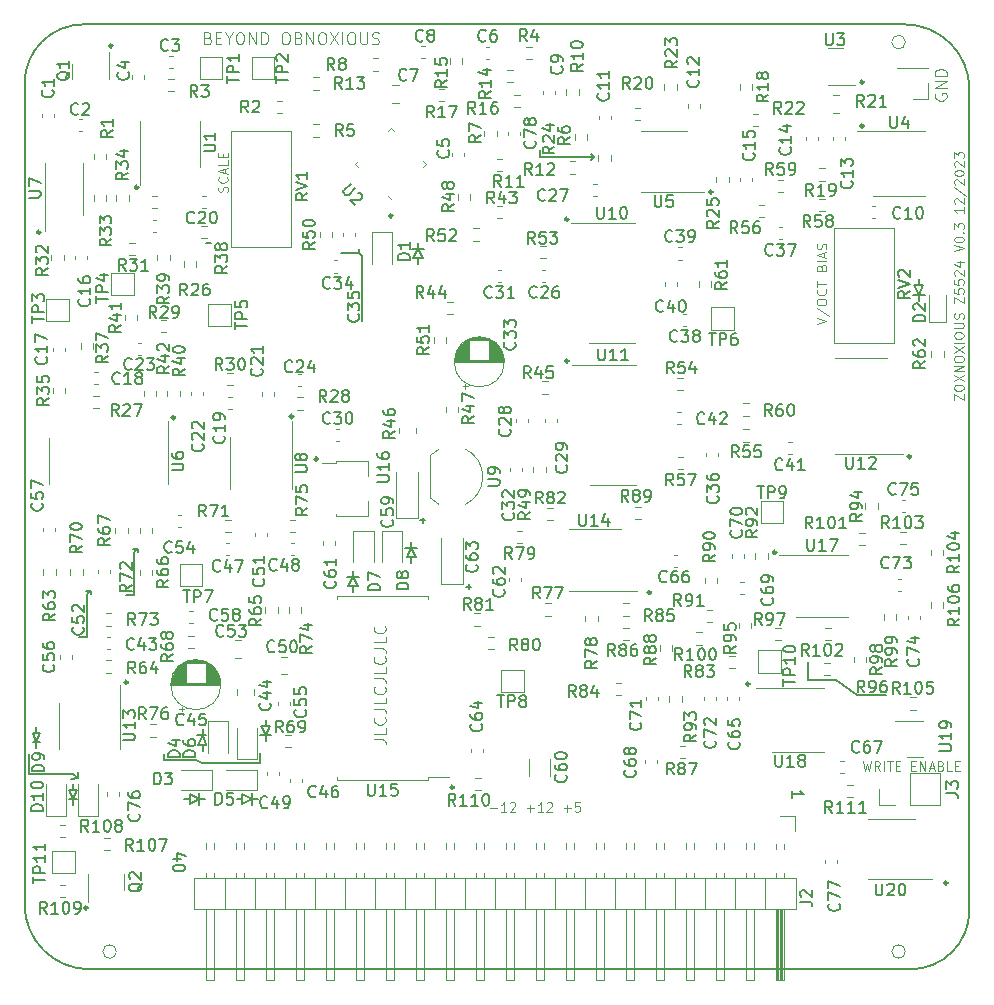
<source format=gbr>
G04 #@! TF.GenerationSoftware,KiCad,Pcbnew,7.0.9*
G04 #@! TF.CreationDate,2023-12-12T08:42:41-08:00*
G04 #@! TF.ProjectId,z5524,7a353532-342e-46b6-9963-61645f706362,rev?*
G04 #@! TF.SameCoordinates,PX3d83120PY6590fa0*
G04 #@! TF.FileFunction,Legend,Top*
G04 #@! TF.FilePolarity,Positive*
%FSLAX46Y46*%
G04 Gerber Fmt 4.6, Leading zero omitted, Abs format (unit mm)*
G04 Created by KiCad (PCBNEW 7.0.9) date 2023-12-12 08:42:41*
%MOMM*%
%LPD*%
G01*
G04 APERTURE LIST*
%ADD10C,0.150000*%
%ADD11C,0.275000*%
%ADD12C,0.090000*%
%ADD13C,0.120000*%
G04 #@! TA.AperFunction,Profile*
%ADD14C,0.150000*%
G04 #@! TD*
G04 #@! TA.AperFunction,Profile*
%ADD15C,0.050000*%
G04 #@! TD*
G04 APERTURE END LIST*
D10*
X29200000Y62200000D02*
X27700000Y62200000D01*
X29200000Y62200000D02*
X29200000Y62600000D01*
X29500000Y62000000D02*
X29200000Y62200000D01*
X34600000Y61800000D02*
X33800000Y61800000D01*
X33800000Y61800000D02*
X34200000Y62600000D01*
X34200000Y62600000D02*
X34200000Y63100000D01*
X34200000Y61800000D02*
X34200000Y61300000D01*
X33700000Y62600000D02*
X34700000Y62600000D01*
X34200000Y62600000D02*
X34600000Y61800000D01*
X34050000Y36500000D02*
X33250000Y36500000D01*
X20150000Y16000000D02*
X20650000Y16000000D01*
X16000000Y21400000D02*
X16300000Y20600000D01*
X10200000Y33300000D02*
X10200000Y36100000D01*
X10500000Y36900000D02*
X10500000Y37200000D01*
X28700000Y34850000D02*
X29100000Y34050000D01*
X5000000Y16000000D02*
X4700000Y16800000D01*
X5000000Y16000000D02*
X5000000Y15500000D01*
X14900000Y15600000D02*
X14900000Y16400000D01*
X4700000Y16800000D02*
X5300000Y16800000D01*
X21300000Y21400000D02*
X21300000Y20900000D01*
X28300000Y34050000D02*
X28700000Y34850000D01*
D11*
X6237500Y6800000D02*
G75*
G03*
X6237500Y6800000I-137500J0D01*
G01*
D10*
X12700000Y19300000D02*
X15400000Y19300000D01*
X2200000Y21600000D02*
X1900000Y20800000D01*
X5300000Y16000000D02*
X4700000Y16000000D01*
X77000000Y59500000D02*
X76600000Y58700000D01*
X9500000Y33300000D02*
X10200000Y33300000D01*
D11*
X62262500Y25750000D02*
G75*
G03*
X62262500Y25750000I-137500J0D01*
G01*
X23637500Y48400000D02*
G75*
G03*
X23637500Y48400000I-137500J0D01*
G01*
D10*
X44500000Y71000000D02*
X44500000Y70400000D01*
X49100000Y70400000D02*
X48900000Y70100000D01*
X33650000Y37300000D02*
X34050000Y36500000D01*
D11*
X25737500Y44800000D02*
G75*
G03*
X25737500Y44800000I-137500J0D01*
G01*
X71937500Y76700000D02*
G75*
G03*
X71937500Y76700000I-137500J0D01*
G01*
D10*
X77100000Y58700000D02*
X76100000Y58700000D01*
X20150000Y16000000D02*
X19350000Y15600000D01*
X5000000Y16800000D02*
X5000000Y17300000D01*
X1300000Y18100000D02*
X5000000Y18100000D01*
D11*
X75937500Y45000000D02*
G75*
G03*
X75937500Y45000000I-137500J0D01*
G01*
D10*
X49100000Y70400000D02*
X48900000Y70600000D01*
X29500000Y56500000D02*
X29500000Y62000000D01*
X34800000Y39600000D02*
X34400000Y39600000D01*
X34600000Y39800000D02*
X34600000Y39400000D01*
D11*
X2237500Y64000000D02*
G75*
G03*
X2237500Y64000000I-137500J0D01*
G01*
D10*
X15400000Y19300000D02*
X15900000Y19100000D01*
X33150000Y37300000D02*
X34150000Y37300000D01*
X16300000Y63100000D02*
X16700000Y63050000D01*
X1900000Y20800000D02*
X1900000Y20300000D01*
X33650000Y36500000D02*
X33650000Y36000000D01*
D11*
X37237500Y17000000D02*
G75*
G03*
X37237500Y17000000I-137500J0D01*
G01*
D10*
X69600000Y26100000D02*
X67200000Y26100000D01*
X6525000Y33650000D02*
X6125000Y33650000D01*
X10200000Y36900000D02*
X10500000Y37200000D01*
X5400000Y17800000D02*
X5400000Y18300000D01*
D11*
X53937500Y33500000D02*
G75*
G03*
X53937500Y33500000I-137500J0D01*
G01*
D10*
X20150000Y16500000D02*
X20150000Y15500000D01*
D11*
X79037500Y8900000D02*
G75*
G03*
X79037500Y8900000I-137500J0D01*
G01*
D10*
X19350000Y15600000D02*
X19350000Y16400000D01*
D11*
X32037500Y65400000D02*
G75*
G03*
X32037500Y65400000I-137500J0D01*
G01*
D10*
X20900000Y22200000D02*
X21700000Y22200000D01*
X76200000Y59500000D02*
X77000000Y59500000D01*
X10500000Y37200000D02*
X10500000Y36900000D01*
X1300000Y19800000D02*
X1300000Y18100000D01*
X6225000Y32550000D02*
X6225000Y33350000D01*
X33650000Y37300000D02*
X33650000Y37800000D01*
D11*
X46937500Y53100000D02*
G75*
G03*
X46937500Y53100000I-137500J0D01*
G01*
D10*
X6525000Y33350000D02*
X6525000Y33650000D01*
X16300000Y20600000D02*
X15600000Y20600000D01*
X15700000Y16000000D02*
X16200000Y16000000D01*
D11*
X71937500Y73000000D02*
G75*
G03*
X71937500Y73000000I-137500J0D01*
G01*
D10*
X44500000Y70400000D02*
X49100000Y70400000D01*
X15700000Y16500000D02*
X15700000Y15500000D01*
X2200000Y20800000D02*
X1600000Y20800000D01*
X76600000Y59500000D02*
X76600000Y60000000D01*
X5400000Y17800000D02*
X4800000Y17700000D01*
X15600000Y20600000D02*
X16000000Y21400000D01*
X14900000Y16400000D02*
X15700000Y16000000D01*
X76600000Y58700000D02*
X76600000Y58200000D01*
D11*
X10537500Y67800000D02*
G75*
G03*
X10537500Y67800000I-137500J0D01*
G01*
D10*
X6225000Y33350000D02*
X6525000Y33650000D01*
D11*
X9637500Y25900000D02*
G75*
G03*
X9637500Y25900000I-137500J0D01*
G01*
D10*
X19350000Y16400000D02*
X20150000Y16000000D01*
X28200000Y34850000D02*
X29200000Y34850000D01*
X5300000Y16800000D02*
X5000000Y16000000D01*
D11*
X13637500Y48300000D02*
G75*
G03*
X13637500Y48300000I-137500J0D01*
G01*
D10*
X33250000Y36500000D02*
X33650000Y37300000D01*
X21300000Y21400000D02*
X20900000Y22200000D01*
X1600000Y21600000D02*
X2200000Y21600000D01*
X73800000Y24850000D02*
X71350000Y24850000D01*
X1900000Y21600000D02*
X1900000Y22100000D01*
X21300000Y22200000D02*
X21300000Y22700000D01*
X15500000Y21400000D02*
X16300000Y21400000D01*
X28700000Y34850000D02*
X28700000Y35350000D01*
X71350000Y24850000D02*
X69600000Y26100000D01*
X21700000Y22200000D02*
X21300000Y21400000D01*
D11*
X46937500Y65100000D02*
G75*
G03*
X46937500Y65100000I-137500J0D01*
G01*
D10*
X12700000Y19800000D02*
X12700000Y19300000D01*
X16000000Y20600000D02*
X16000000Y20100000D01*
X67200000Y26100000D02*
X67200000Y27650000D01*
X16000000Y21400000D02*
X16000000Y21900000D01*
X10200000Y36100000D02*
X10200000Y36900000D01*
X29100000Y34050000D02*
X28300000Y34050000D01*
X15700000Y16000000D02*
X14900000Y15600000D01*
D11*
X64537500Y36900000D02*
G75*
G03*
X64537500Y36900000I-137500J0D01*
G01*
D10*
X6225000Y29750000D02*
X6225000Y32550000D01*
X5525000Y29750000D02*
X6225000Y29750000D01*
X76600000Y58700000D02*
X76200000Y59500000D01*
X28700000Y34050000D02*
X28700000Y33550000D01*
X15900000Y19100000D02*
X20800000Y19100000D01*
X5000000Y18100000D02*
X5400000Y17800000D01*
D11*
X59137500Y67400000D02*
G75*
G03*
X59137500Y67400000I-137500J0D01*
G01*
X8337500Y79800000D02*
G75*
G03*
X8337500Y79800000I-137500J0D01*
G01*
D10*
X14900000Y16000000D02*
X14400000Y16000000D01*
X38700000Y34000000D02*
X38300000Y34000000D01*
X48900000Y70600000D02*
X49100000Y70400000D01*
X19350000Y16000000D02*
X18850000Y16000000D01*
X1900000Y20800000D02*
X1600000Y21600000D01*
X38500000Y34200000D02*
X38500000Y33800000D01*
X10500000Y37200000D02*
X10100000Y37200000D01*
X20800000Y19100000D02*
X20800000Y19900000D01*
X21800000Y21400000D02*
X20800000Y21400000D01*
D12*
X40290476Y15239347D02*
X40900000Y15239347D01*
X41699999Y14934585D02*
X41242856Y14934585D01*
X41471428Y14934585D02*
X41471428Y15734585D01*
X41471428Y15734585D02*
X41395237Y15620300D01*
X41395237Y15620300D02*
X41319047Y15544109D01*
X41319047Y15544109D02*
X41242856Y15506014D01*
X42004761Y15658395D02*
X42042857Y15696490D01*
X42042857Y15696490D02*
X42119047Y15734585D01*
X42119047Y15734585D02*
X42309523Y15734585D01*
X42309523Y15734585D02*
X42385714Y15696490D01*
X42385714Y15696490D02*
X42423809Y15658395D01*
X42423809Y15658395D02*
X42461904Y15582204D01*
X42461904Y15582204D02*
X42461904Y15506014D01*
X42461904Y15506014D02*
X42423809Y15391728D01*
X42423809Y15391728D02*
X41966666Y14934585D01*
X41966666Y14934585D02*
X42461904Y14934585D01*
X43414286Y15239347D02*
X44023810Y15239347D01*
X43719048Y14934585D02*
X43719048Y15544109D01*
X44823809Y14934585D02*
X44366666Y14934585D01*
X44595238Y14934585D02*
X44595238Y15734585D01*
X44595238Y15734585D02*
X44519047Y15620300D01*
X44519047Y15620300D02*
X44442857Y15544109D01*
X44442857Y15544109D02*
X44366666Y15506014D01*
X45128571Y15658395D02*
X45166667Y15696490D01*
X45166667Y15696490D02*
X45242857Y15734585D01*
X45242857Y15734585D02*
X45433333Y15734585D01*
X45433333Y15734585D02*
X45509524Y15696490D01*
X45509524Y15696490D02*
X45547619Y15658395D01*
X45547619Y15658395D02*
X45585714Y15582204D01*
X45585714Y15582204D02*
X45585714Y15506014D01*
X45585714Y15506014D02*
X45547619Y15391728D01*
X45547619Y15391728D02*
X45090476Y14934585D01*
X45090476Y14934585D02*
X45585714Y14934585D01*
X46538096Y15239347D02*
X47147620Y15239347D01*
X46842858Y14934585D02*
X46842858Y15544109D01*
X47909524Y15734585D02*
X47528572Y15734585D01*
X47528572Y15734585D02*
X47490476Y15353633D01*
X47490476Y15353633D02*
X47528572Y15391728D01*
X47528572Y15391728D02*
X47604762Y15429823D01*
X47604762Y15429823D02*
X47795238Y15429823D01*
X47795238Y15429823D02*
X47871429Y15391728D01*
X47871429Y15391728D02*
X47909524Y15353633D01*
X47909524Y15353633D02*
X47947619Y15277442D01*
X47947619Y15277442D02*
X47947619Y15086966D01*
X47947619Y15086966D02*
X47909524Y15010776D01*
X47909524Y15010776D02*
X47871429Y14972680D01*
X47871429Y14972680D02*
X47795238Y14934585D01*
X47795238Y14934585D02*
X47604762Y14934585D01*
X47604762Y14934585D02*
X47528572Y14972680D01*
X47528572Y14972680D02*
X47490476Y15010776D01*
X79597415Y49773496D02*
X79597415Y50306830D01*
X79597415Y50306830D02*
X80397415Y49773496D01*
X80397415Y49773496D02*
X80397415Y50306830D01*
X79597415Y50763973D02*
X79597415Y50916354D01*
X79597415Y50916354D02*
X79635510Y50992544D01*
X79635510Y50992544D02*
X79711700Y51068735D01*
X79711700Y51068735D02*
X79864081Y51106830D01*
X79864081Y51106830D02*
X80130748Y51106830D01*
X80130748Y51106830D02*
X80283129Y51068735D01*
X80283129Y51068735D02*
X80359320Y50992544D01*
X80359320Y50992544D02*
X80397415Y50916354D01*
X80397415Y50916354D02*
X80397415Y50763973D01*
X80397415Y50763973D02*
X80359320Y50687782D01*
X80359320Y50687782D02*
X80283129Y50611592D01*
X80283129Y50611592D02*
X80130748Y50573496D01*
X80130748Y50573496D02*
X79864081Y50573496D01*
X79864081Y50573496D02*
X79711700Y50611592D01*
X79711700Y50611592D02*
X79635510Y50687782D01*
X79635510Y50687782D02*
X79597415Y50763973D01*
X79597415Y51373496D02*
X80397415Y51906830D01*
X79597415Y51906830D02*
X80397415Y51373496D01*
X80397415Y52211592D02*
X79597415Y52211592D01*
X79597415Y52211592D02*
X80397415Y52668735D01*
X80397415Y52668735D02*
X79597415Y52668735D01*
X79597415Y53202068D02*
X79597415Y53354449D01*
X79597415Y53354449D02*
X79635510Y53430639D01*
X79635510Y53430639D02*
X79711700Y53506830D01*
X79711700Y53506830D02*
X79864081Y53544925D01*
X79864081Y53544925D02*
X80130748Y53544925D01*
X80130748Y53544925D02*
X80283129Y53506830D01*
X80283129Y53506830D02*
X80359320Y53430639D01*
X80359320Y53430639D02*
X80397415Y53354449D01*
X80397415Y53354449D02*
X80397415Y53202068D01*
X80397415Y53202068D02*
X80359320Y53125877D01*
X80359320Y53125877D02*
X80283129Y53049687D01*
X80283129Y53049687D02*
X80130748Y53011591D01*
X80130748Y53011591D02*
X79864081Y53011591D01*
X79864081Y53011591D02*
X79711700Y53049687D01*
X79711700Y53049687D02*
X79635510Y53125877D01*
X79635510Y53125877D02*
X79597415Y53202068D01*
X79597415Y53811591D02*
X80397415Y54344925D01*
X79597415Y54344925D02*
X80397415Y53811591D01*
X80397415Y54649687D02*
X79597415Y54649687D01*
X79597415Y55183020D02*
X79597415Y55335401D01*
X79597415Y55335401D02*
X79635510Y55411591D01*
X79635510Y55411591D02*
X79711700Y55487782D01*
X79711700Y55487782D02*
X79864081Y55525877D01*
X79864081Y55525877D02*
X80130748Y55525877D01*
X80130748Y55525877D02*
X80283129Y55487782D01*
X80283129Y55487782D02*
X80359320Y55411591D01*
X80359320Y55411591D02*
X80397415Y55335401D01*
X80397415Y55335401D02*
X80397415Y55183020D01*
X80397415Y55183020D02*
X80359320Y55106829D01*
X80359320Y55106829D02*
X80283129Y55030639D01*
X80283129Y55030639D02*
X80130748Y54992543D01*
X80130748Y54992543D02*
X79864081Y54992543D01*
X79864081Y54992543D02*
X79711700Y55030639D01*
X79711700Y55030639D02*
X79635510Y55106829D01*
X79635510Y55106829D02*
X79597415Y55183020D01*
X79597415Y55868734D02*
X80245034Y55868734D01*
X80245034Y55868734D02*
X80321224Y55906829D01*
X80321224Y55906829D02*
X80359320Y55944924D01*
X80359320Y55944924D02*
X80397415Y56021115D01*
X80397415Y56021115D02*
X80397415Y56173496D01*
X80397415Y56173496D02*
X80359320Y56249686D01*
X80359320Y56249686D02*
X80321224Y56287781D01*
X80321224Y56287781D02*
X80245034Y56325877D01*
X80245034Y56325877D02*
X79597415Y56325877D01*
X80359320Y56668733D02*
X80397415Y56783019D01*
X80397415Y56783019D02*
X80397415Y56973495D01*
X80397415Y56973495D02*
X80359320Y57049686D01*
X80359320Y57049686D02*
X80321224Y57087781D01*
X80321224Y57087781D02*
X80245034Y57125876D01*
X80245034Y57125876D02*
X80168843Y57125876D01*
X80168843Y57125876D02*
X80092653Y57087781D01*
X80092653Y57087781D02*
X80054558Y57049686D01*
X80054558Y57049686D02*
X80016462Y56973495D01*
X80016462Y56973495D02*
X79978367Y56821114D01*
X79978367Y56821114D02*
X79940272Y56744924D01*
X79940272Y56744924D02*
X79902177Y56706829D01*
X79902177Y56706829D02*
X79825986Y56668733D01*
X79825986Y56668733D02*
X79749796Y56668733D01*
X79749796Y56668733D02*
X79673605Y56706829D01*
X79673605Y56706829D02*
X79635510Y56744924D01*
X79635510Y56744924D02*
X79597415Y56821114D01*
X79597415Y56821114D02*
X79597415Y57011591D01*
X79597415Y57011591D02*
X79635510Y57125876D01*
X79597415Y58002067D02*
X79597415Y58535401D01*
X79597415Y58535401D02*
X80397415Y58002067D01*
X80397415Y58002067D02*
X80397415Y58535401D01*
X79597415Y59221115D02*
X79597415Y58840163D01*
X79597415Y58840163D02*
X79978367Y58802067D01*
X79978367Y58802067D02*
X79940272Y58840163D01*
X79940272Y58840163D02*
X79902177Y58916353D01*
X79902177Y58916353D02*
X79902177Y59106829D01*
X79902177Y59106829D02*
X79940272Y59183020D01*
X79940272Y59183020D02*
X79978367Y59221115D01*
X79978367Y59221115D02*
X80054558Y59259210D01*
X80054558Y59259210D02*
X80245034Y59259210D01*
X80245034Y59259210D02*
X80321224Y59221115D01*
X80321224Y59221115D02*
X80359320Y59183020D01*
X80359320Y59183020D02*
X80397415Y59106829D01*
X80397415Y59106829D02*
X80397415Y58916353D01*
X80397415Y58916353D02*
X80359320Y58840163D01*
X80359320Y58840163D02*
X80321224Y58802067D01*
X79597415Y59983020D02*
X79597415Y59602068D01*
X79597415Y59602068D02*
X79978367Y59563972D01*
X79978367Y59563972D02*
X79940272Y59602068D01*
X79940272Y59602068D02*
X79902177Y59678258D01*
X79902177Y59678258D02*
X79902177Y59868734D01*
X79902177Y59868734D02*
X79940272Y59944925D01*
X79940272Y59944925D02*
X79978367Y59983020D01*
X79978367Y59983020D02*
X80054558Y60021115D01*
X80054558Y60021115D02*
X80245034Y60021115D01*
X80245034Y60021115D02*
X80321224Y59983020D01*
X80321224Y59983020D02*
X80359320Y59944925D01*
X80359320Y59944925D02*
X80397415Y59868734D01*
X80397415Y59868734D02*
X80397415Y59678258D01*
X80397415Y59678258D02*
X80359320Y59602068D01*
X80359320Y59602068D02*
X80321224Y59563972D01*
X79673605Y60325877D02*
X79635510Y60363973D01*
X79635510Y60363973D02*
X79597415Y60440163D01*
X79597415Y60440163D02*
X79597415Y60630639D01*
X79597415Y60630639D02*
X79635510Y60706830D01*
X79635510Y60706830D02*
X79673605Y60744925D01*
X79673605Y60744925D02*
X79749796Y60783020D01*
X79749796Y60783020D02*
X79825986Y60783020D01*
X79825986Y60783020D02*
X79940272Y60744925D01*
X79940272Y60744925D02*
X80397415Y60287782D01*
X80397415Y60287782D02*
X80397415Y60783020D01*
X79864081Y61468735D02*
X80397415Y61468735D01*
X79559320Y61278259D02*
X80130748Y61087782D01*
X80130748Y61087782D02*
X80130748Y61583021D01*
X79597415Y62383021D02*
X80397415Y62649688D01*
X80397415Y62649688D02*
X79597415Y62916354D01*
X79597415Y63335402D02*
X79597415Y63411592D01*
X79597415Y63411592D02*
X79635510Y63487783D01*
X79635510Y63487783D02*
X79673605Y63525878D01*
X79673605Y63525878D02*
X79749796Y63563973D01*
X79749796Y63563973D02*
X79902177Y63602068D01*
X79902177Y63602068D02*
X80092653Y63602068D01*
X80092653Y63602068D02*
X80245034Y63563973D01*
X80245034Y63563973D02*
X80321224Y63525878D01*
X80321224Y63525878D02*
X80359320Y63487783D01*
X80359320Y63487783D02*
X80397415Y63411592D01*
X80397415Y63411592D02*
X80397415Y63335402D01*
X80397415Y63335402D02*
X80359320Y63259211D01*
X80359320Y63259211D02*
X80321224Y63221116D01*
X80321224Y63221116D02*
X80245034Y63183021D01*
X80245034Y63183021D02*
X80092653Y63144925D01*
X80092653Y63144925D02*
X79902177Y63144925D01*
X79902177Y63144925D02*
X79749796Y63183021D01*
X79749796Y63183021D02*
X79673605Y63221116D01*
X79673605Y63221116D02*
X79635510Y63259211D01*
X79635510Y63259211D02*
X79597415Y63335402D01*
X80321224Y63944926D02*
X80359320Y63983021D01*
X80359320Y63983021D02*
X80397415Y63944926D01*
X80397415Y63944926D02*
X80359320Y63906830D01*
X80359320Y63906830D02*
X80321224Y63944926D01*
X80321224Y63944926D02*
X80397415Y63944926D01*
X79597415Y64249687D02*
X79597415Y64744925D01*
X79597415Y64744925D02*
X79902177Y64478259D01*
X79902177Y64478259D02*
X79902177Y64592544D01*
X79902177Y64592544D02*
X79940272Y64668735D01*
X79940272Y64668735D02*
X79978367Y64706830D01*
X79978367Y64706830D02*
X80054558Y64744925D01*
X80054558Y64744925D02*
X80245034Y64744925D01*
X80245034Y64744925D02*
X80321224Y64706830D01*
X80321224Y64706830D02*
X80359320Y64668735D01*
X80359320Y64668735D02*
X80397415Y64592544D01*
X80397415Y64592544D02*
X80397415Y64363973D01*
X80397415Y64363973D02*
X80359320Y64287782D01*
X80359320Y64287782D02*
X80321224Y64249687D01*
X80397415Y66116354D02*
X80397415Y65659211D01*
X80397415Y65887783D02*
X79597415Y65887783D01*
X79597415Y65887783D02*
X79711700Y65811592D01*
X79711700Y65811592D02*
X79787891Y65735402D01*
X79787891Y65735402D02*
X79825986Y65659211D01*
X79673605Y66421116D02*
X79635510Y66459212D01*
X79635510Y66459212D02*
X79597415Y66535402D01*
X79597415Y66535402D02*
X79597415Y66725878D01*
X79597415Y66725878D02*
X79635510Y66802069D01*
X79635510Y66802069D02*
X79673605Y66840164D01*
X79673605Y66840164D02*
X79749796Y66878259D01*
X79749796Y66878259D02*
X79825986Y66878259D01*
X79825986Y66878259D02*
X79940272Y66840164D01*
X79940272Y66840164D02*
X80397415Y66383021D01*
X80397415Y66383021D02*
X80397415Y66878259D01*
X79559320Y67792545D02*
X80587891Y67106831D01*
X79673605Y68021116D02*
X79635510Y68059212D01*
X79635510Y68059212D02*
X79597415Y68135402D01*
X79597415Y68135402D02*
X79597415Y68325878D01*
X79597415Y68325878D02*
X79635510Y68402069D01*
X79635510Y68402069D02*
X79673605Y68440164D01*
X79673605Y68440164D02*
X79749796Y68478259D01*
X79749796Y68478259D02*
X79825986Y68478259D01*
X79825986Y68478259D02*
X79940272Y68440164D01*
X79940272Y68440164D02*
X80397415Y67983021D01*
X80397415Y67983021D02*
X80397415Y68478259D01*
X79597415Y68973498D02*
X79597415Y69049688D01*
X79597415Y69049688D02*
X79635510Y69125879D01*
X79635510Y69125879D02*
X79673605Y69163974D01*
X79673605Y69163974D02*
X79749796Y69202069D01*
X79749796Y69202069D02*
X79902177Y69240164D01*
X79902177Y69240164D02*
X80092653Y69240164D01*
X80092653Y69240164D02*
X80245034Y69202069D01*
X80245034Y69202069D02*
X80321224Y69163974D01*
X80321224Y69163974D02*
X80359320Y69125879D01*
X80359320Y69125879D02*
X80397415Y69049688D01*
X80397415Y69049688D02*
X80397415Y68973498D01*
X80397415Y68973498D02*
X80359320Y68897307D01*
X80359320Y68897307D02*
X80321224Y68859212D01*
X80321224Y68859212D02*
X80245034Y68821117D01*
X80245034Y68821117D02*
X80092653Y68783021D01*
X80092653Y68783021D02*
X79902177Y68783021D01*
X79902177Y68783021D02*
X79749796Y68821117D01*
X79749796Y68821117D02*
X79673605Y68859212D01*
X79673605Y68859212D02*
X79635510Y68897307D01*
X79635510Y68897307D02*
X79597415Y68973498D01*
X79673605Y69544926D02*
X79635510Y69583022D01*
X79635510Y69583022D02*
X79597415Y69659212D01*
X79597415Y69659212D02*
X79597415Y69849688D01*
X79597415Y69849688D02*
X79635510Y69925879D01*
X79635510Y69925879D02*
X79673605Y69963974D01*
X79673605Y69963974D02*
X79749796Y70002069D01*
X79749796Y70002069D02*
X79825986Y70002069D01*
X79825986Y70002069D02*
X79940272Y69963974D01*
X79940272Y69963974D02*
X80397415Y69506831D01*
X80397415Y69506831D02*
X80397415Y70002069D01*
X79597415Y70268736D02*
X79597415Y70763974D01*
X79597415Y70763974D02*
X79902177Y70497308D01*
X79902177Y70497308D02*
X79902177Y70611593D01*
X79902177Y70611593D02*
X79940272Y70687784D01*
X79940272Y70687784D02*
X79978367Y70725879D01*
X79978367Y70725879D02*
X80054558Y70763974D01*
X80054558Y70763974D02*
X80245034Y70763974D01*
X80245034Y70763974D02*
X80321224Y70725879D01*
X80321224Y70725879D02*
X80359320Y70687784D01*
X80359320Y70687784D02*
X80397415Y70611593D01*
X80397415Y70611593D02*
X80397415Y70383022D01*
X80397415Y70383022D02*
X80359320Y70306831D01*
X80359320Y70306831D02*
X80321224Y70268736D01*
X30472939Y21083020D02*
X31187224Y21083020D01*
X31187224Y21083020D02*
X31330081Y21035401D01*
X31330081Y21035401D02*
X31425320Y20940163D01*
X31425320Y20940163D02*
X31472939Y20797306D01*
X31472939Y20797306D02*
X31472939Y20702068D01*
X31472939Y22035401D02*
X31472939Y21559211D01*
X31472939Y21559211D02*
X30472939Y21559211D01*
X31377700Y22940163D02*
X31425320Y22892544D01*
X31425320Y22892544D02*
X31472939Y22749687D01*
X31472939Y22749687D02*
X31472939Y22654449D01*
X31472939Y22654449D02*
X31425320Y22511592D01*
X31425320Y22511592D02*
X31330081Y22416354D01*
X31330081Y22416354D02*
X31234843Y22368735D01*
X31234843Y22368735D02*
X31044367Y22321116D01*
X31044367Y22321116D02*
X30901510Y22321116D01*
X30901510Y22321116D02*
X30711034Y22368735D01*
X30711034Y22368735D02*
X30615796Y22416354D01*
X30615796Y22416354D02*
X30520558Y22511592D01*
X30520558Y22511592D02*
X30472939Y22654449D01*
X30472939Y22654449D02*
X30472939Y22749687D01*
X30472939Y22749687D02*
X30520558Y22892544D01*
X30520558Y22892544D02*
X30568177Y22940163D01*
X30472939Y23654449D02*
X31187224Y23654449D01*
X31187224Y23654449D02*
X31330081Y23606830D01*
X31330081Y23606830D02*
X31425320Y23511592D01*
X31425320Y23511592D02*
X31472939Y23368735D01*
X31472939Y23368735D02*
X31472939Y23273497D01*
X31472939Y24606830D02*
X31472939Y24130640D01*
X31472939Y24130640D02*
X30472939Y24130640D01*
X31377700Y25511592D02*
X31425320Y25463973D01*
X31425320Y25463973D02*
X31472939Y25321116D01*
X31472939Y25321116D02*
X31472939Y25225878D01*
X31472939Y25225878D02*
X31425320Y25083021D01*
X31425320Y25083021D02*
X31330081Y24987783D01*
X31330081Y24987783D02*
X31234843Y24940164D01*
X31234843Y24940164D02*
X31044367Y24892545D01*
X31044367Y24892545D02*
X30901510Y24892545D01*
X30901510Y24892545D02*
X30711034Y24940164D01*
X30711034Y24940164D02*
X30615796Y24987783D01*
X30615796Y24987783D02*
X30520558Y25083021D01*
X30520558Y25083021D02*
X30472939Y25225878D01*
X30472939Y25225878D02*
X30472939Y25321116D01*
X30472939Y25321116D02*
X30520558Y25463973D01*
X30520558Y25463973D02*
X30568177Y25511592D01*
X30472939Y26225878D02*
X31187224Y26225878D01*
X31187224Y26225878D02*
X31330081Y26178259D01*
X31330081Y26178259D02*
X31425320Y26083021D01*
X31425320Y26083021D02*
X31472939Y25940164D01*
X31472939Y25940164D02*
X31472939Y25844926D01*
X31472939Y27178259D02*
X31472939Y26702069D01*
X31472939Y26702069D02*
X30472939Y26702069D01*
X31377700Y28083021D02*
X31425320Y28035402D01*
X31425320Y28035402D02*
X31472939Y27892545D01*
X31472939Y27892545D02*
X31472939Y27797307D01*
X31472939Y27797307D02*
X31425320Y27654450D01*
X31425320Y27654450D02*
X31330081Y27559212D01*
X31330081Y27559212D02*
X31234843Y27511593D01*
X31234843Y27511593D02*
X31044367Y27463974D01*
X31044367Y27463974D02*
X30901510Y27463974D01*
X30901510Y27463974D02*
X30711034Y27511593D01*
X30711034Y27511593D02*
X30615796Y27559212D01*
X30615796Y27559212D02*
X30520558Y27654450D01*
X30520558Y27654450D02*
X30472939Y27797307D01*
X30472939Y27797307D02*
X30472939Y27892545D01*
X30472939Y27892545D02*
X30520558Y28035402D01*
X30520558Y28035402D02*
X30568177Y28083021D01*
X30472939Y28797307D02*
X31187224Y28797307D01*
X31187224Y28797307D02*
X31330081Y28749688D01*
X31330081Y28749688D02*
X31425320Y28654450D01*
X31425320Y28654450D02*
X31472939Y28511593D01*
X31472939Y28511593D02*
X31472939Y28416355D01*
X31472939Y29749688D02*
X31472939Y29273498D01*
X31472939Y29273498D02*
X30472939Y29273498D01*
X31377700Y30654450D02*
X31425320Y30606831D01*
X31425320Y30606831D02*
X31472939Y30463974D01*
X31472939Y30463974D02*
X31472939Y30368736D01*
X31472939Y30368736D02*
X31425320Y30225879D01*
X31425320Y30225879D02*
X31330081Y30130641D01*
X31330081Y30130641D02*
X31234843Y30083022D01*
X31234843Y30083022D02*
X31044367Y30035403D01*
X31044367Y30035403D02*
X30901510Y30035403D01*
X30901510Y30035403D02*
X30711034Y30083022D01*
X30711034Y30083022D02*
X30615796Y30130641D01*
X30615796Y30130641D02*
X30520558Y30225879D01*
X30520558Y30225879D02*
X30472939Y30368736D01*
X30472939Y30368736D02*
X30472939Y30463974D01*
X30472939Y30463974D02*
X30520558Y30606831D01*
X30520558Y30606831D02*
X30568177Y30654450D01*
X71873495Y19202585D02*
X72063971Y18402585D01*
X72063971Y18402585D02*
X72216352Y18974014D01*
X72216352Y18974014D02*
X72368733Y18402585D01*
X72368733Y18402585D02*
X72559210Y19202585D01*
X73321115Y18402585D02*
X73054448Y18783538D01*
X72863972Y18402585D02*
X72863972Y19202585D01*
X72863972Y19202585D02*
X73168734Y19202585D01*
X73168734Y19202585D02*
X73244924Y19164490D01*
X73244924Y19164490D02*
X73283019Y19126395D01*
X73283019Y19126395D02*
X73321115Y19050204D01*
X73321115Y19050204D02*
X73321115Y18935919D01*
X73321115Y18935919D02*
X73283019Y18859728D01*
X73283019Y18859728D02*
X73244924Y18821633D01*
X73244924Y18821633D02*
X73168734Y18783538D01*
X73168734Y18783538D02*
X72863972Y18783538D01*
X73663972Y18402585D02*
X73663972Y19202585D01*
X73930638Y19202585D02*
X74387781Y19202585D01*
X74159209Y18402585D02*
X74159209Y19202585D01*
X74654448Y18821633D02*
X74921114Y18821633D01*
X75035400Y18402585D02*
X74654448Y18402585D01*
X74654448Y18402585D02*
X74654448Y19202585D01*
X74654448Y19202585D02*
X75035400Y19202585D01*
X75987782Y18821633D02*
X76254448Y18821633D01*
X76368734Y18402585D02*
X75987782Y18402585D01*
X75987782Y18402585D02*
X75987782Y19202585D01*
X75987782Y19202585D02*
X76368734Y19202585D01*
X76711592Y18402585D02*
X76711592Y19202585D01*
X76711592Y19202585D02*
X77168735Y18402585D01*
X77168735Y18402585D02*
X77168735Y19202585D01*
X77511591Y18631157D02*
X77892544Y18631157D01*
X77435401Y18402585D02*
X77702068Y19202585D01*
X77702068Y19202585D02*
X77968734Y18402585D01*
X78502067Y18821633D02*
X78616353Y18783538D01*
X78616353Y18783538D02*
X78654448Y18745442D01*
X78654448Y18745442D02*
X78692544Y18669252D01*
X78692544Y18669252D02*
X78692544Y18554966D01*
X78692544Y18554966D02*
X78654448Y18478776D01*
X78654448Y18478776D02*
X78616353Y18440680D01*
X78616353Y18440680D02*
X78540163Y18402585D01*
X78540163Y18402585D02*
X78235401Y18402585D01*
X78235401Y18402585D02*
X78235401Y19202585D01*
X78235401Y19202585D02*
X78502067Y19202585D01*
X78502067Y19202585D02*
X78578258Y19164490D01*
X78578258Y19164490D02*
X78616353Y19126395D01*
X78616353Y19126395D02*
X78654448Y19050204D01*
X78654448Y19050204D02*
X78654448Y18974014D01*
X78654448Y18974014D02*
X78616353Y18897823D01*
X78616353Y18897823D02*
X78578258Y18859728D01*
X78578258Y18859728D02*
X78502067Y18821633D01*
X78502067Y18821633D02*
X78235401Y18821633D01*
X79416353Y18402585D02*
X79035401Y18402585D01*
X79035401Y18402585D02*
X79035401Y19202585D01*
X79683020Y18821633D02*
X79949686Y18821633D01*
X80063972Y18402585D02*
X79683020Y18402585D01*
X79683020Y18402585D02*
X79683020Y19202585D01*
X79683020Y19202585D02*
X80063972Y19202585D01*
D10*
X14146847Y10935715D02*
X13480180Y10935715D01*
X14527800Y11173810D02*
X13813514Y11411905D01*
X13813514Y11411905D02*
X13813514Y10792858D01*
X14480180Y10221429D02*
X14480180Y10126191D01*
X14480180Y10126191D02*
X14432561Y10030953D01*
X14432561Y10030953D02*
X14384942Y9983334D01*
X14384942Y9983334D02*
X14289704Y9935715D01*
X14289704Y9935715D02*
X14099228Y9888096D01*
X14099228Y9888096D02*
X13861133Y9888096D01*
X13861133Y9888096D02*
X13670657Y9935715D01*
X13670657Y9935715D02*
X13575419Y9983334D01*
X13575419Y9983334D02*
X13527800Y10030953D01*
X13527800Y10030953D02*
X13480180Y10126191D01*
X13480180Y10126191D02*
X13480180Y10221429D01*
X13480180Y10221429D02*
X13527800Y10316667D01*
X13527800Y10316667D02*
X13575419Y10364286D01*
X13575419Y10364286D02*
X13670657Y10411905D01*
X13670657Y10411905D02*
X13861133Y10459524D01*
X13861133Y10459524D02*
X14099228Y10459524D01*
X14099228Y10459524D02*
X14289704Y10411905D01*
X14289704Y10411905D02*
X14384942Y10364286D01*
X14384942Y10364286D02*
X14432561Y10316667D01*
X14432561Y10316667D02*
X14480180Y10221429D01*
D12*
X16430638Y80450871D02*
X16573495Y80403252D01*
X16573495Y80403252D02*
X16621114Y80355633D01*
X16621114Y80355633D02*
X16668733Y80260395D01*
X16668733Y80260395D02*
X16668733Y80117538D01*
X16668733Y80117538D02*
X16621114Y80022300D01*
X16621114Y80022300D02*
X16573495Y79974680D01*
X16573495Y79974680D02*
X16478257Y79927061D01*
X16478257Y79927061D02*
X16097305Y79927061D01*
X16097305Y79927061D02*
X16097305Y80927061D01*
X16097305Y80927061D02*
X16430638Y80927061D01*
X16430638Y80927061D02*
X16525876Y80879442D01*
X16525876Y80879442D02*
X16573495Y80831823D01*
X16573495Y80831823D02*
X16621114Y80736585D01*
X16621114Y80736585D02*
X16621114Y80641347D01*
X16621114Y80641347D02*
X16573495Y80546109D01*
X16573495Y80546109D02*
X16525876Y80498490D01*
X16525876Y80498490D02*
X16430638Y80450871D01*
X16430638Y80450871D02*
X16097305Y80450871D01*
X17097305Y80450871D02*
X17430638Y80450871D01*
X17573495Y79927061D02*
X17097305Y79927061D01*
X17097305Y79927061D02*
X17097305Y80927061D01*
X17097305Y80927061D02*
X17573495Y80927061D01*
X18192543Y80403252D02*
X18192543Y79927061D01*
X17859210Y80927061D02*
X18192543Y80403252D01*
X18192543Y80403252D02*
X18525876Y80927061D01*
X19049686Y80927061D02*
X19240162Y80927061D01*
X19240162Y80927061D02*
X19335400Y80879442D01*
X19335400Y80879442D02*
X19430638Y80784204D01*
X19430638Y80784204D02*
X19478257Y80593728D01*
X19478257Y80593728D02*
X19478257Y80260395D01*
X19478257Y80260395D02*
X19430638Y80069919D01*
X19430638Y80069919D02*
X19335400Y79974680D01*
X19335400Y79974680D02*
X19240162Y79927061D01*
X19240162Y79927061D02*
X19049686Y79927061D01*
X19049686Y79927061D02*
X18954448Y79974680D01*
X18954448Y79974680D02*
X18859210Y80069919D01*
X18859210Y80069919D02*
X18811591Y80260395D01*
X18811591Y80260395D02*
X18811591Y80593728D01*
X18811591Y80593728D02*
X18859210Y80784204D01*
X18859210Y80784204D02*
X18954448Y80879442D01*
X18954448Y80879442D02*
X19049686Y80927061D01*
X19906829Y79927061D02*
X19906829Y80927061D01*
X19906829Y80927061D02*
X20478257Y79927061D01*
X20478257Y79927061D02*
X20478257Y80927061D01*
X20954448Y79927061D02*
X20954448Y80927061D01*
X20954448Y80927061D02*
X21192543Y80927061D01*
X21192543Y80927061D02*
X21335400Y80879442D01*
X21335400Y80879442D02*
X21430638Y80784204D01*
X21430638Y80784204D02*
X21478257Y80688966D01*
X21478257Y80688966D02*
X21525876Y80498490D01*
X21525876Y80498490D02*
X21525876Y80355633D01*
X21525876Y80355633D02*
X21478257Y80165157D01*
X21478257Y80165157D02*
X21430638Y80069919D01*
X21430638Y80069919D02*
X21335400Y79974680D01*
X21335400Y79974680D02*
X21192543Y79927061D01*
X21192543Y79927061D02*
X20954448Y79927061D01*
X22906829Y80927061D02*
X23097305Y80927061D01*
X23097305Y80927061D02*
X23192543Y80879442D01*
X23192543Y80879442D02*
X23287781Y80784204D01*
X23287781Y80784204D02*
X23335400Y80593728D01*
X23335400Y80593728D02*
X23335400Y80260395D01*
X23335400Y80260395D02*
X23287781Y80069919D01*
X23287781Y80069919D02*
X23192543Y79974680D01*
X23192543Y79974680D02*
X23097305Y79927061D01*
X23097305Y79927061D02*
X22906829Y79927061D01*
X22906829Y79927061D02*
X22811591Y79974680D01*
X22811591Y79974680D02*
X22716353Y80069919D01*
X22716353Y80069919D02*
X22668734Y80260395D01*
X22668734Y80260395D02*
X22668734Y80593728D01*
X22668734Y80593728D02*
X22716353Y80784204D01*
X22716353Y80784204D02*
X22811591Y80879442D01*
X22811591Y80879442D02*
X22906829Y80927061D01*
X24097305Y80450871D02*
X24240162Y80403252D01*
X24240162Y80403252D02*
X24287781Y80355633D01*
X24287781Y80355633D02*
X24335400Y80260395D01*
X24335400Y80260395D02*
X24335400Y80117538D01*
X24335400Y80117538D02*
X24287781Y80022300D01*
X24287781Y80022300D02*
X24240162Y79974680D01*
X24240162Y79974680D02*
X24144924Y79927061D01*
X24144924Y79927061D02*
X23763972Y79927061D01*
X23763972Y79927061D02*
X23763972Y80927061D01*
X23763972Y80927061D02*
X24097305Y80927061D01*
X24097305Y80927061D02*
X24192543Y80879442D01*
X24192543Y80879442D02*
X24240162Y80831823D01*
X24240162Y80831823D02*
X24287781Y80736585D01*
X24287781Y80736585D02*
X24287781Y80641347D01*
X24287781Y80641347D02*
X24240162Y80546109D01*
X24240162Y80546109D02*
X24192543Y80498490D01*
X24192543Y80498490D02*
X24097305Y80450871D01*
X24097305Y80450871D02*
X23763972Y80450871D01*
X24763972Y79927061D02*
X24763972Y80927061D01*
X24763972Y80927061D02*
X25335400Y79927061D01*
X25335400Y79927061D02*
X25335400Y80927061D01*
X26002067Y80927061D02*
X26192543Y80927061D01*
X26192543Y80927061D02*
X26287781Y80879442D01*
X26287781Y80879442D02*
X26383019Y80784204D01*
X26383019Y80784204D02*
X26430638Y80593728D01*
X26430638Y80593728D02*
X26430638Y80260395D01*
X26430638Y80260395D02*
X26383019Y80069919D01*
X26383019Y80069919D02*
X26287781Y79974680D01*
X26287781Y79974680D02*
X26192543Y79927061D01*
X26192543Y79927061D02*
X26002067Y79927061D01*
X26002067Y79927061D02*
X25906829Y79974680D01*
X25906829Y79974680D02*
X25811591Y80069919D01*
X25811591Y80069919D02*
X25763972Y80260395D01*
X25763972Y80260395D02*
X25763972Y80593728D01*
X25763972Y80593728D02*
X25811591Y80784204D01*
X25811591Y80784204D02*
X25906829Y80879442D01*
X25906829Y80879442D02*
X26002067Y80927061D01*
X26763972Y80927061D02*
X27430638Y79927061D01*
X27430638Y80927061D02*
X26763972Y79927061D01*
X27811591Y79927061D02*
X27811591Y80927061D01*
X28478257Y80927061D02*
X28668733Y80927061D01*
X28668733Y80927061D02*
X28763971Y80879442D01*
X28763971Y80879442D02*
X28859209Y80784204D01*
X28859209Y80784204D02*
X28906828Y80593728D01*
X28906828Y80593728D02*
X28906828Y80260395D01*
X28906828Y80260395D02*
X28859209Y80069919D01*
X28859209Y80069919D02*
X28763971Y79974680D01*
X28763971Y79974680D02*
X28668733Y79927061D01*
X28668733Y79927061D02*
X28478257Y79927061D01*
X28478257Y79927061D02*
X28383019Y79974680D01*
X28383019Y79974680D02*
X28287781Y80069919D01*
X28287781Y80069919D02*
X28240162Y80260395D01*
X28240162Y80260395D02*
X28240162Y80593728D01*
X28240162Y80593728D02*
X28287781Y80784204D01*
X28287781Y80784204D02*
X28383019Y80879442D01*
X28383019Y80879442D02*
X28478257Y80927061D01*
X29335400Y80927061D02*
X29335400Y80117538D01*
X29335400Y80117538D02*
X29383019Y80022300D01*
X29383019Y80022300D02*
X29430638Y79974680D01*
X29430638Y79974680D02*
X29525876Y79927061D01*
X29525876Y79927061D02*
X29716352Y79927061D01*
X29716352Y79927061D02*
X29811590Y79974680D01*
X29811590Y79974680D02*
X29859209Y80022300D01*
X29859209Y80022300D02*
X29906828Y80117538D01*
X29906828Y80117538D02*
X29906828Y80927061D01*
X30335400Y79974680D02*
X30478257Y79927061D01*
X30478257Y79927061D02*
X30716352Y79927061D01*
X30716352Y79927061D02*
X30811590Y79974680D01*
X30811590Y79974680D02*
X30859209Y80022300D01*
X30859209Y80022300D02*
X30906828Y80117538D01*
X30906828Y80117538D02*
X30906828Y80212776D01*
X30906828Y80212776D02*
X30859209Y80308014D01*
X30859209Y80308014D02*
X30811590Y80355633D01*
X30811590Y80355633D02*
X30716352Y80403252D01*
X30716352Y80403252D02*
X30525876Y80450871D01*
X30525876Y80450871D02*
X30430638Y80498490D01*
X30430638Y80498490D02*
X30383019Y80546109D01*
X30383019Y80546109D02*
X30335400Y80641347D01*
X30335400Y80641347D02*
X30335400Y80736585D01*
X30335400Y80736585D02*
X30383019Y80831823D01*
X30383019Y80831823D02*
X30430638Y80879442D01*
X30430638Y80879442D02*
X30525876Y80927061D01*
X30525876Y80927061D02*
X30763971Y80927061D01*
X30763971Y80927061D02*
X30906828Y80879442D01*
X18059320Y67411591D02*
X18097415Y67525877D01*
X18097415Y67525877D02*
X18097415Y67716353D01*
X18097415Y67716353D02*
X18059320Y67792544D01*
X18059320Y67792544D02*
X18021224Y67830639D01*
X18021224Y67830639D02*
X17945034Y67868734D01*
X17945034Y67868734D02*
X17868843Y67868734D01*
X17868843Y67868734D02*
X17792653Y67830639D01*
X17792653Y67830639D02*
X17754558Y67792544D01*
X17754558Y67792544D02*
X17716462Y67716353D01*
X17716462Y67716353D02*
X17678367Y67563972D01*
X17678367Y67563972D02*
X17640272Y67487782D01*
X17640272Y67487782D02*
X17602177Y67449687D01*
X17602177Y67449687D02*
X17525986Y67411591D01*
X17525986Y67411591D02*
X17449796Y67411591D01*
X17449796Y67411591D02*
X17373605Y67449687D01*
X17373605Y67449687D02*
X17335510Y67487782D01*
X17335510Y67487782D02*
X17297415Y67563972D01*
X17297415Y67563972D02*
X17297415Y67754449D01*
X17297415Y67754449D02*
X17335510Y67868734D01*
X18021224Y68668735D02*
X18059320Y68630639D01*
X18059320Y68630639D02*
X18097415Y68516354D01*
X18097415Y68516354D02*
X18097415Y68440163D01*
X18097415Y68440163D02*
X18059320Y68325877D01*
X18059320Y68325877D02*
X17983129Y68249687D01*
X17983129Y68249687D02*
X17906939Y68211592D01*
X17906939Y68211592D02*
X17754558Y68173496D01*
X17754558Y68173496D02*
X17640272Y68173496D01*
X17640272Y68173496D02*
X17487891Y68211592D01*
X17487891Y68211592D02*
X17411700Y68249687D01*
X17411700Y68249687D02*
X17335510Y68325877D01*
X17335510Y68325877D02*
X17297415Y68440163D01*
X17297415Y68440163D02*
X17297415Y68516354D01*
X17297415Y68516354D02*
X17335510Y68630639D01*
X17335510Y68630639D02*
X17373605Y68668735D01*
X17868843Y68973496D02*
X17868843Y69354449D01*
X18097415Y68897306D02*
X17297415Y69163973D01*
X17297415Y69163973D02*
X18097415Y69430639D01*
X18097415Y70078258D02*
X18097415Y69697306D01*
X18097415Y69697306D02*
X17297415Y69697306D01*
X17678367Y70344925D02*
X17678367Y70611591D01*
X18097415Y70725877D02*
X18097415Y70344925D01*
X18097415Y70344925D02*
X17297415Y70344925D01*
X17297415Y70344925D02*
X17297415Y70725877D01*
X78020558Y75721115D02*
X77972939Y75625877D01*
X77972939Y75625877D02*
X77972939Y75483020D01*
X77972939Y75483020D02*
X78020558Y75340163D01*
X78020558Y75340163D02*
X78115796Y75244925D01*
X78115796Y75244925D02*
X78211034Y75197306D01*
X78211034Y75197306D02*
X78401510Y75149687D01*
X78401510Y75149687D02*
X78544367Y75149687D01*
X78544367Y75149687D02*
X78734843Y75197306D01*
X78734843Y75197306D02*
X78830081Y75244925D01*
X78830081Y75244925D02*
X78925320Y75340163D01*
X78925320Y75340163D02*
X78972939Y75483020D01*
X78972939Y75483020D02*
X78972939Y75578258D01*
X78972939Y75578258D02*
X78925320Y75721115D01*
X78925320Y75721115D02*
X78877700Y75768734D01*
X78877700Y75768734D02*
X78544367Y75768734D01*
X78544367Y75768734D02*
X78544367Y75578258D01*
X78972939Y76197306D02*
X77972939Y76197306D01*
X77972939Y76197306D02*
X78972939Y76768734D01*
X78972939Y76768734D02*
X77972939Y76768734D01*
X78972939Y77244925D02*
X77972939Y77244925D01*
X77972939Y77244925D02*
X77972939Y77483020D01*
X77972939Y77483020D02*
X78020558Y77625877D01*
X78020558Y77625877D02*
X78115796Y77721115D01*
X78115796Y77721115D02*
X78211034Y77768734D01*
X78211034Y77768734D02*
X78401510Y77816353D01*
X78401510Y77816353D02*
X78544367Y77816353D01*
X78544367Y77816353D02*
X78734843Y77768734D01*
X78734843Y77768734D02*
X78830081Y77721115D01*
X78830081Y77721115D02*
X78925320Y77625877D01*
X78925320Y77625877D02*
X78972939Y77483020D01*
X78972939Y77483020D02*
X78972939Y77244925D01*
D10*
X65865181Y16134287D02*
X65865181Y16705715D01*
X65865181Y16420001D02*
X66865181Y16420001D01*
X66865181Y16420001D02*
X66722324Y16515239D01*
X66722324Y16515239D02*
X66627086Y16610477D01*
X66627086Y16610477D02*
X66579467Y16705715D01*
D12*
X67997415Y56235401D02*
X68797415Y56502068D01*
X68797415Y56502068D02*
X67997415Y56768734D01*
X67959320Y57606829D02*
X68987891Y56921115D01*
X67997415Y58025877D02*
X67997415Y58178258D01*
X67997415Y58178258D02*
X68035510Y58254448D01*
X68035510Y58254448D02*
X68111700Y58330639D01*
X68111700Y58330639D02*
X68264081Y58368734D01*
X68264081Y58368734D02*
X68530748Y58368734D01*
X68530748Y58368734D02*
X68683129Y58330639D01*
X68683129Y58330639D02*
X68759320Y58254448D01*
X68759320Y58254448D02*
X68797415Y58178258D01*
X68797415Y58178258D02*
X68797415Y58025877D01*
X68797415Y58025877D02*
X68759320Y57949686D01*
X68759320Y57949686D02*
X68683129Y57873496D01*
X68683129Y57873496D02*
X68530748Y57835400D01*
X68530748Y57835400D02*
X68264081Y57835400D01*
X68264081Y57835400D02*
X68111700Y57873496D01*
X68111700Y57873496D02*
X68035510Y57949686D01*
X68035510Y57949686D02*
X67997415Y58025877D01*
X68721224Y59168734D02*
X68759320Y59130638D01*
X68759320Y59130638D02*
X68797415Y59016353D01*
X68797415Y59016353D02*
X68797415Y58940162D01*
X68797415Y58940162D02*
X68759320Y58825876D01*
X68759320Y58825876D02*
X68683129Y58749686D01*
X68683129Y58749686D02*
X68606939Y58711591D01*
X68606939Y58711591D02*
X68454558Y58673495D01*
X68454558Y58673495D02*
X68340272Y58673495D01*
X68340272Y58673495D02*
X68187891Y58711591D01*
X68187891Y58711591D02*
X68111700Y58749686D01*
X68111700Y58749686D02*
X68035510Y58825876D01*
X68035510Y58825876D02*
X67997415Y58940162D01*
X67997415Y58940162D02*
X67997415Y59016353D01*
X67997415Y59016353D02*
X68035510Y59130638D01*
X68035510Y59130638D02*
X68073605Y59168734D01*
X67997415Y59397305D02*
X67997415Y59854448D01*
X68797415Y59625876D02*
X67997415Y59625876D01*
X68378367Y60997305D02*
X68416462Y61111591D01*
X68416462Y61111591D02*
X68454558Y61149686D01*
X68454558Y61149686D02*
X68530748Y61187782D01*
X68530748Y61187782D02*
X68645034Y61187782D01*
X68645034Y61187782D02*
X68721224Y61149686D01*
X68721224Y61149686D02*
X68759320Y61111591D01*
X68759320Y61111591D02*
X68797415Y61035401D01*
X68797415Y61035401D02*
X68797415Y60730639D01*
X68797415Y60730639D02*
X67997415Y60730639D01*
X67997415Y60730639D02*
X67997415Y60997305D01*
X67997415Y60997305D02*
X68035510Y61073496D01*
X68035510Y61073496D02*
X68073605Y61111591D01*
X68073605Y61111591D02*
X68149796Y61149686D01*
X68149796Y61149686D02*
X68225986Y61149686D01*
X68225986Y61149686D02*
X68302177Y61111591D01*
X68302177Y61111591D02*
X68340272Y61073496D01*
X68340272Y61073496D02*
X68378367Y60997305D01*
X68378367Y60997305D02*
X68378367Y60730639D01*
X68797415Y61530639D02*
X67997415Y61530639D01*
X68568843Y61873495D02*
X68568843Y62254448D01*
X68797415Y61797305D02*
X67997415Y62063972D01*
X67997415Y62063972D02*
X68797415Y62330638D01*
X68759320Y62559209D02*
X68797415Y62673495D01*
X68797415Y62673495D02*
X68797415Y62863971D01*
X68797415Y62863971D02*
X68759320Y62940162D01*
X68759320Y62940162D02*
X68721224Y62978257D01*
X68721224Y62978257D02*
X68645034Y63016352D01*
X68645034Y63016352D02*
X68568843Y63016352D01*
X68568843Y63016352D02*
X68492653Y62978257D01*
X68492653Y62978257D02*
X68454558Y62940162D01*
X68454558Y62940162D02*
X68416462Y62863971D01*
X68416462Y62863971D02*
X68378367Y62711590D01*
X68378367Y62711590D02*
X68340272Y62635400D01*
X68340272Y62635400D02*
X68302177Y62597305D01*
X68302177Y62597305D02*
X68225986Y62559209D01*
X68225986Y62559209D02*
X68149796Y62559209D01*
X68149796Y62559209D02*
X68073605Y62597305D01*
X68073605Y62597305D02*
X68035510Y62635400D01*
X68035510Y62635400D02*
X67997415Y62711590D01*
X67997415Y62711590D02*
X67997415Y62902067D01*
X67997415Y62902067D02*
X68035510Y63016352D01*
D10*
X28496753Y68124249D02*
X27924333Y67551829D01*
X27924333Y67551829D02*
X27890661Y67450814D01*
X27890661Y67450814D02*
X27890661Y67383470D01*
X27890661Y67383470D02*
X27924333Y67282455D01*
X27924333Y67282455D02*
X28059020Y67147768D01*
X28059020Y67147768D02*
X28160035Y67114096D01*
X28160035Y67114096D02*
X28227379Y67114096D01*
X28227379Y67114096D02*
X28328394Y67147768D01*
X28328394Y67147768D02*
X28900814Y67720188D01*
X29136516Y67349798D02*
X29203859Y67349798D01*
X29203859Y67349798D02*
X29304875Y67316127D01*
X29304875Y67316127D02*
X29473233Y67147768D01*
X29473233Y67147768D02*
X29506905Y67046753D01*
X29506905Y67046753D02*
X29506905Y66979409D01*
X29506905Y66979409D02*
X29473233Y66878394D01*
X29473233Y66878394D02*
X29405890Y66811050D01*
X29405890Y66811050D02*
X29271203Y66743707D01*
X29271203Y66743707D02*
X28463081Y66743707D01*
X28463081Y66743707D02*
X28900814Y66305974D01*
X33233333Y76940420D02*
X33185714Y76892800D01*
X33185714Y76892800D02*
X33042857Y76845181D01*
X33042857Y76845181D02*
X32947619Y76845181D01*
X32947619Y76845181D02*
X32804762Y76892800D01*
X32804762Y76892800D02*
X32709524Y76988039D01*
X32709524Y76988039D02*
X32661905Y77083277D01*
X32661905Y77083277D02*
X32614286Y77273753D01*
X32614286Y77273753D02*
X32614286Y77416610D01*
X32614286Y77416610D02*
X32661905Y77607086D01*
X32661905Y77607086D02*
X32709524Y77702324D01*
X32709524Y77702324D02*
X32804762Y77797562D01*
X32804762Y77797562D02*
X32947619Y77845181D01*
X32947619Y77845181D02*
X33042857Y77845181D01*
X33042857Y77845181D02*
X33185714Y77797562D01*
X33185714Y77797562D02*
X33233333Y77749943D01*
X33566667Y77845181D02*
X34233333Y77845181D01*
X34233333Y77845181D02*
X33804762Y76845181D01*
X59334580Y20957143D02*
X59382200Y20909524D01*
X59382200Y20909524D02*
X59429819Y20766667D01*
X59429819Y20766667D02*
X59429819Y20671429D01*
X59429819Y20671429D02*
X59382200Y20528572D01*
X59382200Y20528572D02*
X59286961Y20433334D01*
X59286961Y20433334D02*
X59191723Y20385715D01*
X59191723Y20385715D02*
X59001247Y20338096D01*
X59001247Y20338096D02*
X58858390Y20338096D01*
X58858390Y20338096D02*
X58667914Y20385715D01*
X58667914Y20385715D02*
X58572676Y20433334D01*
X58572676Y20433334D02*
X58477438Y20528572D01*
X58477438Y20528572D02*
X58429819Y20671429D01*
X58429819Y20671429D02*
X58429819Y20766667D01*
X58429819Y20766667D02*
X58477438Y20909524D01*
X58477438Y20909524D02*
X58525057Y20957143D01*
X58429819Y21290477D02*
X58429819Y21957143D01*
X58429819Y21957143D02*
X59429819Y21528572D01*
X58525057Y22290477D02*
X58477438Y22338096D01*
X58477438Y22338096D02*
X58429819Y22433334D01*
X58429819Y22433334D02*
X58429819Y22671429D01*
X58429819Y22671429D02*
X58477438Y22766667D01*
X58477438Y22766667D02*
X58525057Y22814286D01*
X58525057Y22814286D02*
X58620295Y22861905D01*
X58620295Y22861905D02*
X58715533Y22861905D01*
X58715533Y22861905D02*
X58858390Y22814286D01*
X58858390Y22814286D02*
X59429819Y22242858D01*
X59429819Y22242858D02*
X59429819Y22861905D01*
X61359580Y20857143D02*
X61407200Y20809524D01*
X61407200Y20809524D02*
X61454819Y20666667D01*
X61454819Y20666667D02*
X61454819Y20571429D01*
X61454819Y20571429D02*
X61407200Y20428572D01*
X61407200Y20428572D02*
X61311961Y20333334D01*
X61311961Y20333334D02*
X61216723Y20285715D01*
X61216723Y20285715D02*
X61026247Y20238096D01*
X61026247Y20238096D02*
X60883390Y20238096D01*
X60883390Y20238096D02*
X60692914Y20285715D01*
X60692914Y20285715D02*
X60597676Y20333334D01*
X60597676Y20333334D02*
X60502438Y20428572D01*
X60502438Y20428572D02*
X60454819Y20571429D01*
X60454819Y20571429D02*
X60454819Y20666667D01*
X60454819Y20666667D02*
X60502438Y20809524D01*
X60502438Y20809524D02*
X60550057Y20857143D01*
X60454819Y21714286D02*
X60454819Y21523810D01*
X60454819Y21523810D02*
X60502438Y21428572D01*
X60502438Y21428572D02*
X60550057Y21380953D01*
X60550057Y21380953D02*
X60692914Y21285715D01*
X60692914Y21285715D02*
X60883390Y21238096D01*
X60883390Y21238096D02*
X61264342Y21238096D01*
X61264342Y21238096D02*
X61359580Y21285715D01*
X61359580Y21285715D02*
X61407200Y21333334D01*
X61407200Y21333334D02*
X61454819Y21428572D01*
X61454819Y21428572D02*
X61454819Y21619048D01*
X61454819Y21619048D02*
X61407200Y21714286D01*
X61407200Y21714286D02*
X61359580Y21761905D01*
X61359580Y21761905D02*
X61264342Y21809524D01*
X61264342Y21809524D02*
X61026247Y21809524D01*
X61026247Y21809524D02*
X60931009Y21761905D01*
X60931009Y21761905D02*
X60883390Y21714286D01*
X60883390Y21714286D02*
X60835771Y21619048D01*
X60835771Y21619048D02*
X60835771Y21428572D01*
X60835771Y21428572D02*
X60883390Y21333334D01*
X60883390Y21333334D02*
X60931009Y21285715D01*
X60931009Y21285715D02*
X61026247Y21238096D01*
X60454819Y22714286D02*
X60454819Y22238096D01*
X60454819Y22238096D02*
X60931009Y22190477D01*
X60931009Y22190477D02*
X60883390Y22238096D01*
X60883390Y22238096D02*
X60835771Y22333334D01*
X60835771Y22333334D02*
X60835771Y22571429D01*
X60835771Y22571429D02*
X60883390Y22666667D01*
X60883390Y22666667D02*
X60931009Y22714286D01*
X60931009Y22714286D02*
X61026247Y22761905D01*
X61026247Y22761905D02*
X61264342Y22761905D01*
X61264342Y22761905D02*
X61359580Y22714286D01*
X61359580Y22714286D02*
X61407200Y22666667D01*
X61407200Y22666667D02*
X61454819Y22571429D01*
X61454819Y22571429D02*
X61454819Y22333334D01*
X61454819Y22333334D02*
X61407200Y22238096D01*
X61407200Y22238096D02*
X61359580Y22190477D01*
X20929819Y31282143D02*
X20453628Y30948810D01*
X20929819Y30710715D02*
X19929819Y30710715D01*
X19929819Y30710715D02*
X19929819Y31091667D01*
X19929819Y31091667D02*
X19977438Y31186905D01*
X19977438Y31186905D02*
X20025057Y31234524D01*
X20025057Y31234524D02*
X20120295Y31282143D01*
X20120295Y31282143D02*
X20263152Y31282143D01*
X20263152Y31282143D02*
X20358390Y31234524D01*
X20358390Y31234524D02*
X20406009Y31186905D01*
X20406009Y31186905D02*
X20453628Y31091667D01*
X20453628Y31091667D02*
X20453628Y30710715D01*
X19929819Y32139286D02*
X19929819Y31948810D01*
X19929819Y31948810D02*
X19977438Y31853572D01*
X19977438Y31853572D02*
X20025057Y31805953D01*
X20025057Y31805953D02*
X20167914Y31710715D01*
X20167914Y31710715D02*
X20358390Y31663096D01*
X20358390Y31663096D02*
X20739342Y31663096D01*
X20739342Y31663096D02*
X20834580Y31710715D01*
X20834580Y31710715D02*
X20882200Y31758334D01*
X20882200Y31758334D02*
X20929819Y31853572D01*
X20929819Y31853572D02*
X20929819Y32044048D01*
X20929819Y32044048D02*
X20882200Y32139286D01*
X20882200Y32139286D02*
X20834580Y32186905D01*
X20834580Y32186905D02*
X20739342Y32234524D01*
X20739342Y32234524D02*
X20501247Y32234524D01*
X20501247Y32234524D02*
X20406009Y32186905D01*
X20406009Y32186905D02*
X20358390Y32139286D01*
X20358390Y32139286D02*
X20310771Y32044048D01*
X20310771Y32044048D02*
X20310771Y31853572D01*
X20310771Y31853572D02*
X20358390Y31758334D01*
X20358390Y31758334D02*
X20406009Y31710715D01*
X20406009Y31710715D02*
X20501247Y31663096D01*
X19929819Y33139286D02*
X19929819Y32663096D01*
X19929819Y32663096D02*
X20406009Y32615477D01*
X20406009Y32615477D02*
X20358390Y32663096D01*
X20358390Y32663096D02*
X20310771Y32758334D01*
X20310771Y32758334D02*
X20310771Y32996429D01*
X20310771Y32996429D02*
X20358390Y33091667D01*
X20358390Y33091667D02*
X20406009Y33139286D01*
X20406009Y33139286D02*
X20501247Y33186905D01*
X20501247Y33186905D02*
X20739342Y33186905D01*
X20739342Y33186905D02*
X20834580Y33139286D01*
X20834580Y33139286D02*
X20882200Y33091667D01*
X20882200Y33091667D02*
X20929819Y32996429D01*
X20929819Y32996429D02*
X20929819Y32758334D01*
X20929819Y32758334D02*
X20882200Y32663096D01*
X20882200Y32663096D02*
X20834580Y32615477D01*
X65057142Y43940420D02*
X65009523Y43892800D01*
X65009523Y43892800D02*
X64866666Y43845181D01*
X64866666Y43845181D02*
X64771428Y43845181D01*
X64771428Y43845181D02*
X64628571Y43892800D01*
X64628571Y43892800D02*
X64533333Y43988039D01*
X64533333Y43988039D02*
X64485714Y44083277D01*
X64485714Y44083277D02*
X64438095Y44273753D01*
X64438095Y44273753D02*
X64438095Y44416610D01*
X64438095Y44416610D02*
X64485714Y44607086D01*
X64485714Y44607086D02*
X64533333Y44702324D01*
X64533333Y44702324D02*
X64628571Y44797562D01*
X64628571Y44797562D02*
X64771428Y44845181D01*
X64771428Y44845181D02*
X64866666Y44845181D01*
X64866666Y44845181D02*
X65009523Y44797562D01*
X65009523Y44797562D02*
X65057142Y44749943D01*
X65914285Y44511848D02*
X65914285Y43845181D01*
X65676190Y44892800D02*
X65438095Y44178515D01*
X65438095Y44178515D02*
X66057142Y44178515D01*
X66961904Y43845181D02*
X66390476Y43845181D01*
X66676190Y43845181D02*
X66676190Y44845181D01*
X66676190Y44845181D02*
X66580952Y44702324D01*
X66580952Y44702324D02*
X66485714Y44607086D01*
X66485714Y44607086D02*
X66390476Y44559467D01*
X70461905Y44995181D02*
X70461905Y44185658D01*
X70461905Y44185658D02*
X70509524Y44090420D01*
X70509524Y44090420D02*
X70557143Y44042800D01*
X70557143Y44042800D02*
X70652381Y43995181D01*
X70652381Y43995181D02*
X70842857Y43995181D01*
X70842857Y43995181D02*
X70938095Y44042800D01*
X70938095Y44042800D02*
X70985714Y44090420D01*
X70985714Y44090420D02*
X71033333Y44185658D01*
X71033333Y44185658D02*
X71033333Y44995181D01*
X72033333Y43995181D02*
X71461905Y43995181D01*
X71747619Y43995181D02*
X71747619Y44995181D01*
X71747619Y44995181D02*
X71652381Y44852324D01*
X71652381Y44852324D02*
X71557143Y44757086D01*
X71557143Y44757086D02*
X71461905Y44709467D01*
X72414286Y44899943D02*
X72461905Y44947562D01*
X72461905Y44947562D02*
X72557143Y44995181D01*
X72557143Y44995181D02*
X72795238Y44995181D01*
X72795238Y44995181D02*
X72890476Y44947562D01*
X72890476Y44947562D02*
X72938095Y44899943D01*
X72938095Y44899943D02*
X72985714Y44804705D01*
X72985714Y44804705D02*
X72985714Y44709467D01*
X72985714Y44709467D02*
X72938095Y44566610D01*
X72938095Y44566610D02*
X72366667Y43995181D01*
X72366667Y43995181D02*
X72985714Y43995181D01*
X64461905Y19745181D02*
X64461905Y18935658D01*
X64461905Y18935658D02*
X64509524Y18840420D01*
X64509524Y18840420D02*
X64557143Y18792800D01*
X64557143Y18792800D02*
X64652381Y18745181D01*
X64652381Y18745181D02*
X64842857Y18745181D01*
X64842857Y18745181D02*
X64938095Y18792800D01*
X64938095Y18792800D02*
X64985714Y18840420D01*
X64985714Y18840420D02*
X65033333Y18935658D01*
X65033333Y18935658D02*
X65033333Y19745181D01*
X66033333Y18745181D02*
X65461905Y18745181D01*
X65747619Y18745181D02*
X65747619Y19745181D01*
X65747619Y19745181D02*
X65652381Y19602324D01*
X65652381Y19602324D02*
X65557143Y19507086D01*
X65557143Y19507086D02*
X65461905Y19459467D01*
X66604762Y19316610D02*
X66509524Y19364229D01*
X66509524Y19364229D02*
X66461905Y19411848D01*
X66461905Y19411848D02*
X66414286Y19507086D01*
X66414286Y19507086D02*
X66414286Y19554705D01*
X66414286Y19554705D02*
X66461905Y19649943D01*
X66461905Y19649943D02*
X66509524Y19697562D01*
X66509524Y19697562D02*
X66604762Y19745181D01*
X66604762Y19745181D02*
X66795238Y19745181D01*
X66795238Y19745181D02*
X66890476Y19697562D01*
X66890476Y19697562D02*
X66938095Y19649943D01*
X66938095Y19649943D02*
X66985714Y19554705D01*
X66985714Y19554705D02*
X66985714Y19507086D01*
X66985714Y19507086D02*
X66938095Y19411848D01*
X66938095Y19411848D02*
X66890476Y19364229D01*
X66890476Y19364229D02*
X66795238Y19316610D01*
X66795238Y19316610D02*
X66604762Y19316610D01*
X66604762Y19316610D02*
X66509524Y19268991D01*
X66509524Y19268991D02*
X66461905Y19221372D01*
X66461905Y19221372D02*
X66414286Y19126134D01*
X66414286Y19126134D02*
X66414286Y18935658D01*
X66414286Y18935658D02*
X66461905Y18840420D01*
X66461905Y18840420D02*
X66509524Y18792800D01*
X66509524Y18792800D02*
X66604762Y18745181D01*
X66604762Y18745181D02*
X66795238Y18745181D01*
X66795238Y18745181D02*
X66890476Y18792800D01*
X66890476Y18792800D02*
X66938095Y18840420D01*
X66938095Y18840420D02*
X66985714Y18935658D01*
X66985714Y18935658D02*
X66985714Y19126134D01*
X66985714Y19126134D02*
X66938095Y19221372D01*
X66938095Y19221372D02*
X66890476Y19268991D01*
X66890476Y19268991D02*
X66795238Y19316610D01*
X77154819Y53057143D02*
X76678628Y52723810D01*
X77154819Y52485715D02*
X76154819Y52485715D01*
X76154819Y52485715D02*
X76154819Y52866667D01*
X76154819Y52866667D02*
X76202438Y52961905D01*
X76202438Y52961905D02*
X76250057Y53009524D01*
X76250057Y53009524D02*
X76345295Y53057143D01*
X76345295Y53057143D02*
X76488152Y53057143D01*
X76488152Y53057143D02*
X76583390Y53009524D01*
X76583390Y53009524D02*
X76631009Y52961905D01*
X76631009Y52961905D02*
X76678628Y52866667D01*
X76678628Y52866667D02*
X76678628Y52485715D01*
X76154819Y53914286D02*
X76154819Y53723810D01*
X76154819Y53723810D02*
X76202438Y53628572D01*
X76202438Y53628572D02*
X76250057Y53580953D01*
X76250057Y53580953D02*
X76392914Y53485715D01*
X76392914Y53485715D02*
X76583390Y53438096D01*
X76583390Y53438096D02*
X76964342Y53438096D01*
X76964342Y53438096D02*
X77059580Y53485715D01*
X77059580Y53485715D02*
X77107200Y53533334D01*
X77107200Y53533334D02*
X77154819Y53628572D01*
X77154819Y53628572D02*
X77154819Y53819048D01*
X77154819Y53819048D02*
X77107200Y53914286D01*
X77107200Y53914286D02*
X77059580Y53961905D01*
X77059580Y53961905D02*
X76964342Y54009524D01*
X76964342Y54009524D02*
X76726247Y54009524D01*
X76726247Y54009524D02*
X76631009Y53961905D01*
X76631009Y53961905D02*
X76583390Y53914286D01*
X76583390Y53914286D02*
X76535771Y53819048D01*
X76535771Y53819048D02*
X76535771Y53628572D01*
X76535771Y53628572D02*
X76583390Y53533334D01*
X76583390Y53533334D02*
X76631009Y53485715D01*
X76631009Y53485715D02*
X76726247Y53438096D01*
X76250057Y54390477D02*
X76202438Y54438096D01*
X76202438Y54438096D02*
X76154819Y54533334D01*
X76154819Y54533334D02*
X76154819Y54771429D01*
X76154819Y54771429D02*
X76202438Y54866667D01*
X76202438Y54866667D02*
X76250057Y54914286D01*
X76250057Y54914286D02*
X76345295Y54961905D01*
X76345295Y54961905D02*
X76440533Y54961905D01*
X76440533Y54961905D02*
X76583390Y54914286D01*
X76583390Y54914286D02*
X77154819Y54342858D01*
X77154819Y54342858D02*
X77154819Y54961905D01*
X77154819Y56461906D02*
X76154819Y56461906D01*
X76154819Y56461906D02*
X76154819Y56700001D01*
X76154819Y56700001D02*
X76202438Y56842858D01*
X76202438Y56842858D02*
X76297676Y56938096D01*
X76297676Y56938096D02*
X76392914Y56985715D01*
X76392914Y56985715D02*
X76583390Y57033334D01*
X76583390Y57033334D02*
X76726247Y57033334D01*
X76726247Y57033334D02*
X76916723Y56985715D01*
X76916723Y56985715D02*
X77011961Y56938096D01*
X77011961Y56938096D02*
X77107200Y56842858D01*
X77107200Y56842858D02*
X77154819Y56700001D01*
X77154819Y56700001D02*
X77154819Y56461906D01*
X76250057Y57414287D02*
X76202438Y57461906D01*
X76202438Y57461906D02*
X76154819Y57557144D01*
X76154819Y57557144D02*
X76154819Y57795239D01*
X76154819Y57795239D02*
X76202438Y57890477D01*
X76202438Y57890477D02*
X76250057Y57938096D01*
X76250057Y57938096D02*
X76345295Y57985715D01*
X76345295Y57985715D02*
X76440533Y57985715D01*
X76440533Y57985715D02*
X76583390Y57938096D01*
X76583390Y57938096D02*
X77154819Y57366668D01*
X77154819Y57366668D02*
X77154819Y57985715D01*
X66584819Y7311667D02*
X67299104Y7311667D01*
X67299104Y7311667D02*
X67441961Y7264048D01*
X67441961Y7264048D02*
X67537200Y7168810D01*
X67537200Y7168810D02*
X67584819Y7025953D01*
X67584819Y7025953D02*
X67584819Y6930715D01*
X66680057Y7740239D02*
X66632438Y7787858D01*
X66632438Y7787858D02*
X66584819Y7883096D01*
X66584819Y7883096D02*
X66584819Y8121191D01*
X66584819Y8121191D02*
X66632438Y8216429D01*
X66632438Y8216429D02*
X66680057Y8264048D01*
X66680057Y8264048D02*
X66775295Y8311667D01*
X66775295Y8311667D02*
X66870533Y8311667D01*
X66870533Y8311667D02*
X67013390Y8264048D01*
X67013390Y8264048D02*
X67584819Y7692620D01*
X67584819Y7692620D02*
X67584819Y8311667D01*
X69859580Y7157143D02*
X69907200Y7109524D01*
X69907200Y7109524D02*
X69954819Y6966667D01*
X69954819Y6966667D02*
X69954819Y6871429D01*
X69954819Y6871429D02*
X69907200Y6728572D01*
X69907200Y6728572D02*
X69811961Y6633334D01*
X69811961Y6633334D02*
X69716723Y6585715D01*
X69716723Y6585715D02*
X69526247Y6538096D01*
X69526247Y6538096D02*
X69383390Y6538096D01*
X69383390Y6538096D02*
X69192914Y6585715D01*
X69192914Y6585715D02*
X69097676Y6633334D01*
X69097676Y6633334D02*
X69002438Y6728572D01*
X69002438Y6728572D02*
X68954819Y6871429D01*
X68954819Y6871429D02*
X68954819Y6966667D01*
X68954819Y6966667D02*
X69002438Y7109524D01*
X69002438Y7109524D02*
X69050057Y7157143D01*
X68954819Y7490477D02*
X68954819Y8157143D01*
X68954819Y8157143D02*
X69954819Y7728572D01*
X68954819Y8442858D02*
X68954819Y9109524D01*
X68954819Y9109524D02*
X69954819Y8680953D01*
X13354819Y43838096D02*
X14164342Y43838096D01*
X14164342Y43838096D02*
X14259580Y43885715D01*
X14259580Y43885715D02*
X14307200Y43933334D01*
X14307200Y43933334D02*
X14354819Y44028572D01*
X14354819Y44028572D02*
X14354819Y44219048D01*
X14354819Y44219048D02*
X14307200Y44314286D01*
X14307200Y44314286D02*
X14259580Y44361905D01*
X14259580Y44361905D02*
X14164342Y44409524D01*
X14164342Y44409524D02*
X13354819Y44409524D01*
X13354819Y45314286D02*
X13354819Y45123810D01*
X13354819Y45123810D02*
X13402438Y45028572D01*
X13402438Y45028572D02*
X13450057Y44980953D01*
X13450057Y44980953D02*
X13592914Y44885715D01*
X13592914Y44885715D02*
X13783390Y44838096D01*
X13783390Y44838096D02*
X14164342Y44838096D01*
X14164342Y44838096D02*
X14259580Y44885715D01*
X14259580Y44885715D02*
X14307200Y44933334D01*
X14307200Y44933334D02*
X14354819Y45028572D01*
X14354819Y45028572D02*
X14354819Y45219048D01*
X14354819Y45219048D02*
X14307200Y45314286D01*
X14307200Y45314286D02*
X14259580Y45361905D01*
X14259580Y45361905D02*
X14164342Y45409524D01*
X14164342Y45409524D02*
X13926247Y45409524D01*
X13926247Y45409524D02*
X13831009Y45361905D01*
X13831009Y45361905D02*
X13783390Y45314286D01*
X13783390Y45314286D02*
X13735771Y45219048D01*
X13735771Y45219048D02*
X13735771Y45028572D01*
X13735771Y45028572D02*
X13783390Y44933334D01*
X13783390Y44933334D02*
X13831009Y44885715D01*
X13831009Y44885715D02*
X13926247Y44838096D01*
X20959580Y52457143D02*
X21007200Y52409524D01*
X21007200Y52409524D02*
X21054819Y52266667D01*
X21054819Y52266667D02*
X21054819Y52171429D01*
X21054819Y52171429D02*
X21007200Y52028572D01*
X21007200Y52028572D02*
X20911961Y51933334D01*
X20911961Y51933334D02*
X20816723Y51885715D01*
X20816723Y51885715D02*
X20626247Y51838096D01*
X20626247Y51838096D02*
X20483390Y51838096D01*
X20483390Y51838096D02*
X20292914Y51885715D01*
X20292914Y51885715D02*
X20197676Y51933334D01*
X20197676Y51933334D02*
X20102438Y52028572D01*
X20102438Y52028572D02*
X20054819Y52171429D01*
X20054819Y52171429D02*
X20054819Y52266667D01*
X20054819Y52266667D02*
X20102438Y52409524D01*
X20102438Y52409524D02*
X20150057Y52457143D01*
X20150057Y52838096D02*
X20102438Y52885715D01*
X20102438Y52885715D02*
X20054819Y52980953D01*
X20054819Y52980953D02*
X20054819Y53219048D01*
X20054819Y53219048D02*
X20102438Y53314286D01*
X20102438Y53314286D02*
X20150057Y53361905D01*
X20150057Y53361905D02*
X20245295Y53409524D01*
X20245295Y53409524D02*
X20340533Y53409524D01*
X20340533Y53409524D02*
X20483390Y53361905D01*
X20483390Y53361905D02*
X21054819Y52790477D01*
X21054819Y52790477D02*
X21054819Y53409524D01*
X21054819Y54361905D02*
X21054819Y53790477D01*
X21054819Y54076191D02*
X20054819Y54076191D01*
X20054819Y54076191D02*
X20197676Y53980953D01*
X20197676Y53980953D02*
X20292914Y53885715D01*
X20292914Y53885715D02*
X20340533Y53790477D01*
X72961905Y8845181D02*
X72961905Y8035658D01*
X72961905Y8035658D02*
X73009524Y7940420D01*
X73009524Y7940420D02*
X73057143Y7892800D01*
X73057143Y7892800D02*
X73152381Y7845181D01*
X73152381Y7845181D02*
X73342857Y7845181D01*
X73342857Y7845181D02*
X73438095Y7892800D01*
X73438095Y7892800D02*
X73485714Y7940420D01*
X73485714Y7940420D02*
X73533333Y8035658D01*
X73533333Y8035658D02*
X73533333Y8845181D01*
X73961905Y8749943D02*
X74009524Y8797562D01*
X74009524Y8797562D02*
X74104762Y8845181D01*
X74104762Y8845181D02*
X74342857Y8845181D01*
X74342857Y8845181D02*
X74438095Y8797562D01*
X74438095Y8797562D02*
X74485714Y8749943D01*
X74485714Y8749943D02*
X74533333Y8654705D01*
X74533333Y8654705D02*
X74533333Y8559467D01*
X74533333Y8559467D02*
X74485714Y8416610D01*
X74485714Y8416610D02*
X73914286Y7845181D01*
X73914286Y7845181D02*
X74533333Y7845181D01*
X75152381Y8845181D02*
X75247619Y8845181D01*
X75247619Y8845181D02*
X75342857Y8797562D01*
X75342857Y8797562D02*
X75390476Y8749943D01*
X75390476Y8749943D02*
X75438095Y8654705D01*
X75438095Y8654705D02*
X75485714Y8464229D01*
X75485714Y8464229D02*
X75485714Y8226134D01*
X75485714Y8226134D02*
X75438095Y8035658D01*
X75438095Y8035658D02*
X75390476Y7940420D01*
X75390476Y7940420D02*
X75342857Y7892800D01*
X75342857Y7892800D02*
X75247619Y7845181D01*
X75247619Y7845181D02*
X75152381Y7845181D01*
X75152381Y7845181D02*
X75057143Y7892800D01*
X75057143Y7892800D02*
X75009524Y7940420D01*
X75009524Y7940420D02*
X74961905Y8035658D01*
X74961905Y8035658D02*
X74914286Y8226134D01*
X74914286Y8226134D02*
X74914286Y8464229D01*
X74914286Y8464229D02*
X74961905Y8654705D01*
X74961905Y8654705D02*
X75009524Y8749943D01*
X75009524Y8749943D02*
X75057143Y8797562D01*
X75057143Y8797562D02*
X75152381Y8845181D01*
X14054819Y19561906D02*
X13054819Y19561906D01*
X13054819Y19561906D02*
X13054819Y19800001D01*
X13054819Y19800001D02*
X13102438Y19942858D01*
X13102438Y19942858D02*
X13197676Y20038096D01*
X13197676Y20038096D02*
X13292914Y20085715D01*
X13292914Y20085715D02*
X13483390Y20133334D01*
X13483390Y20133334D02*
X13626247Y20133334D01*
X13626247Y20133334D02*
X13816723Y20085715D01*
X13816723Y20085715D02*
X13911961Y20038096D01*
X13911961Y20038096D02*
X14007200Y19942858D01*
X14007200Y19942858D02*
X14054819Y19800001D01*
X14054819Y19800001D02*
X14054819Y19561906D01*
X13388152Y20990477D02*
X14054819Y20990477D01*
X13007200Y20752382D02*
X13721485Y20514287D01*
X13721485Y20514287D02*
X13721485Y21133334D01*
X16054819Y70838096D02*
X16864342Y70838096D01*
X16864342Y70838096D02*
X16959580Y70885715D01*
X16959580Y70885715D02*
X17007200Y70933334D01*
X17007200Y70933334D02*
X17054819Y71028572D01*
X17054819Y71028572D02*
X17054819Y71219048D01*
X17054819Y71219048D02*
X17007200Y71314286D01*
X17007200Y71314286D02*
X16959580Y71361905D01*
X16959580Y71361905D02*
X16864342Y71409524D01*
X16864342Y71409524D02*
X16054819Y71409524D01*
X17054819Y72409524D02*
X17054819Y71838096D01*
X17054819Y72123810D02*
X16054819Y72123810D01*
X16054819Y72123810D02*
X16197676Y72028572D01*
X16197676Y72028572D02*
X16292914Y71933334D01*
X16292914Y71933334D02*
X16340533Y71838096D01*
X36759580Y70933334D02*
X36807200Y70885715D01*
X36807200Y70885715D02*
X36854819Y70742858D01*
X36854819Y70742858D02*
X36854819Y70647620D01*
X36854819Y70647620D02*
X36807200Y70504763D01*
X36807200Y70504763D02*
X36711961Y70409525D01*
X36711961Y70409525D02*
X36616723Y70361906D01*
X36616723Y70361906D02*
X36426247Y70314287D01*
X36426247Y70314287D02*
X36283390Y70314287D01*
X36283390Y70314287D02*
X36092914Y70361906D01*
X36092914Y70361906D02*
X35997676Y70409525D01*
X35997676Y70409525D02*
X35902438Y70504763D01*
X35902438Y70504763D02*
X35854819Y70647620D01*
X35854819Y70647620D02*
X35854819Y70742858D01*
X35854819Y70742858D02*
X35902438Y70885715D01*
X35902438Y70885715D02*
X35950057Y70933334D01*
X35854819Y71838096D02*
X35854819Y71361906D01*
X35854819Y71361906D02*
X36331009Y71314287D01*
X36331009Y71314287D02*
X36283390Y71361906D01*
X36283390Y71361906D02*
X36235771Y71457144D01*
X36235771Y71457144D02*
X36235771Y71695239D01*
X36235771Y71695239D02*
X36283390Y71790477D01*
X36283390Y71790477D02*
X36331009Y71838096D01*
X36331009Y71838096D02*
X36426247Y71885715D01*
X36426247Y71885715D02*
X36664342Y71885715D01*
X36664342Y71885715D02*
X36759580Y71838096D01*
X36759580Y71838096D02*
X36807200Y71790477D01*
X36807200Y71790477D02*
X36854819Y71695239D01*
X36854819Y71695239D02*
X36854819Y71457144D01*
X36854819Y71457144D02*
X36807200Y71361906D01*
X36807200Y71361906D02*
X36759580Y71314287D01*
X26757142Y59310420D02*
X26709523Y59262800D01*
X26709523Y59262800D02*
X26566666Y59215181D01*
X26566666Y59215181D02*
X26471428Y59215181D01*
X26471428Y59215181D02*
X26328571Y59262800D01*
X26328571Y59262800D02*
X26233333Y59358039D01*
X26233333Y59358039D02*
X26185714Y59453277D01*
X26185714Y59453277D02*
X26138095Y59643753D01*
X26138095Y59643753D02*
X26138095Y59786610D01*
X26138095Y59786610D02*
X26185714Y59977086D01*
X26185714Y59977086D02*
X26233333Y60072324D01*
X26233333Y60072324D02*
X26328571Y60167562D01*
X26328571Y60167562D02*
X26471428Y60215181D01*
X26471428Y60215181D02*
X26566666Y60215181D01*
X26566666Y60215181D02*
X26709523Y60167562D01*
X26709523Y60167562D02*
X26757142Y60119943D01*
X27090476Y60215181D02*
X27709523Y60215181D01*
X27709523Y60215181D02*
X27376190Y59834229D01*
X27376190Y59834229D02*
X27519047Y59834229D01*
X27519047Y59834229D02*
X27614285Y59786610D01*
X27614285Y59786610D02*
X27661904Y59738991D01*
X27661904Y59738991D02*
X27709523Y59643753D01*
X27709523Y59643753D02*
X27709523Y59405658D01*
X27709523Y59405658D02*
X27661904Y59310420D01*
X27661904Y59310420D02*
X27614285Y59262800D01*
X27614285Y59262800D02*
X27519047Y59215181D01*
X27519047Y59215181D02*
X27233333Y59215181D01*
X27233333Y59215181D02*
X27138095Y59262800D01*
X27138095Y59262800D02*
X27090476Y59310420D01*
X28566666Y59881848D02*
X28566666Y59215181D01*
X28328571Y60262800D02*
X28090476Y59548515D01*
X28090476Y59548515D02*
X28709523Y59548515D01*
X58838095Y55445181D02*
X59409523Y55445181D01*
X59123809Y54445181D02*
X59123809Y55445181D01*
X59742857Y54445181D02*
X59742857Y55445181D01*
X59742857Y55445181D02*
X60123809Y55445181D01*
X60123809Y55445181D02*
X60219047Y55397562D01*
X60219047Y55397562D02*
X60266666Y55349943D01*
X60266666Y55349943D02*
X60314285Y55254705D01*
X60314285Y55254705D02*
X60314285Y55111848D01*
X60314285Y55111848D02*
X60266666Y55016610D01*
X60266666Y55016610D02*
X60219047Y54968991D01*
X60219047Y54968991D02*
X60123809Y54921372D01*
X60123809Y54921372D02*
X59742857Y54921372D01*
X61171428Y55445181D02*
X60980952Y55445181D01*
X60980952Y55445181D02*
X60885714Y55397562D01*
X60885714Y55397562D02*
X60838095Y55349943D01*
X60838095Y55349943D02*
X60742857Y55207086D01*
X60742857Y55207086D02*
X60695238Y55016610D01*
X60695238Y55016610D02*
X60695238Y54635658D01*
X60695238Y54635658D02*
X60742857Y54540420D01*
X60742857Y54540420D02*
X60790476Y54492800D01*
X60790476Y54492800D02*
X60885714Y54445181D01*
X60885714Y54445181D02*
X61076190Y54445181D01*
X61076190Y54445181D02*
X61171428Y54492800D01*
X61171428Y54492800D02*
X61219047Y54540420D01*
X61219047Y54540420D02*
X61266666Y54635658D01*
X61266666Y54635658D02*
X61266666Y54873753D01*
X61266666Y54873753D02*
X61219047Y54968991D01*
X61219047Y54968991D02*
X61171428Y55016610D01*
X61171428Y55016610D02*
X61076190Y55064229D01*
X61076190Y55064229D02*
X60885714Y55064229D01*
X60885714Y55064229D02*
X60790476Y55016610D01*
X60790476Y55016610D02*
X60742857Y54968991D01*
X60742857Y54968991D02*
X60695238Y54873753D01*
X6954819Y58038096D02*
X6954819Y58609524D01*
X7954819Y58323810D02*
X6954819Y58323810D01*
X7954819Y58942858D02*
X6954819Y58942858D01*
X6954819Y58942858D02*
X6954819Y59323810D01*
X6954819Y59323810D02*
X7002438Y59419048D01*
X7002438Y59419048D02*
X7050057Y59466667D01*
X7050057Y59466667D02*
X7145295Y59514286D01*
X7145295Y59514286D02*
X7288152Y59514286D01*
X7288152Y59514286D02*
X7383390Y59466667D01*
X7383390Y59466667D02*
X7431009Y59419048D01*
X7431009Y59419048D02*
X7478628Y59323810D01*
X7478628Y59323810D02*
X7478628Y58942858D01*
X7288152Y60371429D02*
X7954819Y60371429D01*
X6907200Y60133334D02*
X7621485Y59895239D01*
X7621485Y59895239D02*
X7621485Y60514286D01*
X22202819Y76638096D02*
X22202819Y77209524D01*
X23202819Y76923810D02*
X22202819Y76923810D01*
X23202819Y77542858D02*
X22202819Y77542858D01*
X22202819Y77542858D02*
X22202819Y77923810D01*
X22202819Y77923810D02*
X22250438Y78019048D01*
X22250438Y78019048D02*
X22298057Y78066667D01*
X22298057Y78066667D02*
X22393295Y78114286D01*
X22393295Y78114286D02*
X22536152Y78114286D01*
X22536152Y78114286D02*
X22631390Y78066667D01*
X22631390Y78066667D02*
X22679009Y78019048D01*
X22679009Y78019048D02*
X22726628Y77923810D01*
X22726628Y77923810D02*
X22726628Y77542858D01*
X22298057Y78495239D02*
X22250438Y78542858D01*
X22250438Y78542858D02*
X22202819Y78638096D01*
X22202819Y78638096D02*
X22202819Y78876191D01*
X22202819Y78876191D02*
X22250438Y78971429D01*
X22250438Y78971429D02*
X22298057Y79019048D01*
X22298057Y79019048D02*
X22393295Y79066667D01*
X22393295Y79066667D02*
X22488533Y79066667D01*
X22488533Y79066667D02*
X22631390Y79019048D01*
X22631390Y79019048D02*
X23202819Y78447620D01*
X23202819Y78447620D02*
X23202819Y79066667D01*
X31004819Y33686906D02*
X30004819Y33686906D01*
X30004819Y33686906D02*
X30004819Y33925001D01*
X30004819Y33925001D02*
X30052438Y34067858D01*
X30052438Y34067858D02*
X30147676Y34163096D01*
X30147676Y34163096D02*
X30242914Y34210715D01*
X30242914Y34210715D02*
X30433390Y34258334D01*
X30433390Y34258334D02*
X30576247Y34258334D01*
X30576247Y34258334D02*
X30766723Y34210715D01*
X30766723Y34210715D02*
X30861961Y34163096D01*
X30861961Y34163096D02*
X30957200Y34067858D01*
X30957200Y34067858D02*
X31004819Y33925001D01*
X31004819Y33925001D02*
X31004819Y33686906D01*
X30004819Y34591668D02*
X30004819Y35258334D01*
X30004819Y35258334D02*
X31004819Y34829763D01*
X35557142Y63245181D02*
X35223809Y63721372D01*
X34985714Y63245181D02*
X34985714Y64245181D01*
X34985714Y64245181D02*
X35366666Y64245181D01*
X35366666Y64245181D02*
X35461904Y64197562D01*
X35461904Y64197562D02*
X35509523Y64149943D01*
X35509523Y64149943D02*
X35557142Y64054705D01*
X35557142Y64054705D02*
X35557142Y63911848D01*
X35557142Y63911848D02*
X35509523Y63816610D01*
X35509523Y63816610D02*
X35461904Y63768991D01*
X35461904Y63768991D02*
X35366666Y63721372D01*
X35366666Y63721372D02*
X34985714Y63721372D01*
X36461904Y64245181D02*
X35985714Y64245181D01*
X35985714Y64245181D02*
X35938095Y63768991D01*
X35938095Y63768991D02*
X35985714Y63816610D01*
X35985714Y63816610D02*
X36080952Y63864229D01*
X36080952Y63864229D02*
X36319047Y63864229D01*
X36319047Y63864229D02*
X36414285Y63816610D01*
X36414285Y63816610D02*
X36461904Y63768991D01*
X36461904Y63768991D02*
X36509523Y63673753D01*
X36509523Y63673753D02*
X36509523Y63435658D01*
X36509523Y63435658D02*
X36461904Y63340420D01*
X36461904Y63340420D02*
X36414285Y63292800D01*
X36414285Y63292800D02*
X36319047Y63245181D01*
X36319047Y63245181D02*
X36080952Y63245181D01*
X36080952Y63245181D02*
X35985714Y63292800D01*
X35985714Y63292800D02*
X35938095Y63340420D01*
X36890476Y64149943D02*
X36938095Y64197562D01*
X36938095Y64197562D02*
X37033333Y64245181D01*
X37033333Y64245181D02*
X37271428Y64245181D01*
X37271428Y64245181D02*
X37366666Y64197562D01*
X37366666Y64197562D02*
X37414285Y64149943D01*
X37414285Y64149943D02*
X37461904Y64054705D01*
X37461904Y64054705D02*
X37461904Y63959467D01*
X37461904Y63959467D02*
X37414285Y63816610D01*
X37414285Y63816610D02*
X36842857Y63245181D01*
X36842857Y63245181D02*
X37461904Y63245181D01*
X13033333Y79440420D02*
X12985714Y79392800D01*
X12985714Y79392800D02*
X12842857Y79345181D01*
X12842857Y79345181D02*
X12747619Y79345181D01*
X12747619Y79345181D02*
X12604762Y79392800D01*
X12604762Y79392800D02*
X12509524Y79488039D01*
X12509524Y79488039D02*
X12461905Y79583277D01*
X12461905Y79583277D02*
X12414286Y79773753D01*
X12414286Y79773753D02*
X12414286Y79916610D01*
X12414286Y79916610D02*
X12461905Y80107086D01*
X12461905Y80107086D02*
X12509524Y80202324D01*
X12509524Y80202324D02*
X12604762Y80297562D01*
X12604762Y80297562D02*
X12747619Y80345181D01*
X12747619Y80345181D02*
X12842857Y80345181D01*
X12842857Y80345181D02*
X12985714Y80297562D01*
X12985714Y80297562D02*
X13033333Y80249943D01*
X13366667Y80345181D02*
X13985714Y80345181D01*
X13985714Y80345181D02*
X13652381Y79964229D01*
X13652381Y79964229D02*
X13795238Y79964229D01*
X13795238Y79964229D02*
X13890476Y79916610D01*
X13890476Y79916610D02*
X13938095Y79868991D01*
X13938095Y79868991D02*
X13985714Y79773753D01*
X13985714Y79773753D02*
X13985714Y79535658D01*
X13985714Y79535658D02*
X13938095Y79440420D01*
X13938095Y79440420D02*
X13890476Y79392800D01*
X13890476Y79392800D02*
X13795238Y79345181D01*
X13795238Y79345181D02*
X13509524Y79345181D01*
X13509524Y79345181D02*
X13414286Y79392800D01*
X13414286Y79392800D02*
X13366667Y79440420D01*
X62938095Y42493181D02*
X63509523Y42493181D01*
X63223809Y41493181D02*
X63223809Y42493181D01*
X63842857Y41493181D02*
X63842857Y42493181D01*
X63842857Y42493181D02*
X64223809Y42493181D01*
X64223809Y42493181D02*
X64319047Y42445562D01*
X64319047Y42445562D02*
X64366666Y42397943D01*
X64366666Y42397943D02*
X64414285Y42302705D01*
X64414285Y42302705D02*
X64414285Y42159848D01*
X64414285Y42159848D02*
X64366666Y42064610D01*
X64366666Y42064610D02*
X64319047Y42016991D01*
X64319047Y42016991D02*
X64223809Y41969372D01*
X64223809Y41969372D02*
X63842857Y41969372D01*
X64890476Y41493181D02*
X65080952Y41493181D01*
X65080952Y41493181D02*
X65176190Y41540800D01*
X65176190Y41540800D02*
X65223809Y41588420D01*
X65223809Y41588420D02*
X65319047Y41731277D01*
X65319047Y41731277D02*
X65366666Y41921753D01*
X65366666Y41921753D02*
X65366666Y42302705D01*
X65366666Y42302705D02*
X65319047Y42397943D01*
X65319047Y42397943D02*
X65271428Y42445562D01*
X65271428Y42445562D02*
X65176190Y42493181D01*
X65176190Y42493181D02*
X64985714Y42493181D01*
X64985714Y42493181D02*
X64890476Y42445562D01*
X64890476Y42445562D02*
X64842857Y42397943D01*
X64842857Y42397943D02*
X64795238Y42302705D01*
X64795238Y42302705D02*
X64795238Y42064610D01*
X64795238Y42064610D02*
X64842857Y41969372D01*
X64842857Y41969372D02*
X64890476Y41921753D01*
X64890476Y41921753D02*
X64985714Y41874134D01*
X64985714Y41874134D02*
X65176190Y41874134D01*
X65176190Y41874134D02*
X65271428Y41921753D01*
X65271428Y41921753D02*
X65319047Y41969372D01*
X65319047Y41969372D02*
X65366666Y42064610D01*
X67657142Y67095181D02*
X67323809Y67571372D01*
X67085714Y67095181D02*
X67085714Y68095181D01*
X67085714Y68095181D02*
X67466666Y68095181D01*
X67466666Y68095181D02*
X67561904Y68047562D01*
X67561904Y68047562D02*
X67609523Y67999943D01*
X67609523Y67999943D02*
X67657142Y67904705D01*
X67657142Y67904705D02*
X67657142Y67761848D01*
X67657142Y67761848D02*
X67609523Y67666610D01*
X67609523Y67666610D02*
X67561904Y67618991D01*
X67561904Y67618991D02*
X67466666Y67571372D01*
X67466666Y67571372D02*
X67085714Y67571372D01*
X68609523Y67095181D02*
X68038095Y67095181D01*
X68323809Y67095181D02*
X68323809Y68095181D01*
X68323809Y68095181D02*
X68228571Y67952324D01*
X68228571Y67952324D02*
X68133333Y67857086D01*
X68133333Y67857086D02*
X68038095Y67809467D01*
X69085714Y67095181D02*
X69276190Y67095181D01*
X69276190Y67095181D02*
X69371428Y67142800D01*
X69371428Y67142800D02*
X69419047Y67190420D01*
X69419047Y67190420D02*
X69514285Y67333277D01*
X69514285Y67333277D02*
X69561904Y67523753D01*
X69561904Y67523753D02*
X69561904Y67904705D01*
X69561904Y67904705D02*
X69514285Y67999943D01*
X69514285Y67999943D02*
X69466666Y68047562D01*
X69466666Y68047562D02*
X69371428Y68095181D01*
X69371428Y68095181D02*
X69180952Y68095181D01*
X69180952Y68095181D02*
X69085714Y68047562D01*
X69085714Y68047562D02*
X69038095Y67999943D01*
X69038095Y67999943D02*
X68990476Y67904705D01*
X68990476Y67904705D02*
X68990476Y67666610D01*
X68990476Y67666610D02*
X69038095Y67571372D01*
X69038095Y67571372D02*
X69085714Y67523753D01*
X69085714Y67523753D02*
X69180952Y67476134D01*
X69180952Y67476134D02*
X69371428Y67476134D01*
X69371428Y67476134D02*
X69466666Y67523753D01*
X69466666Y67523753D02*
X69514285Y67571372D01*
X69514285Y67571372D02*
X69561904Y67666610D01*
X59559580Y41657143D02*
X59607200Y41609524D01*
X59607200Y41609524D02*
X59654819Y41466667D01*
X59654819Y41466667D02*
X59654819Y41371429D01*
X59654819Y41371429D02*
X59607200Y41228572D01*
X59607200Y41228572D02*
X59511961Y41133334D01*
X59511961Y41133334D02*
X59416723Y41085715D01*
X59416723Y41085715D02*
X59226247Y41038096D01*
X59226247Y41038096D02*
X59083390Y41038096D01*
X59083390Y41038096D02*
X58892914Y41085715D01*
X58892914Y41085715D02*
X58797676Y41133334D01*
X58797676Y41133334D02*
X58702438Y41228572D01*
X58702438Y41228572D02*
X58654819Y41371429D01*
X58654819Y41371429D02*
X58654819Y41466667D01*
X58654819Y41466667D02*
X58702438Y41609524D01*
X58702438Y41609524D02*
X58750057Y41657143D01*
X58654819Y41990477D02*
X58654819Y42609524D01*
X58654819Y42609524D02*
X59035771Y42276191D01*
X59035771Y42276191D02*
X59035771Y42419048D01*
X59035771Y42419048D02*
X59083390Y42514286D01*
X59083390Y42514286D02*
X59131009Y42561905D01*
X59131009Y42561905D02*
X59226247Y42609524D01*
X59226247Y42609524D02*
X59464342Y42609524D01*
X59464342Y42609524D02*
X59559580Y42561905D01*
X59559580Y42561905D02*
X59607200Y42514286D01*
X59607200Y42514286D02*
X59654819Y42419048D01*
X59654819Y42419048D02*
X59654819Y42133334D01*
X59654819Y42133334D02*
X59607200Y42038096D01*
X59607200Y42038096D02*
X59559580Y41990477D01*
X58654819Y43466667D02*
X58654819Y43276191D01*
X58654819Y43276191D02*
X58702438Y43180953D01*
X58702438Y43180953D02*
X58750057Y43133334D01*
X58750057Y43133334D02*
X58892914Y43038096D01*
X58892914Y43038096D02*
X59083390Y42990477D01*
X59083390Y42990477D02*
X59464342Y42990477D01*
X59464342Y42990477D02*
X59559580Y43038096D01*
X59559580Y43038096D02*
X59607200Y43085715D01*
X59607200Y43085715D02*
X59654819Y43180953D01*
X59654819Y43180953D02*
X59654819Y43371429D01*
X59654819Y43371429D02*
X59607200Y43466667D01*
X59607200Y43466667D02*
X59559580Y43514286D01*
X59559580Y43514286D02*
X59464342Y43561905D01*
X59464342Y43561905D02*
X59226247Y43561905D01*
X59226247Y43561905D02*
X59131009Y43514286D01*
X59131009Y43514286D02*
X59083390Y43466667D01*
X59083390Y43466667D02*
X59035771Y43371429D01*
X59035771Y43371429D02*
X59035771Y43180953D01*
X59035771Y43180953D02*
X59083390Y43085715D01*
X59083390Y43085715D02*
X59131009Y43038096D01*
X59131009Y43038096D02*
X59226247Y42990477D01*
X40354819Y75957143D02*
X39878628Y75623810D01*
X40354819Y75385715D02*
X39354819Y75385715D01*
X39354819Y75385715D02*
X39354819Y75766667D01*
X39354819Y75766667D02*
X39402438Y75861905D01*
X39402438Y75861905D02*
X39450057Y75909524D01*
X39450057Y75909524D02*
X39545295Y75957143D01*
X39545295Y75957143D02*
X39688152Y75957143D01*
X39688152Y75957143D02*
X39783390Y75909524D01*
X39783390Y75909524D02*
X39831009Y75861905D01*
X39831009Y75861905D02*
X39878628Y75766667D01*
X39878628Y75766667D02*
X39878628Y75385715D01*
X40354819Y76909524D02*
X40354819Y76338096D01*
X40354819Y76623810D02*
X39354819Y76623810D01*
X39354819Y76623810D02*
X39497676Y76528572D01*
X39497676Y76528572D02*
X39592914Y76433334D01*
X39592914Y76433334D02*
X39640533Y76338096D01*
X39688152Y77766667D02*
X40354819Y77766667D01*
X39307200Y77528572D02*
X40021485Y77290477D01*
X40021485Y77290477D02*
X40021485Y77909524D01*
X25454819Y63157141D02*
X24978628Y62823808D01*
X25454819Y62585713D02*
X24454819Y62585713D01*
X24454819Y62585713D02*
X24454819Y62966665D01*
X24454819Y62966665D02*
X24502438Y63061903D01*
X24502438Y63061903D02*
X24550057Y63109522D01*
X24550057Y63109522D02*
X24645295Y63157141D01*
X24645295Y63157141D02*
X24788152Y63157141D01*
X24788152Y63157141D02*
X24883390Y63109522D01*
X24883390Y63109522D02*
X24931009Y63061903D01*
X24931009Y63061903D02*
X24978628Y62966665D01*
X24978628Y62966665D02*
X24978628Y62585713D01*
X24454819Y64061903D02*
X24454819Y63585713D01*
X24454819Y63585713D02*
X24931009Y63538094D01*
X24931009Y63538094D02*
X24883390Y63585713D01*
X24883390Y63585713D02*
X24835771Y63680951D01*
X24835771Y63680951D02*
X24835771Y63919046D01*
X24835771Y63919046D02*
X24883390Y64014284D01*
X24883390Y64014284D02*
X24931009Y64061903D01*
X24931009Y64061903D02*
X25026247Y64109522D01*
X25026247Y64109522D02*
X25264342Y64109522D01*
X25264342Y64109522D02*
X25359580Y64061903D01*
X25359580Y64061903D02*
X25407200Y64014284D01*
X25407200Y64014284D02*
X25454819Y63919046D01*
X25454819Y63919046D02*
X25454819Y63680951D01*
X25454819Y63680951D02*
X25407200Y63585713D01*
X25407200Y63585713D02*
X25359580Y63538094D01*
X24454819Y64728570D02*
X24454819Y64823808D01*
X24454819Y64823808D02*
X24502438Y64919046D01*
X24502438Y64919046D02*
X24550057Y64966665D01*
X24550057Y64966665D02*
X24645295Y65014284D01*
X24645295Y65014284D02*
X24835771Y65061903D01*
X24835771Y65061903D02*
X25073866Y65061903D01*
X25073866Y65061903D02*
X25264342Y65014284D01*
X25264342Y65014284D02*
X25359580Y64966665D01*
X25359580Y64966665D02*
X25407200Y64919046D01*
X25407200Y64919046D02*
X25454819Y64823808D01*
X25454819Y64823808D02*
X25454819Y64728570D01*
X25454819Y64728570D02*
X25407200Y64633332D01*
X25407200Y64633332D02*
X25359580Y64585713D01*
X25359580Y64585713D02*
X25264342Y64538094D01*
X25264342Y64538094D02*
X25073866Y64490475D01*
X25073866Y64490475D02*
X24835771Y64490475D01*
X24835771Y64490475D02*
X24645295Y64538094D01*
X24645295Y64538094D02*
X24550057Y64585713D01*
X24550057Y64585713D02*
X24502438Y64633332D01*
X24502438Y64633332D02*
X24454819Y64728570D01*
X61357142Y44945181D02*
X61023809Y45421372D01*
X60785714Y44945181D02*
X60785714Y45945181D01*
X60785714Y45945181D02*
X61166666Y45945181D01*
X61166666Y45945181D02*
X61261904Y45897562D01*
X61261904Y45897562D02*
X61309523Y45849943D01*
X61309523Y45849943D02*
X61357142Y45754705D01*
X61357142Y45754705D02*
X61357142Y45611848D01*
X61357142Y45611848D02*
X61309523Y45516610D01*
X61309523Y45516610D02*
X61261904Y45468991D01*
X61261904Y45468991D02*
X61166666Y45421372D01*
X61166666Y45421372D02*
X60785714Y45421372D01*
X62261904Y45945181D02*
X61785714Y45945181D01*
X61785714Y45945181D02*
X61738095Y45468991D01*
X61738095Y45468991D02*
X61785714Y45516610D01*
X61785714Y45516610D02*
X61880952Y45564229D01*
X61880952Y45564229D02*
X62119047Y45564229D01*
X62119047Y45564229D02*
X62214285Y45516610D01*
X62214285Y45516610D02*
X62261904Y45468991D01*
X62261904Y45468991D02*
X62309523Y45373753D01*
X62309523Y45373753D02*
X62309523Y45135658D01*
X62309523Y45135658D02*
X62261904Y45040420D01*
X62261904Y45040420D02*
X62214285Y44992800D01*
X62214285Y44992800D02*
X62119047Y44945181D01*
X62119047Y44945181D02*
X61880952Y44945181D01*
X61880952Y44945181D02*
X61785714Y44992800D01*
X61785714Y44992800D02*
X61738095Y45040420D01*
X63214285Y45945181D02*
X62738095Y45945181D01*
X62738095Y45945181D02*
X62690476Y45468991D01*
X62690476Y45468991D02*
X62738095Y45516610D01*
X62738095Y45516610D02*
X62833333Y45564229D01*
X62833333Y45564229D02*
X63071428Y45564229D01*
X63071428Y45564229D02*
X63166666Y45516610D01*
X63166666Y45516610D02*
X63214285Y45468991D01*
X63214285Y45468991D02*
X63261904Y45373753D01*
X63261904Y45373753D02*
X63261904Y45135658D01*
X63261904Y45135658D02*
X63214285Y45040420D01*
X63214285Y45040420D02*
X63166666Y44992800D01*
X63166666Y44992800D02*
X63071428Y44945181D01*
X63071428Y44945181D02*
X62833333Y44945181D01*
X62833333Y44945181D02*
X62738095Y44992800D01*
X62738095Y44992800D02*
X62690476Y45040420D01*
X78929819Y16516667D02*
X79644104Y16516667D01*
X79644104Y16516667D02*
X79786961Y16469048D01*
X79786961Y16469048D02*
X79882200Y16373810D01*
X79882200Y16373810D02*
X79929819Y16230953D01*
X79929819Y16230953D02*
X79929819Y16135715D01*
X78929819Y16897620D02*
X78929819Y17516667D01*
X78929819Y17516667D02*
X79310771Y17183334D01*
X79310771Y17183334D02*
X79310771Y17326191D01*
X79310771Y17326191D02*
X79358390Y17421429D01*
X79358390Y17421429D02*
X79406009Y17469048D01*
X79406009Y17469048D02*
X79501247Y17516667D01*
X79501247Y17516667D02*
X79739342Y17516667D01*
X79739342Y17516667D02*
X79834580Y17469048D01*
X79834580Y17469048D02*
X79882200Y17421429D01*
X79882200Y17421429D02*
X79929819Y17326191D01*
X79929819Y17326191D02*
X79929819Y17040477D01*
X79929819Y17040477D02*
X79882200Y16945239D01*
X79882200Y16945239D02*
X79834580Y16897620D01*
X10850057Y8904762D02*
X10802438Y8809524D01*
X10802438Y8809524D02*
X10707200Y8714286D01*
X10707200Y8714286D02*
X10564342Y8571429D01*
X10564342Y8571429D02*
X10516723Y8476191D01*
X10516723Y8476191D02*
X10516723Y8380953D01*
X10754819Y8428572D02*
X10707200Y8333334D01*
X10707200Y8333334D02*
X10611961Y8238096D01*
X10611961Y8238096D02*
X10421485Y8190477D01*
X10421485Y8190477D02*
X10088152Y8190477D01*
X10088152Y8190477D02*
X9897676Y8238096D01*
X9897676Y8238096D02*
X9802438Y8333334D01*
X9802438Y8333334D02*
X9754819Y8428572D01*
X9754819Y8428572D02*
X9754819Y8619048D01*
X9754819Y8619048D02*
X9802438Y8714286D01*
X9802438Y8714286D02*
X9897676Y8809524D01*
X9897676Y8809524D02*
X10088152Y8857143D01*
X10088152Y8857143D02*
X10421485Y8857143D01*
X10421485Y8857143D02*
X10611961Y8809524D01*
X10611961Y8809524D02*
X10707200Y8714286D01*
X10707200Y8714286D02*
X10754819Y8619048D01*
X10754819Y8619048D02*
X10754819Y8428572D01*
X9850057Y9238096D02*
X9802438Y9285715D01*
X9802438Y9285715D02*
X9754819Y9380953D01*
X9754819Y9380953D02*
X9754819Y9619048D01*
X9754819Y9619048D02*
X9802438Y9714286D01*
X9802438Y9714286D02*
X9850057Y9761905D01*
X9850057Y9761905D02*
X9945295Y9809524D01*
X9945295Y9809524D02*
X10040533Y9809524D01*
X10040533Y9809524D02*
X10183390Y9761905D01*
X10183390Y9761905D02*
X10754819Y9190477D01*
X10754819Y9190477D02*
X10754819Y9809524D01*
X9954819Y34157143D02*
X9478628Y33823810D01*
X9954819Y33585715D02*
X8954819Y33585715D01*
X8954819Y33585715D02*
X8954819Y33966667D01*
X8954819Y33966667D02*
X9002438Y34061905D01*
X9002438Y34061905D02*
X9050057Y34109524D01*
X9050057Y34109524D02*
X9145295Y34157143D01*
X9145295Y34157143D02*
X9288152Y34157143D01*
X9288152Y34157143D02*
X9383390Y34109524D01*
X9383390Y34109524D02*
X9431009Y34061905D01*
X9431009Y34061905D02*
X9478628Y33966667D01*
X9478628Y33966667D02*
X9478628Y33585715D01*
X8954819Y34490477D02*
X8954819Y35157143D01*
X8954819Y35157143D02*
X9954819Y34728572D01*
X9050057Y35490477D02*
X9002438Y35538096D01*
X9002438Y35538096D02*
X8954819Y35633334D01*
X8954819Y35633334D02*
X8954819Y35871429D01*
X8954819Y35871429D02*
X9002438Y35966667D01*
X9002438Y35966667D02*
X9050057Y36014286D01*
X9050057Y36014286D02*
X9145295Y36061905D01*
X9145295Y36061905D02*
X9240533Y36061905D01*
X9240533Y36061905D02*
X9383390Y36014286D01*
X9383390Y36014286D02*
X9954819Y35442858D01*
X9954819Y35442858D02*
X9954819Y36061905D01*
X80034819Y35780953D02*
X79558628Y35447620D01*
X80034819Y35209525D02*
X79034819Y35209525D01*
X79034819Y35209525D02*
X79034819Y35590477D01*
X79034819Y35590477D02*
X79082438Y35685715D01*
X79082438Y35685715D02*
X79130057Y35733334D01*
X79130057Y35733334D02*
X79225295Y35780953D01*
X79225295Y35780953D02*
X79368152Y35780953D01*
X79368152Y35780953D02*
X79463390Y35733334D01*
X79463390Y35733334D02*
X79511009Y35685715D01*
X79511009Y35685715D02*
X79558628Y35590477D01*
X79558628Y35590477D02*
X79558628Y35209525D01*
X80034819Y36733334D02*
X80034819Y36161906D01*
X80034819Y36447620D02*
X79034819Y36447620D01*
X79034819Y36447620D02*
X79177676Y36352382D01*
X79177676Y36352382D02*
X79272914Y36257144D01*
X79272914Y36257144D02*
X79320533Y36161906D01*
X79034819Y37352382D02*
X79034819Y37447620D01*
X79034819Y37447620D02*
X79082438Y37542858D01*
X79082438Y37542858D02*
X79130057Y37590477D01*
X79130057Y37590477D02*
X79225295Y37638096D01*
X79225295Y37638096D02*
X79415771Y37685715D01*
X79415771Y37685715D02*
X79653866Y37685715D01*
X79653866Y37685715D02*
X79844342Y37638096D01*
X79844342Y37638096D02*
X79939580Y37590477D01*
X79939580Y37590477D02*
X79987200Y37542858D01*
X79987200Y37542858D02*
X80034819Y37447620D01*
X80034819Y37447620D02*
X80034819Y37352382D01*
X80034819Y37352382D02*
X79987200Y37257144D01*
X79987200Y37257144D02*
X79939580Y37209525D01*
X79939580Y37209525D02*
X79844342Y37161906D01*
X79844342Y37161906D02*
X79653866Y37114287D01*
X79653866Y37114287D02*
X79415771Y37114287D01*
X79415771Y37114287D02*
X79225295Y37161906D01*
X79225295Y37161906D02*
X79130057Y37209525D01*
X79130057Y37209525D02*
X79082438Y37257144D01*
X79082438Y37257144D02*
X79034819Y37352382D01*
X79368152Y38542858D02*
X80034819Y38542858D01*
X78987200Y38304763D02*
X79701485Y38066668D01*
X79701485Y38066668D02*
X79701485Y38685715D01*
X74080952Y38945181D02*
X73747619Y39421372D01*
X73509524Y38945181D02*
X73509524Y39945181D01*
X73509524Y39945181D02*
X73890476Y39945181D01*
X73890476Y39945181D02*
X73985714Y39897562D01*
X73985714Y39897562D02*
X74033333Y39849943D01*
X74033333Y39849943D02*
X74080952Y39754705D01*
X74080952Y39754705D02*
X74080952Y39611848D01*
X74080952Y39611848D02*
X74033333Y39516610D01*
X74033333Y39516610D02*
X73985714Y39468991D01*
X73985714Y39468991D02*
X73890476Y39421372D01*
X73890476Y39421372D02*
X73509524Y39421372D01*
X75033333Y38945181D02*
X74461905Y38945181D01*
X74747619Y38945181D02*
X74747619Y39945181D01*
X74747619Y39945181D02*
X74652381Y39802324D01*
X74652381Y39802324D02*
X74557143Y39707086D01*
X74557143Y39707086D02*
X74461905Y39659467D01*
X75652381Y39945181D02*
X75747619Y39945181D01*
X75747619Y39945181D02*
X75842857Y39897562D01*
X75842857Y39897562D02*
X75890476Y39849943D01*
X75890476Y39849943D02*
X75938095Y39754705D01*
X75938095Y39754705D02*
X75985714Y39564229D01*
X75985714Y39564229D02*
X75985714Y39326134D01*
X75985714Y39326134D02*
X75938095Y39135658D01*
X75938095Y39135658D02*
X75890476Y39040420D01*
X75890476Y39040420D02*
X75842857Y38992800D01*
X75842857Y38992800D02*
X75747619Y38945181D01*
X75747619Y38945181D02*
X75652381Y38945181D01*
X75652381Y38945181D02*
X75557143Y38992800D01*
X75557143Y38992800D02*
X75509524Y39040420D01*
X75509524Y39040420D02*
X75461905Y39135658D01*
X75461905Y39135658D02*
X75414286Y39326134D01*
X75414286Y39326134D02*
X75414286Y39564229D01*
X75414286Y39564229D02*
X75461905Y39754705D01*
X75461905Y39754705D02*
X75509524Y39849943D01*
X75509524Y39849943D02*
X75557143Y39897562D01*
X75557143Y39897562D02*
X75652381Y39945181D01*
X76319048Y39945181D02*
X76938095Y39945181D01*
X76938095Y39945181D02*
X76604762Y39564229D01*
X76604762Y39564229D02*
X76747619Y39564229D01*
X76747619Y39564229D02*
X76842857Y39516610D01*
X76842857Y39516610D02*
X76890476Y39468991D01*
X76890476Y39468991D02*
X76938095Y39373753D01*
X76938095Y39373753D02*
X76938095Y39135658D01*
X76938095Y39135658D02*
X76890476Y39040420D01*
X76890476Y39040420D02*
X76842857Y38992800D01*
X76842857Y38992800D02*
X76747619Y38945181D01*
X76747619Y38945181D02*
X76461905Y38945181D01*
X76461905Y38945181D02*
X76366667Y38992800D01*
X76366667Y38992800D02*
X76319048Y39040420D01*
X67432142Y64445181D02*
X67098809Y64921372D01*
X66860714Y64445181D02*
X66860714Y65445181D01*
X66860714Y65445181D02*
X67241666Y65445181D01*
X67241666Y65445181D02*
X67336904Y65397562D01*
X67336904Y65397562D02*
X67384523Y65349943D01*
X67384523Y65349943D02*
X67432142Y65254705D01*
X67432142Y65254705D02*
X67432142Y65111848D01*
X67432142Y65111848D02*
X67384523Y65016610D01*
X67384523Y65016610D02*
X67336904Y64968991D01*
X67336904Y64968991D02*
X67241666Y64921372D01*
X67241666Y64921372D02*
X66860714Y64921372D01*
X68336904Y65445181D02*
X67860714Y65445181D01*
X67860714Y65445181D02*
X67813095Y64968991D01*
X67813095Y64968991D02*
X67860714Y65016610D01*
X67860714Y65016610D02*
X67955952Y65064229D01*
X67955952Y65064229D02*
X68194047Y65064229D01*
X68194047Y65064229D02*
X68289285Y65016610D01*
X68289285Y65016610D02*
X68336904Y64968991D01*
X68336904Y64968991D02*
X68384523Y64873753D01*
X68384523Y64873753D02*
X68384523Y64635658D01*
X68384523Y64635658D02*
X68336904Y64540420D01*
X68336904Y64540420D02*
X68289285Y64492800D01*
X68289285Y64492800D02*
X68194047Y64445181D01*
X68194047Y64445181D02*
X67955952Y64445181D01*
X67955952Y64445181D02*
X67860714Y64492800D01*
X67860714Y64492800D02*
X67813095Y64540420D01*
X68955952Y65016610D02*
X68860714Y65064229D01*
X68860714Y65064229D02*
X68813095Y65111848D01*
X68813095Y65111848D02*
X68765476Y65207086D01*
X68765476Y65207086D02*
X68765476Y65254705D01*
X68765476Y65254705D02*
X68813095Y65349943D01*
X68813095Y65349943D02*
X68860714Y65397562D01*
X68860714Y65397562D02*
X68955952Y65445181D01*
X68955952Y65445181D02*
X69146428Y65445181D01*
X69146428Y65445181D02*
X69241666Y65397562D01*
X69241666Y65397562D02*
X69289285Y65349943D01*
X69289285Y65349943D02*
X69336904Y65254705D01*
X69336904Y65254705D02*
X69336904Y65207086D01*
X69336904Y65207086D02*
X69289285Y65111848D01*
X69289285Y65111848D02*
X69241666Y65064229D01*
X69241666Y65064229D02*
X69146428Y65016610D01*
X69146428Y65016610D02*
X68955952Y65016610D01*
X68955952Y65016610D02*
X68860714Y64968991D01*
X68860714Y64968991D02*
X68813095Y64921372D01*
X68813095Y64921372D02*
X68765476Y64826134D01*
X68765476Y64826134D02*
X68765476Y64635658D01*
X68765476Y64635658D02*
X68813095Y64540420D01*
X68813095Y64540420D02*
X68860714Y64492800D01*
X68860714Y64492800D02*
X68955952Y64445181D01*
X68955952Y64445181D02*
X69146428Y64445181D01*
X69146428Y64445181D02*
X69241666Y64492800D01*
X69241666Y64492800D02*
X69289285Y64540420D01*
X69289285Y64540420D02*
X69336904Y64635658D01*
X69336904Y64635658D02*
X69336904Y64826134D01*
X69336904Y64826134D02*
X69289285Y64921372D01*
X69289285Y64921372D02*
X69241666Y64968991D01*
X69241666Y64968991D02*
X69146428Y65016610D01*
X38944819Y48407143D02*
X38468628Y48073810D01*
X38944819Y47835715D02*
X37944819Y47835715D01*
X37944819Y47835715D02*
X37944819Y48216667D01*
X37944819Y48216667D02*
X37992438Y48311905D01*
X37992438Y48311905D02*
X38040057Y48359524D01*
X38040057Y48359524D02*
X38135295Y48407143D01*
X38135295Y48407143D02*
X38278152Y48407143D01*
X38278152Y48407143D02*
X38373390Y48359524D01*
X38373390Y48359524D02*
X38421009Y48311905D01*
X38421009Y48311905D02*
X38468628Y48216667D01*
X38468628Y48216667D02*
X38468628Y47835715D01*
X38278152Y49264286D02*
X38944819Y49264286D01*
X37897200Y49026191D02*
X38611485Y48788096D01*
X38611485Y48788096D02*
X38611485Y49407143D01*
X37944819Y49692858D02*
X37944819Y50359524D01*
X37944819Y50359524D02*
X38944819Y49930953D01*
X17207142Y31215420D02*
X17159523Y31167800D01*
X17159523Y31167800D02*
X17016666Y31120181D01*
X17016666Y31120181D02*
X16921428Y31120181D01*
X16921428Y31120181D02*
X16778571Y31167800D01*
X16778571Y31167800D02*
X16683333Y31263039D01*
X16683333Y31263039D02*
X16635714Y31358277D01*
X16635714Y31358277D02*
X16588095Y31548753D01*
X16588095Y31548753D02*
X16588095Y31691610D01*
X16588095Y31691610D02*
X16635714Y31882086D01*
X16635714Y31882086D02*
X16683333Y31977324D01*
X16683333Y31977324D02*
X16778571Y32072562D01*
X16778571Y32072562D02*
X16921428Y32120181D01*
X16921428Y32120181D02*
X17016666Y32120181D01*
X17016666Y32120181D02*
X17159523Y32072562D01*
X17159523Y32072562D02*
X17207142Y32024943D01*
X18111904Y32120181D02*
X17635714Y32120181D01*
X17635714Y32120181D02*
X17588095Y31643991D01*
X17588095Y31643991D02*
X17635714Y31691610D01*
X17635714Y31691610D02*
X17730952Y31739229D01*
X17730952Y31739229D02*
X17969047Y31739229D01*
X17969047Y31739229D02*
X18064285Y31691610D01*
X18064285Y31691610D02*
X18111904Y31643991D01*
X18111904Y31643991D02*
X18159523Y31548753D01*
X18159523Y31548753D02*
X18159523Y31310658D01*
X18159523Y31310658D02*
X18111904Y31215420D01*
X18111904Y31215420D02*
X18064285Y31167800D01*
X18064285Y31167800D02*
X17969047Y31120181D01*
X17969047Y31120181D02*
X17730952Y31120181D01*
X17730952Y31120181D02*
X17635714Y31167800D01*
X17635714Y31167800D02*
X17588095Y31215420D01*
X18730952Y31691610D02*
X18635714Y31739229D01*
X18635714Y31739229D02*
X18588095Y31786848D01*
X18588095Y31786848D02*
X18540476Y31882086D01*
X18540476Y31882086D02*
X18540476Y31929705D01*
X18540476Y31929705D02*
X18588095Y32024943D01*
X18588095Y32024943D02*
X18635714Y32072562D01*
X18635714Y32072562D02*
X18730952Y32120181D01*
X18730952Y32120181D02*
X18921428Y32120181D01*
X18921428Y32120181D02*
X19016666Y32072562D01*
X19016666Y32072562D02*
X19064285Y32024943D01*
X19064285Y32024943D02*
X19111904Y31929705D01*
X19111904Y31929705D02*
X19111904Y31882086D01*
X19111904Y31882086D02*
X19064285Y31786848D01*
X19064285Y31786848D02*
X19016666Y31739229D01*
X19016666Y31739229D02*
X18921428Y31691610D01*
X18921428Y31691610D02*
X18730952Y31691610D01*
X18730952Y31691610D02*
X18635714Y31643991D01*
X18635714Y31643991D02*
X18588095Y31596372D01*
X18588095Y31596372D02*
X18540476Y31501134D01*
X18540476Y31501134D02*
X18540476Y31310658D01*
X18540476Y31310658D02*
X18588095Y31215420D01*
X18588095Y31215420D02*
X18635714Y31167800D01*
X18635714Y31167800D02*
X18730952Y31120181D01*
X18730952Y31120181D02*
X18921428Y31120181D01*
X18921428Y31120181D02*
X19016666Y31167800D01*
X19016666Y31167800D02*
X19064285Y31215420D01*
X19064285Y31215420D02*
X19111904Y31310658D01*
X19111904Y31310658D02*
X19111904Y31501134D01*
X19111904Y31501134D02*
X19064285Y31596372D01*
X19064285Y31596372D02*
X19016666Y31643991D01*
X19016666Y31643991D02*
X18921428Y31691610D01*
X1654819Y8861906D02*
X1654819Y9433334D01*
X2654819Y9147620D02*
X1654819Y9147620D01*
X2654819Y9766668D02*
X1654819Y9766668D01*
X1654819Y9766668D02*
X1654819Y10147620D01*
X1654819Y10147620D02*
X1702438Y10242858D01*
X1702438Y10242858D02*
X1750057Y10290477D01*
X1750057Y10290477D02*
X1845295Y10338096D01*
X1845295Y10338096D02*
X1988152Y10338096D01*
X1988152Y10338096D02*
X2083390Y10290477D01*
X2083390Y10290477D02*
X2131009Y10242858D01*
X2131009Y10242858D02*
X2178628Y10147620D01*
X2178628Y10147620D02*
X2178628Y9766668D01*
X2654819Y11290477D02*
X2654819Y10719049D01*
X2654819Y11004763D02*
X1654819Y11004763D01*
X1654819Y11004763D02*
X1797676Y10909525D01*
X1797676Y10909525D02*
X1892914Y10814287D01*
X1892914Y10814287D02*
X1940533Y10719049D01*
X2654819Y12242858D02*
X2654819Y11671430D01*
X2654819Y11957144D02*
X1654819Y11957144D01*
X1654819Y11957144D02*
X1797676Y11861906D01*
X1797676Y11861906D02*
X1892914Y11766668D01*
X1892914Y11766668D02*
X1940533Y11671430D01*
X47557142Y24645181D02*
X47223809Y25121372D01*
X46985714Y24645181D02*
X46985714Y25645181D01*
X46985714Y25645181D02*
X47366666Y25645181D01*
X47366666Y25645181D02*
X47461904Y25597562D01*
X47461904Y25597562D02*
X47509523Y25549943D01*
X47509523Y25549943D02*
X47557142Y25454705D01*
X47557142Y25454705D02*
X47557142Y25311848D01*
X47557142Y25311848D02*
X47509523Y25216610D01*
X47509523Y25216610D02*
X47461904Y25168991D01*
X47461904Y25168991D02*
X47366666Y25121372D01*
X47366666Y25121372D02*
X46985714Y25121372D01*
X48128571Y25216610D02*
X48033333Y25264229D01*
X48033333Y25264229D02*
X47985714Y25311848D01*
X47985714Y25311848D02*
X47938095Y25407086D01*
X47938095Y25407086D02*
X47938095Y25454705D01*
X47938095Y25454705D02*
X47985714Y25549943D01*
X47985714Y25549943D02*
X48033333Y25597562D01*
X48033333Y25597562D02*
X48128571Y25645181D01*
X48128571Y25645181D02*
X48319047Y25645181D01*
X48319047Y25645181D02*
X48414285Y25597562D01*
X48414285Y25597562D02*
X48461904Y25549943D01*
X48461904Y25549943D02*
X48509523Y25454705D01*
X48509523Y25454705D02*
X48509523Y25407086D01*
X48509523Y25407086D02*
X48461904Y25311848D01*
X48461904Y25311848D02*
X48414285Y25264229D01*
X48414285Y25264229D02*
X48319047Y25216610D01*
X48319047Y25216610D02*
X48128571Y25216610D01*
X48128571Y25216610D02*
X48033333Y25168991D01*
X48033333Y25168991D02*
X47985714Y25121372D01*
X47985714Y25121372D02*
X47938095Y25026134D01*
X47938095Y25026134D02*
X47938095Y24835658D01*
X47938095Y24835658D02*
X47985714Y24740420D01*
X47985714Y24740420D02*
X48033333Y24692800D01*
X48033333Y24692800D02*
X48128571Y24645181D01*
X48128571Y24645181D02*
X48319047Y24645181D01*
X48319047Y24645181D02*
X48414285Y24692800D01*
X48414285Y24692800D02*
X48461904Y24740420D01*
X48461904Y24740420D02*
X48509523Y24835658D01*
X48509523Y24835658D02*
X48509523Y25026134D01*
X48509523Y25026134D02*
X48461904Y25121372D01*
X48461904Y25121372D02*
X48414285Y25168991D01*
X48414285Y25168991D02*
X48319047Y25216610D01*
X49366666Y25311848D02*
X49366666Y24645181D01*
X49128571Y25692800D02*
X48890476Y24978515D01*
X48890476Y24978515D02*
X49509523Y24978515D01*
X55857142Y18095181D02*
X55523809Y18571372D01*
X55285714Y18095181D02*
X55285714Y19095181D01*
X55285714Y19095181D02*
X55666666Y19095181D01*
X55666666Y19095181D02*
X55761904Y19047562D01*
X55761904Y19047562D02*
X55809523Y18999943D01*
X55809523Y18999943D02*
X55857142Y18904705D01*
X55857142Y18904705D02*
X55857142Y18761848D01*
X55857142Y18761848D02*
X55809523Y18666610D01*
X55809523Y18666610D02*
X55761904Y18618991D01*
X55761904Y18618991D02*
X55666666Y18571372D01*
X55666666Y18571372D02*
X55285714Y18571372D01*
X56428571Y18666610D02*
X56333333Y18714229D01*
X56333333Y18714229D02*
X56285714Y18761848D01*
X56285714Y18761848D02*
X56238095Y18857086D01*
X56238095Y18857086D02*
X56238095Y18904705D01*
X56238095Y18904705D02*
X56285714Y18999943D01*
X56285714Y18999943D02*
X56333333Y19047562D01*
X56333333Y19047562D02*
X56428571Y19095181D01*
X56428571Y19095181D02*
X56619047Y19095181D01*
X56619047Y19095181D02*
X56714285Y19047562D01*
X56714285Y19047562D02*
X56761904Y18999943D01*
X56761904Y18999943D02*
X56809523Y18904705D01*
X56809523Y18904705D02*
X56809523Y18857086D01*
X56809523Y18857086D02*
X56761904Y18761848D01*
X56761904Y18761848D02*
X56714285Y18714229D01*
X56714285Y18714229D02*
X56619047Y18666610D01*
X56619047Y18666610D02*
X56428571Y18666610D01*
X56428571Y18666610D02*
X56333333Y18618991D01*
X56333333Y18618991D02*
X56285714Y18571372D01*
X56285714Y18571372D02*
X56238095Y18476134D01*
X56238095Y18476134D02*
X56238095Y18285658D01*
X56238095Y18285658D02*
X56285714Y18190420D01*
X56285714Y18190420D02*
X56333333Y18142800D01*
X56333333Y18142800D02*
X56428571Y18095181D01*
X56428571Y18095181D02*
X56619047Y18095181D01*
X56619047Y18095181D02*
X56714285Y18142800D01*
X56714285Y18142800D02*
X56761904Y18190420D01*
X56761904Y18190420D02*
X56809523Y18285658D01*
X56809523Y18285658D02*
X56809523Y18476134D01*
X56809523Y18476134D02*
X56761904Y18571372D01*
X56761904Y18571372D02*
X56714285Y18618991D01*
X56714285Y18618991D02*
X56619047Y18666610D01*
X57142857Y19095181D02*
X57809523Y19095181D01*
X57809523Y19095181D02*
X57380952Y18095181D01*
X74188095Y73820181D02*
X74188095Y73010658D01*
X74188095Y73010658D02*
X74235714Y72915420D01*
X74235714Y72915420D02*
X74283333Y72867800D01*
X74283333Y72867800D02*
X74378571Y72820181D01*
X74378571Y72820181D02*
X74569047Y72820181D01*
X74569047Y72820181D02*
X74664285Y72867800D01*
X74664285Y72867800D02*
X74711904Y72915420D01*
X74711904Y72915420D02*
X74759523Y73010658D01*
X74759523Y73010658D02*
X74759523Y73820181D01*
X75664285Y73486848D02*
X75664285Y72820181D01*
X75426190Y73867800D02*
X75188095Y73153515D01*
X75188095Y73153515D02*
X75807142Y73153515D01*
X12057142Y56745181D02*
X11723809Y57221372D01*
X11485714Y56745181D02*
X11485714Y57745181D01*
X11485714Y57745181D02*
X11866666Y57745181D01*
X11866666Y57745181D02*
X11961904Y57697562D01*
X11961904Y57697562D02*
X12009523Y57649943D01*
X12009523Y57649943D02*
X12057142Y57554705D01*
X12057142Y57554705D02*
X12057142Y57411848D01*
X12057142Y57411848D02*
X12009523Y57316610D01*
X12009523Y57316610D02*
X11961904Y57268991D01*
X11961904Y57268991D02*
X11866666Y57221372D01*
X11866666Y57221372D02*
X11485714Y57221372D01*
X12438095Y57649943D02*
X12485714Y57697562D01*
X12485714Y57697562D02*
X12580952Y57745181D01*
X12580952Y57745181D02*
X12819047Y57745181D01*
X12819047Y57745181D02*
X12914285Y57697562D01*
X12914285Y57697562D02*
X12961904Y57649943D01*
X12961904Y57649943D02*
X13009523Y57554705D01*
X13009523Y57554705D02*
X13009523Y57459467D01*
X13009523Y57459467D02*
X12961904Y57316610D01*
X12961904Y57316610D02*
X12390476Y56745181D01*
X12390476Y56745181D02*
X13009523Y56745181D01*
X13485714Y56745181D02*
X13676190Y56745181D01*
X13676190Y56745181D02*
X13771428Y56792800D01*
X13771428Y56792800D02*
X13819047Y56840420D01*
X13819047Y56840420D02*
X13914285Y56983277D01*
X13914285Y56983277D02*
X13961904Y57173753D01*
X13961904Y57173753D02*
X13961904Y57554705D01*
X13961904Y57554705D02*
X13914285Y57649943D01*
X13914285Y57649943D02*
X13866666Y57697562D01*
X13866666Y57697562D02*
X13771428Y57745181D01*
X13771428Y57745181D02*
X13580952Y57745181D01*
X13580952Y57745181D02*
X13485714Y57697562D01*
X13485714Y57697562D02*
X13438095Y57649943D01*
X13438095Y57649943D02*
X13390476Y57554705D01*
X13390476Y57554705D02*
X13390476Y57316610D01*
X13390476Y57316610D02*
X13438095Y57221372D01*
X13438095Y57221372D02*
X13485714Y57173753D01*
X13485714Y57173753D02*
X13580952Y57126134D01*
X13580952Y57126134D02*
X13771428Y57126134D01*
X13771428Y57126134D02*
X13866666Y57173753D01*
X13866666Y57173753D02*
X13914285Y57221372D01*
X13914285Y57221372D02*
X13961904Y57316610D01*
X26757142Y47870420D02*
X26709523Y47822800D01*
X26709523Y47822800D02*
X26566666Y47775181D01*
X26566666Y47775181D02*
X26471428Y47775181D01*
X26471428Y47775181D02*
X26328571Y47822800D01*
X26328571Y47822800D02*
X26233333Y47918039D01*
X26233333Y47918039D02*
X26185714Y48013277D01*
X26185714Y48013277D02*
X26138095Y48203753D01*
X26138095Y48203753D02*
X26138095Y48346610D01*
X26138095Y48346610D02*
X26185714Y48537086D01*
X26185714Y48537086D02*
X26233333Y48632324D01*
X26233333Y48632324D02*
X26328571Y48727562D01*
X26328571Y48727562D02*
X26471428Y48775181D01*
X26471428Y48775181D02*
X26566666Y48775181D01*
X26566666Y48775181D02*
X26709523Y48727562D01*
X26709523Y48727562D02*
X26757142Y48679943D01*
X27090476Y48775181D02*
X27709523Y48775181D01*
X27709523Y48775181D02*
X27376190Y48394229D01*
X27376190Y48394229D02*
X27519047Y48394229D01*
X27519047Y48394229D02*
X27614285Y48346610D01*
X27614285Y48346610D02*
X27661904Y48298991D01*
X27661904Y48298991D02*
X27709523Y48203753D01*
X27709523Y48203753D02*
X27709523Y47965658D01*
X27709523Y47965658D02*
X27661904Y47870420D01*
X27661904Y47870420D02*
X27614285Y47822800D01*
X27614285Y47822800D02*
X27519047Y47775181D01*
X27519047Y47775181D02*
X27233333Y47775181D01*
X27233333Y47775181D02*
X27138095Y47822800D01*
X27138095Y47822800D02*
X27090476Y47870420D01*
X28328571Y48775181D02*
X28423809Y48775181D01*
X28423809Y48775181D02*
X28519047Y48727562D01*
X28519047Y48727562D02*
X28566666Y48679943D01*
X28566666Y48679943D02*
X28614285Y48584705D01*
X28614285Y48584705D02*
X28661904Y48394229D01*
X28661904Y48394229D02*
X28661904Y48156134D01*
X28661904Y48156134D02*
X28614285Y47965658D01*
X28614285Y47965658D02*
X28566666Y47870420D01*
X28566666Y47870420D02*
X28519047Y47822800D01*
X28519047Y47822800D02*
X28423809Y47775181D01*
X28423809Y47775181D02*
X28328571Y47775181D01*
X28328571Y47775181D02*
X28233333Y47822800D01*
X28233333Y47822800D02*
X28185714Y47870420D01*
X28185714Y47870420D02*
X28138095Y47965658D01*
X28138095Y47965658D02*
X28090476Y48156134D01*
X28090476Y48156134D02*
X28090476Y48394229D01*
X28090476Y48394229D02*
X28138095Y48584705D01*
X28138095Y48584705D02*
X28185714Y48679943D01*
X28185714Y48679943D02*
X28233333Y48727562D01*
X28233333Y48727562D02*
X28328571Y48775181D01*
X41257142Y67845181D02*
X40923809Y68321372D01*
X40685714Y67845181D02*
X40685714Y68845181D01*
X40685714Y68845181D02*
X41066666Y68845181D01*
X41066666Y68845181D02*
X41161904Y68797562D01*
X41161904Y68797562D02*
X41209523Y68749943D01*
X41209523Y68749943D02*
X41257142Y68654705D01*
X41257142Y68654705D02*
X41257142Y68511848D01*
X41257142Y68511848D02*
X41209523Y68416610D01*
X41209523Y68416610D02*
X41161904Y68368991D01*
X41161904Y68368991D02*
X41066666Y68321372D01*
X41066666Y68321372D02*
X40685714Y68321372D01*
X42209523Y67845181D02*
X41638095Y67845181D01*
X41923809Y67845181D02*
X41923809Y68845181D01*
X41923809Y68845181D02*
X41828571Y68702324D01*
X41828571Y68702324D02*
X41733333Y68607086D01*
X41733333Y68607086D02*
X41638095Y68559467D01*
X43161904Y67845181D02*
X42590476Y67845181D01*
X42876190Y67845181D02*
X42876190Y68845181D01*
X42876190Y68845181D02*
X42780952Y68702324D01*
X42780952Y68702324D02*
X42685714Y68607086D01*
X42685714Y68607086D02*
X42590476Y68559467D01*
X36654819Y76857143D02*
X36178628Y76523810D01*
X36654819Y76285715D02*
X35654819Y76285715D01*
X35654819Y76285715D02*
X35654819Y76666667D01*
X35654819Y76666667D02*
X35702438Y76761905D01*
X35702438Y76761905D02*
X35750057Y76809524D01*
X35750057Y76809524D02*
X35845295Y76857143D01*
X35845295Y76857143D02*
X35988152Y76857143D01*
X35988152Y76857143D02*
X36083390Y76809524D01*
X36083390Y76809524D02*
X36131009Y76761905D01*
X36131009Y76761905D02*
X36178628Y76666667D01*
X36178628Y76666667D02*
X36178628Y76285715D01*
X36654819Y77809524D02*
X36654819Y77238096D01*
X36654819Y77523810D02*
X35654819Y77523810D01*
X35654819Y77523810D02*
X35797676Y77428572D01*
X35797676Y77428572D02*
X35892914Y77333334D01*
X35892914Y77333334D02*
X35940533Y77238096D01*
X35654819Y78714286D02*
X35654819Y78238096D01*
X35654819Y78238096D02*
X36131009Y78190477D01*
X36131009Y78190477D02*
X36083390Y78238096D01*
X36083390Y78238096D02*
X36035771Y78333334D01*
X36035771Y78333334D02*
X36035771Y78571429D01*
X36035771Y78571429D02*
X36083390Y78666667D01*
X36083390Y78666667D02*
X36131009Y78714286D01*
X36131009Y78714286D02*
X36226247Y78761905D01*
X36226247Y78761905D02*
X36464342Y78761905D01*
X36464342Y78761905D02*
X36559580Y78714286D01*
X36559580Y78714286D02*
X36607200Y78666667D01*
X36607200Y78666667D02*
X36654819Y78571429D01*
X36654819Y78571429D02*
X36654819Y78333334D01*
X36654819Y78333334D02*
X36607200Y78238096D01*
X36607200Y78238096D02*
X36559580Y78190477D01*
X55257142Y34440420D02*
X55209523Y34392800D01*
X55209523Y34392800D02*
X55066666Y34345181D01*
X55066666Y34345181D02*
X54971428Y34345181D01*
X54971428Y34345181D02*
X54828571Y34392800D01*
X54828571Y34392800D02*
X54733333Y34488039D01*
X54733333Y34488039D02*
X54685714Y34583277D01*
X54685714Y34583277D02*
X54638095Y34773753D01*
X54638095Y34773753D02*
X54638095Y34916610D01*
X54638095Y34916610D02*
X54685714Y35107086D01*
X54685714Y35107086D02*
X54733333Y35202324D01*
X54733333Y35202324D02*
X54828571Y35297562D01*
X54828571Y35297562D02*
X54971428Y35345181D01*
X54971428Y35345181D02*
X55066666Y35345181D01*
X55066666Y35345181D02*
X55209523Y35297562D01*
X55209523Y35297562D02*
X55257142Y35249943D01*
X56114285Y35345181D02*
X55923809Y35345181D01*
X55923809Y35345181D02*
X55828571Y35297562D01*
X55828571Y35297562D02*
X55780952Y35249943D01*
X55780952Y35249943D02*
X55685714Y35107086D01*
X55685714Y35107086D02*
X55638095Y34916610D01*
X55638095Y34916610D02*
X55638095Y34535658D01*
X55638095Y34535658D02*
X55685714Y34440420D01*
X55685714Y34440420D02*
X55733333Y34392800D01*
X55733333Y34392800D02*
X55828571Y34345181D01*
X55828571Y34345181D02*
X56019047Y34345181D01*
X56019047Y34345181D02*
X56114285Y34392800D01*
X56114285Y34392800D02*
X56161904Y34440420D01*
X56161904Y34440420D02*
X56209523Y34535658D01*
X56209523Y34535658D02*
X56209523Y34773753D01*
X56209523Y34773753D02*
X56161904Y34868991D01*
X56161904Y34868991D02*
X56114285Y34916610D01*
X56114285Y34916610D02*
X56019047Y34964229D01*
X56019047Y34964229D02*
X55828571Y34964229D01*
X55828571Y34964229D02*
X55733333Y34916610D01*
X55733333Y34916610D02*
X55685714Y34868991D01*
X55685714Y34868991D02*
X55638095Y34773753D01*
X57066666Y35345181D02*
X56876190Y35345181D01*
X56876190Y35345181D02*
X56780952Y35297562D01*
X56780952Y35297562D02*
X56733333Y35249943D01*
X56733333Y35249943D02*
X56638095Y35107086D01*
X56638095Y35107086D02*
X56590476Y34916610D01*
X56590476Y34916610D02*
X56590476Y34535658D01*
X56590476Y34535658D02*
X56638095Y34440420D01*
X56638095Y34440420D02*
X56685714Y34392800D01*
X56685714Y34392800D02*
X56780952Y34345181D01*
X56780952Y34345181D02*
X56971428Y34345181D01*
X56971428Y34345181D02*
X57066666Y34392800D01*
X57066666Y34392800D02*
X57114285Y34440420D01*
X57114285Y34440420D02*
X57161904Y34535658D01*
X57161904Y34535658D02*
X57161904Y34773753D01*
X57161904Y34773753D02*
X57114285Y34868991D01*
X57114285Y34868991D02*
X57066666Y34916610D01*
X57066666Y34916610D02*
X56971428Y34964229D01*
X56971428Y34964229D02*
X56780952Y34964229D01*
X56780952Y34964229D02*
X56685714Y34916610D01*
X56685714Y34916610D02*
X56638095Y34868991D01*
X56638095Y34868991D02*
X56590476Y34773753D01*
X14338095Y33670181D02*
X14909523Y33670181D01*
X14623809Y32670181D02*
X14623809Y33670181D01*
X15242857Y32670181D02*
X15242857Y33670181D01*
X15242857Y33670181D02*
X15623809Y33670181D01*
X15623809Y33670181D02*
X15719047Y33622562D01*
X15719047Y33622562D02*
X15766666Y33574943D01*
X15766666Y33574943D02*
X15814285Y33479705D01*
X15814285Y33479705D02*
X15814285Y33336848D01*
X15814285Y33336848D02*
X15766666Y33241610D01*
X15766666Y33241610D02*
X15719047Y33193991D01*
X15719047Y33193991D02*
X15623809Y33146372D01*
X15623809Y33146372D02*
X15242857Y33146372D01*
X16147619Y33670181D02*
X16814285Y33670181D01*
X16814285Y33670181D02*
X16385714Y32670181D01*
X5754819Y37457143D02*
X5278628Y37123810D01*
X5754819Y36885715D02*
X4754819Y36885715D01*
X4754819Y36885715D02*
X4754819Y37266667D01*
X4754819Y37266667D02*
X4802438Y37361905D01*
X4802438Y37361905D02*
X4850057Y37409524D01*
X4850057Y37409524D02*
X4945295Y37457143D01*
X4945295Y37457143D02*
X5088152Y37457143D01*
X5088152Y37457143D02*
X5183390Y37409524D01*
X5183390Y37409524D02*
X5231009Y37361905D01*
X5231009Y37361905D02*
X5278628Y37266667D01*
X5278628Y37266667D02*
X5278628Y36885715D01*
X4754819Y37790477D02*
X4754819Y38457143D01*
X4754819Y38457143D02*
X5754819Y38028572D01*
X4754819Y39028572D02*
X4754819Y39123810D01*
X4754819Y39123810D02*
X4802438Y39219048D01*
X4802438Y39219048D02*
X4850057Y39266667D01*
X4850057Y39266667D02*
X4945295Y39314286D01*
X4945295Y39314286D02*
X5135771Y39361905D01*
X5135771Y39361905D02*
X5373866Y39361905D01*
X5373866Y39361905D02*
X5564342Y39314286D01*
X5564342Y39314286D02*
X5659580Y39266667D01*
X5659580Y39266667D02*
X5707200Y39219048D01*
X5707200Y39219048D02*
X5754819Y39123810D01*
X5754819Y39123810D02*
X5754819Y39028572D01*
X5754819Y39028572D02*
X5707200Y38933334D01*
X5707200Y38933334D02*
X5659580Y38885715D01*
X5659580Y38885715D02*
X5564342Y38838096D01*
X5564342Y38838096D02*
X5373866Y38790477D01*
X5373866Y38790477D02*
X5135771Y38790477D01*
X5135771Y38790477D02*
X4945295Y38838096D01*
X4945295Y38838096D02*
X4850057Y38885715D01*
X4850057Y38885715D02*
X4802438Y38933334D01*
X4802438Y38933334D02*
X4754819Y39028572D01*
X1554819Y56338096D02*
X1554819Y56909524D01*
X2554819Y56623810D02*
X1554819Y56623810D01*
X2554819Y57242858D02*
X1554819Y57242858D01*
X1554819Y57242858D02*
X1554819Y57623810D01*
X1554819Y57623810D02*
X1602438Y57719048D01*
X1602438Y57719048D02*
X1650057Y57766667D01*
X1650057Y57766667D02*
X1745295Y57814286D01*
X1745295Y57814286D02*
X1888152Y57814286D01*
X1888152Y57814286D02*
X1983390Y57766667D01*
X1983390Y57766667D02*
X2031009Y57719048D01*
X2031009Y57719048D02*
X2078628Y57623810D01*
X2078628Y57623810D02*
X2078628Y57242858D01*
X1554819Y58147620D02*
X1554819Y58766667D01*
X1554819Y58766667D02*
X1935771Y58433334D01*
X1935771Y58433334D02*
X1935771Y58576191D01*
X1935771Y58576191D02*
X1983390Y58671429D01*
X1983390Y58671429D02*
X2031009Y58719048D01*
X2031009Y58719048D02*
X2126247Y58766667D01*
X2126247Y58766667D02*
X2364342Y58766667D01*
X2364342Y58766667D02*
X2459580Y58719048D01*
X2459580Y58719048D02*
X2507200Y58671429D01*
X2507200Y58671429D02*
X2554819Y58576191D01*
X2554819Y58576191D02*
X2554819Y58290477D01*
X2554819Y58290477D02*
X2507200Y58195239D01*
X2507200Y58195239D02*
X2459580Y58147620D01*
X40657142Y66445181D02*
X40323809Y66921372D01*
X40085714Y66445181D02*
X40085714Y67445181D01*
X40085714Y67445181D02*
X40466666Y67445181D01*
X40466666Y67445181D02*
X40561904Y67397562D01*
X40561904Y67397562D02*
X40609523Y67349943D01*
X40609523Y67349943D02*
X40657142Y67254705D01*
X40657142Y67254705D02*
X40657142Y67111848D01*
X40657142Y67111848D02*
X40609523Y67016610D01*
X40609523Y67016610D02*
X40561904Y66968991D01*
X40561904Y66968991D02*
X40466666Y66921372D01*
X40466666Y66921372D02*
X40085714Y66921372D01*
X41514285Y67111848D02*
X41514285Y66445181D01*
X41276190Y67492800D02*
X41038095Y66778515D01*
X41038095Y66778515D02*
X41657142Y66778515D01*
X41942857Y67445181D02*
X42561904Y67445181D01*
X42561904Y67445181D02*
X42228571Y67064229D01*
X42228571Y67064229D02*
X42371428Y67064229D01*
X42371428Y67064229D02*
X42466666Y67016610D01*
X42466666Y67016610D02*
X42514285Y66968991D01*
X42514285Y66968991D02*
X42561904Y66873753D01*
X42561904Y66873753D02*
X42561904Y66635658D01*
X42561904Y66635658D02*
X42514285Y66540420D01*
X42514285Y66540420D02*
X42466666Y66492800D01*
X42466666Y66492800D02*
X42371428Y66445181D01*
X42371428Y66445181D02*
X42085714Y66445181D01*
X42085714Y66445181D02*
X41990476Y66492800D01*
X41990476Y66492800D02*
X41942857Y66540420D01*
X52157142Y76145181D02*
X51823809Y76621372D01*
X51585714Y76145181D02*
X51585714Y77145181D01*
X51585714Y77145181D02*
X51966666Y77145181D01*
X51966666Y77145181D02*
X52061904Y77097562D01*
X52061904Y77097562D02*
X52109523Y77049943D01*
X52109523Y77049943D02*
X52157142Y76954705D01*
X52157142Y76954705D02*
X52157142Y76811848D01*
X52157142Y76811848D02*
X52109523Y76716610D01*
X52109523Y76716610D02*
X52061904Y76668991D01*
X52061904Y76668991D02*
X51966666Y76621372D01*
X51966666Y76621372D02*
X51585714Y76621372D01*
X52538095Y77049943D02*
X52585714Y77097562D01*
X52585714Y77097562D02*
X52680952Y77145181D01*
X52680952Y77145181D02*
X52919047Y77145181D01*
X52919047Y77145181D02*
X53014285Y77097562D01*
X53014285Y77097562D02*
X53061904Y77049943D01*
X53061904Y77049943D02*
X53109523Y76954705D01*
X53109523Y76954705D02*
X53109523Y76859467D01*
X53109523Y76859467D02*
X53061904Y76716610D01*
X53061904Y76716610D02*
X52490476Y76145181D01*
X52490476Y76145181D02*
X53109523Y76145181D01*
X53728571Y77145181D02*
X53823809Y77145181D01*
X53823809Y77145181D02*
X53919047Y77097562D01*
X53919047Y77097562D02*
X53966666Y77049943D01*
X53966666Y77049943D02*
X54014285Y76954705D01*
X54014285Y76954705D02*
X54061904Y76764229D01*
X54061904Y76764229D02*
X54061904Y76526134D01*
X54061904Y76526134D02*
X54014285Y76335658D01*
X54014285Y76335658D02*
X53966666Y76240420D01*
X53966666Y76240420D02*
X53919047Y76192800D01*
X53919047Y76192800D02*
X53823809Y76145181D01*
X53823809Y76145181D02*
X53728571Y76145181D01*
X53728571Y76145181D02*
X53633333Y76192800D01*
X53633333Y76192800D02*
X53585714Y76240420D01*
X53585714Y76240420D02*
X53538095Y76335658D01*
X53538095Y76335658D02*
X53490476Y76526134D01*
X53490476Y76526134D02*
X53490476Y76764229D01*
X53490476Y76764229D02*
X53538095Y76954705D01*
X53538095Y76954705D02*
X53585714Y77049943D01*
X53585714Y77049943D02*
X53633333Y77097562D01*
X53633333Y77097562D02*
X53728571Y77145181D01*
X8857142Y48445181D02*
X8523809Y48921372D01*
X8285714Y48445181D02*
X8285714Y49445181D01*
X8285714Y49445181D02*
X8666666Y49445181D01*
X8666666Y49445181D02*
X8761904Y49397562D01*
X8761904Y49397562D02*
X8809523Y49349943D01*
X8809523Y49349943D02*
X8857142Y49254705D01*
X8857142Y49254705D02*
X8857142Y49111848D01*
X8857142Y49111848D02*
X8809523Y49016610D01*
X8809523Y49016610D02*
X8761904Y48968991D01*
X8761904Y48968991D02*
X8666666Y48921372D01*
X8666666Y48921372D02*
X8285714Y48921372D01*
X9238095Y49349943D02*
X9285714Y49397562D01*
X9285714Y49397562D02*
X9380952Y49445181D01*
X9380952Y49445181D02*
X9619047Y49445181D01*
X9619047Y49445181D02*
X9714285Y49397562D01*
X9714285Y49397562D02*
X9761904Y49349943D01*
X9761904Y49349943D02*
X9809523Y49254705D01*
X9809523Y49254705D02*
X9809523Y49159467D01*
X9809523Y49159467D02*
X9761904Y49016610D01*
X9761904Y49016610D02*
X9190476Y48445181D01*
X9190476Y48445181D02*
X9809523Y48445181D01*
X10142857Y49445181D02*
X10809523Y49445181D01*
X10809523Y49445181D02*
X10380952Y48445181D01*
X54238095Y67145181D02*
X54238095Y66335658D01*
X54238095Y66335658D02*
X54285714Y66240420D01*
X54285714Y66240420D02*
X54333333Y66192800D01*
X54333333Y66192800D02*
X54428571Y66145181D01*
X54428571Y66145181D02*
X54619047Y66145181D01*
X54619047Y66145181D02*
X54714285Y66192800D01*
X54714285Y66192800D02*
X54761904Y66240420D01*
X54761904Y66240420D02*
X54809523Y66335658D01*
X54809523Y66335658D02*
X54809523Y67145181D01*
X55761904Y67145181D02*
X55285714Y67145181D01*
X55285714Y67145181D02*
X55238095Y66668991D01*
X55238095Y66668991D02*
X55285714Y66716610D01*
X55285714Y66716610D02*
X55380952Y66764229D01*
X55380952Y66764229D02*
X55619047Y66764229D01*
X55619047Y66764229D02*
X55714285Y66716610D01*
X55714285Y66716610D02*
X55761904Y66668991D01*
X55761904Y66668991D02*
X55809523Y66573753D01*
X55809523Y66573753D02*
X55809523Y66335658D01*
X55809523Y66335658D02*
X55761904Y66240420D01*
X55761904Y66240420D02*
X55714285Y66192800D01*
X55714285Y66192800D02*
X55619047Y66145181D01*
X55619047Y66145181D02*
X55380952Y66145181D01*
X55380952Y66145181D02*
X55285714Y66192800D01*
X55285714Y66192800D02*
X55238095Y66240420D01*
X58457142Y47840420D02*
X58409523Y47792800D01*
X58409523Y47792800D02*
X58266666Y47745181D01*
X58266666Y47745181D02*
X58171428Y47745181D01*
X58171428Y47745181D02*
X58028571Y47792800D01*
X58028571Y47792800D02*
X57933333Y47888039D01*
X57933333Y47888039D02*
X57885714Y47983277D01*
X57885714Y47983277D02*
X57838095Y48173753D01*
X57838095Y48173753D02*
X57838095Y48316610D01*
X57838095Y48316610D02*
X57885714Y48507086D01*
X57885714Y48507086D02*
X57933333Y48602324D01*
X57933333Y48602324D02*
X58028571Y48697562D01*
X58028571Y48697562D02*
X58171428Y48745181D01*
X58171428Y48745181D02*
X58266666Y48745181D01*
X58266666Y48745181D02*
X58409523Y48697562D01*
X58409523Y48697562D02*
X58457142Y48649943D01*
X59314285Y48411848D02*
X59314285Y47745181D01*
X59076190Y48792800D02*
X58838095Y48078515D01*
X58838095Y48078515D02*
X59457142Y48078515D01*
X59790476Y48649943D02*
X59838095Y48697562D01*
X59838095Y48697562D02*
X59933333Y48745181D01*
X59933333Y48745181D02*
X60171428Y48745181D01*
X60171428Y48745181D02*
X60266666Y48697562D01*
X60266666Y48697562D02*
X60314285Y48649943D01*
X60314285Y48649943D02*
X60361904Y48554705D01*
X60361904Y48554705D02*
X60361904Y48459467D01*
X60361904Y48459467D02*
X60314285Y48316610D01*
X60314285Y48316610D02*
X59742857Y47745181D01*
X59742857Y47745181D02*
X60361904Y47745181D01*
X40114819Y42538096D02*
X40924342Y42538096D01*
X40924342Y42538096D02*
X41019580Y42585715D01*
X41019580Y42585715D02*
X41067200Y42633334D01*
X41067200Y42633334D02*
X41114819Y42728572D01*
X41114819Y42728572D02*
X41114819Y42919048D01*
X41114819Y42919048D02*
X41067200Y43014286D01*
X41067200Y43014286D02*
X41019580Y43061905D01*
X41019580Y43061905D02*
X40924342Y43109524D01*
X40924342Y43109524D02*
X40114819Y43109524D01*
X41114819Y43633334D02*
X41114819Y43823810D01*
X41114819Y43823810D02*
X41067200Y43919048D01*
X41067200Y43919048D02*
X41019580Y43966667D01*
X41019580Y43966667D02*
X40876723Y44061905D01*
X40876723Y44061905D02*
X40686247Y44109524D01*
X40686247Y44109524D02*
X40305295Y44109524D01*
X40305295Y44109524D02*
X40210057Y44061905D01*
X40210057Y44061905D02*
X40162438Y44014286D01*
X40162438Y44014286D02*
X40114819Y43919048D01*
X40114819Y43919048D02*
X40114819Y43728572D01*
X40114819Y43728572D02*
X40162438Y43633334D01*
X40162438Y43633334D02*
X40210057Y43585715D01*
X40210057Y43585715D02*
X40305295Y43538096D01*
X40305295Y43538096D02*
X40543390Y43538096D01*
X40543390Y43538096D02*
X40638628Y43585715D01*
X40638628Y43585715D02*
X40686247Y43633334D01*
X40686247Y43633334D02*
X40733866Y43728572D01*
X40733866Y43728572D02*
X40733866Y43919048D01*
X40733866Y43919048D02*
X40686247Y44014286D01*
X40686247Y44014286D02*
X40638628Y44061905D01*
X40638628Y44061905D02*
X40543390Y44109524D01*
X2729580Y53457143D02*
X2777200Y53409524D01*
X2777200Y53409524D02*
X2824819Y53266667D01*
X2824819Y53266667D02*
X2824819Y53171429D01*
X2824819Y53171429D02*
X2777200Y53028572D01*
X2777200Y53028572D02*
X2681961Y52933334D01*
X2681961Y52933334D02*
X2586723Y52885715D01*
X2586723Y52885715D02*
X2396247Y52838096D01*
X2396247Y52838096D02*
X2253390Y52838096D01*
X2253390Y52838096D02*
X2062914Y52885715D01*
X2062914Y52885715D02*
X1967676Y52933334D01*
X1967676Y52933334D02*
X1872438Y53028572D01*
X1872438Y53028572D02*
X1824819Y53171429D01*
X1824819Y53171429D02*
X1824819Y53266667D01*
X1824819Y53266667D02*
X1872438Y53409524D01*
X1872438Y53409524D02*
X1920057Y53457143D01*
X2824819Y54409524D02*
X2824819Y53838096D01*
X2824819Y54123810D02*
X1824819Y54123810D01*
X1824819Y54123810D02*
X1967676Y54028572D01*
X1967676Y54028572D02*
X2062914Y53933334D01*
X2062914Y53933334D02*
X2110533Y53838096D01*
X1824819Y54742858D02*
X1824819Y55409524D01*
X1824819Y55409524D02*
X2824819Y54980953D01*
X46759580Y44257143D02*
X46807200Y44209524D01*
X46807200Y44209524D02*
X46854819Y44066667D01*
X46854819Y44066667D02*
X46854819Y43971429D01*
X46854819Y43971429D02*
X46807200Y43828572D01*
X46807200Y43828572D02*
X46711961Y43733334D01*
X46711961Y43733334D02*
X46616723Y43685715D01*
X46616723Y43685715D02*
X46426247Y43638096D01*
X46426247Y43638096D02*
X46283390Y43638096D01*
X46283390Y43638096D02*
X46092914Y43685715D01*
X46092914Y43685715D02*
X45997676Y43733334D01*
X45997676Y43733334D02*
X45902438Y43828572D01*
X45902438Y43828572D02*
X45854819Y43971429D01*
X45854819Y43971429D02*
X45854819Y44066667D01*
X45854819Y44066667D02*
X45902438Y44209524D01*
X45902438Y44209524D02*
X45950057Y44257143D01*
X45950057Y44638096D02*
X45902438Y44685715D01*
X45902438Y44685715D02*
X45854819Y44780953D01*
X45854819Y44780953D02*
X45854819Y45019048D01*
X45854819Y45019048D02*
X45902438Y45114286D01*
X45902438Y45114286D02*
X45950057Y45161905D01*
X45950057Y45161905D02*
X46045295Y45209524D01*
X46045295Y45209524D02*
X46140533Y45209524D01*
X46140533Y45209524D02*
X46283390Y45161905D01*
X46283390Y45161905D02*
X46854819Y44590477D01*
X46854819Y44590477D02*
X46854819Y45209524D01*
X46854819Y45685715D02*
X46854819Y45876191D01*
X46854819Y45876191D02*
X46807200Y45971429D01*
X46807200Y45971429D02*
X46759580Y46019048D01*
X46759580Y46019048D02*
X46616723Y46114286D01*
X46616723Y46114286D02*
X46426247Y46161905D01*
X46426247Y46161905D02*
X46045295Y46161905D01*
X46045295Y46161905D02*
X45950057Y46114286D01*
X45950057Y46114286D02*
X45902438Y46066667D01*
X45902438Y46066667D02*
X45854819Y45971429D01*
X45854819Y45971429D02*
X45854819Y45780953D01*
X45854819Y45780953D02*
X45902438Y45685715D01*
X45902438Y45685715D02*
X45950057Y45638096D01*
X45950057Y45638096D02*
X46045295Y45590477D01*
X46045295Y45590477D02*
X46283390Y45590477D01*
X46283390Y45590477D02*
X46378628Y45638096D01*
X46378628Y45638096D02*
X46426247Y45685715D01*
X46426247Y45685715D02*
X46473866Y45780953D01*
X46473866Y45780953D02*
X46473866Y45971429D01*
X46473866Y45971429D02*
X46426247Y46066667D01*
X46426247Y46066667D02*
X46378628Y46114286D01*
X46378628Y46114286D02*
X46283390Y46161905D01*
X19833333Y74145181D02*
X19500000Y74621372D01*
X19261905Y74145181D02*
X19261905Y75145181D01*
X19261905Y75145181D02*
X19642857Y75145181D01*
X19642857Y75145181D02*
X19738095Y75097562D01*
X19738095Y75097562D02*
X19785714Y75049943D01*
X19785714Y75049943D02*
X19833333Y74954705D01*
X19833333Y74954705D02*
X19833333Y74811848D01*
X19833333Y74811848D02*
X19785714Y74716610D01*
X19785714Y74716610D02*
X19738095Y74668991D01*
X19738095Y74668991D02*
X19642857Y74621372D01*
X19642857Y74621372D02*
X19261905Y74621372D01*
X20214286Y75049943D02*
X20261905Y75097562D01*
X20261905Y75097562D02*
X20357143Y75145181D01*
X20357143Y75145181D02*
X20595238Y75145181D01*
X20595238Y75145181D02*
X20690476Y75097562D01*
X20690476Y75097562D02*
X20738095Y75049943D01*
X20738095Y75049943D02*
X20785714Y74954705D01*
X20785714Y74954705D02*
X20785714Y74859467D01*
X20785714Y74859467D02*
X20738095Y74716610D01*
X20738095Y74716610D02*
X20166667Y74145181D01*
X20166667Y74145181D02*
X20785714Y74145181D01*
X42607142Y28595181D02*
X42273809Y29071372D01*
X42035714Y28595181D02*
X42035714Y29595181D01*
X42035714Y29595181D02*
X42416666Y29595181D01*
X42416666Y29595181D02*
X42511904Y29547562D01*
X42511904Y29547562D02*
X42559523Y29499943D01*
X42559523Y29499943D02*
X42607142Y29404705D01*
X42607142Y29404705D02*
X42607142Y29261848D01*
X42607142Y29261848D02*
X42559523Y29166610D01*
X42559523Y29166610D02*
X42511904Y29118991D01*
X42511904Y29118991D02*
X42416666Y29071372D01*
X42416666Y29071372D02*
X42035714Y29071372D01*
X43178571Y29166610D02*
X43083333Y29214229D01*
X43083333Y29214229D02*
X43035714Y29261848D01*
X43035714Y29261848D02*
X42988095Y29357086D01*
X42988095Y29357086D02*
X42988095Y29404705D01*
X42988095Y29404705D02*
X43035714Y29499943D01*
X43035714Y29499943D02*
X43083333Y29547562D01*
X43083333Y29547562D02*
X43178571Y29595181D01*
X43178571Y29595181D02*
X43369047Y29595181D01*
X43369047Y29595181D02*
X43464285Y29547562D01*
X43464285Y29547562D02*
X43511904Y29499943D01*
X43511904Y29499943D02*
X43559523Y29404705D01*
X43559523Y29404705D02*
X43559523Y29357086D01*
X43559523Y29357086D02*
X43511904Y29261848D01*
X43511904Y29261848D02*
X43464285Y29214229D01*
X43464285Y29214229D02*
X43369047Y29166610D01*
X43369047Y29166610D02*
X43178571Y29166610D01*
X43178571Y29166610D02*
X43083333Y29118991D01*
X43083333Y29118991D02*
X43035714Y29071372D01*
X43035714Y29071372D02*
X42988095Y28976134D01*
X42988095Y28976134D02*
X42988095Y28785658D01*
X42988095Y28785658D02*
X43035714Y28690420D01*
X43035714Y28690420D02*
X43083333Y28642800D01*
X43083333Y28642800D02*
X43178571Y28595181D01*
X43178571Y28595181D02*
X43369047Y28595181D01*
X43369047Y28595181D02*
X43464285Y28642800D01*
X43464285Y28642800D02*
X43511904Y28690420D01*
X43511904Y28690420D02*
X43559523Y28785658D01*
X43559523Y28785658D02*
X43559523Y28976134D01*
X43559523Y28976134D02*
X43511904Y29071372D01*
X43511904Y29071372D02*
X43464285Y29118991D01*
X43464285Y29118991D02*
X43369047Y29166610D01*
X44178571Y29595181D02*
X44273809Y29595181D01*
X44273809Y29595181D02*
X44369047Y29547562D01*
X44369047Y29547562D02*
X44416666Y29499943D01*
X44416666Y29499943D02*
X44464285Y29404705D01*
X44464285Y29404705D02*
X44511904Y29214229D01*
X44511904Y29214229D02*
X44511904Y28976134D01*
X44511904Y28976134D02*
X44464285Y28785658D01*
X44464285Y28785658D02*
X44416666Y28690420D01*
X44416666Y28690420D02*
X44369047Y28642800D01*
X44369047Y28642800D02*
X44273809Y28595181D01*
X44273809Y28595181D02*
X44178571Y28595181D01*
X44178571Y28595181D02*
X44083333Y28642800D01*
X44083333Y28642800D02*
X44035714Y28690420D01*
X44035714Y28690420D02*
X43988095Y28785658D01*
X43988095Y28785658D02*
X43940476Y28976134D01*
X43940476Y28976134D02*
X43940476Y29214229D01*
X43940476Y29214229D02*
X43988095Y29404705D01*
X43988095Y29404705D02*
X44035714Y29499943D01*
X44035714Y29499943D02*
X44083333Y29547562D01*
X44083333Y29547562D02*
X44178571Y29595181D01*
X17457142Y35360420D02*
X17409523Y35312800D01*
X17409523Y35312800D02*
X17266666Y35265181D01*
X17266666Y35265181D02*
X17171428Y35265181D01*
X17171428Y35265181D02*
X17028571Y35312800D01*
X17028571Y35312800D02*
X16933333Y35408039D01*
X16933333Y35408039D02*
X16885714Y35503277D01*
X16885714Y35503277D02*
X16838095Y35693753D01*
X16838095Y35693753D02*
X16838095Y35836610D01*
X16838095Y35836610D02*
X16885714Y36027086D01*
X16885714Y36027086D02*
X16933333Y36122324D01*
X16933333Y36122324D02*
X17028571Y36217562D01*
X17028571Y36217562D02*
X17171428Y36265181D01*
X17171428Y36265181D02*
X17266666Y36265181D01*
X17266666Y36265181D02*
X17409523Y36217562D01*
X17409523Y36217562D02*
X17457142Y36169943D01*
X18314285Y35931848D02*
X18314285Y35265181D01*
X18076190Y36312800D02*
X17838095Y35598515D01*
X17838095Y35598515D02*
X18457142Y35598515D01*
X18742857Y36265181D02*
X19409523Y36265181D01*
X19409523Y36265181D02*
X18980952Y35265181D01*
X25557142Y16240420D02*
X25509523Y16192800D01*
X25509523Y16192800D02*
X25366666Y16145181D01*
X25366666Y16145181D02*
X25271428Y16145181D01*
X25271428Y16145181D02*
X25128571Y16192800D01*
X25128571Y16192800D02*
X25033333Y16288039D01*
X25033333Y16288039D02*
X24985714Y16383277D01*
X24985714Y16383277D02*
X24938095Y16573753D01*
X24938095Y16573753D02*
X24938095Y16716610D01*
X24938095Y16716610D02*
X24985714Y16907086D01*
X24985714Y16907086D02*
X25033333Y17002324D01*
X25033333Y17002324D02*
X25128571Y17097562D01*
X25128571Y17097562D02*
X25271428Y17145181D01*
X25271428Y17145181D02*
X25366666Y17145181D01*
X25366666Y17145181D02*
X25509523Y17097562D01*
X25509523Y17097562D02*
X25557142Y17049943D01*
X26414285Y16811848D02*
X26414285Y16145181D01*
X26176190Y17192800D02*
X25938095Y16478515D01*
X25938095Y16478515D02*
X26557142Y16478515D01*
X27366666Y17145181D02*
X27176190Y17145181D01*
X27176190Y17145181D02*
X27080952Y17097562D01*
X27080952Y17097562D02*
X27033333Y17049943D01*
X27033333Y17049943D02*
X26938095Y16907086D01*
X26938095Y16907086D02*
X26890476Y16716610D01*
X26890476Y16716610D02*
X26890476Y16335658D01*
X26890476Y16335658D02*
X26938095Y16240420D01*
X26938095Y16240420D02*
X26985714Y16192800D01*
X26985714Y16192800D02*
X27080952Y16145181D01*
X27080952Y16145181D02*
X27271428Y16145181D01*
X27271428Y16145181D02*
X27366666Y16192800D01*
X27366666Y16192800D02*
X27414285Y16240420D01*
X27414285Y16240420D02*
X27461904Y16335658D01*
X27461904Y16335658D02*
X27461904Y16573753D01*
X27461904Y16573753D02*
X27414285Y16668991D01*
X27414285Y16668991D02*
X27366666Y16716610D01*
X27366666Y16716610D02*
X27271428Y16764229D01*
X27271428Y16764229D02*
X27080952Y16764229D01*
X27080952Y16764229D02*
X26985714Y16716610D01*
X26985714Y16716610D02*
X26938095Y16668991D01*
X26938095Y16668991D02*
X26890476Y16573753D01*
X10080952Y11645181D02*
X9747619Y12121372D01*
X9509524Y11645181D02*
X9509524Y12645181D01*
X9509524Y12645181D02*
X9890476Y12645181D01*
X9890476Y12645181D02*
X9985714Y12597562D01*
X9985714Y12597562D02*
X10033333Y12549943D01*
X10033333Y12549943D02*
X10080952Y12454705D01*
X10080952Y12454705D02*
X10080952Y12311848D01*
X10080952Y12311848D02*
X10033333Y12216610D01*
X10033333Y12216610D02*
X9985714Y12168991D01*
X9985714Y12168991D02*
X9890476Y12121372D01*
X9890476Y12121372D02*
X9509524Y12121372D01*
X11033333Y11645181D02*
X10461905Y11645181D01*
X10747619Y11645181D02*
X10747619Y12645181D01*
X10747619Y12645181D02*
X10652381Y12502324D01*
X10652381Y12502324D02*
X10557143Y12407086D01*
X10557143Y12407086D02*
X10461905Y12359467D01*
X11652381Y12645181D02*
X11747619Y12645181D01*
X11747619Y12645181D02*
X11842857Y12597562D01*
X11842857Y12597562D02*
X11890476Y12549943D01*
X11890476Y12549943D02*
X11938095Y12454705D01*
X11938095Y12454705D02*
X11985714Y12264229D01*
X11985714Y12264229D02*
X11985714Y12026134D01*
X11985714Y12026134D02*
X11938095Y11835658D01*
X11938095Y11835658D02*
X11890476Y11740420D01*
X11890476Y11740420D02*
X11842857Y11692800D01*
X11842857Y11692800D02*
X11747619Y11645181D01*
X11747619Y11645181D02*
X11652381Y11645181D01*
X11652381Y11645181D02*
X11557143Y11692800D01*
X11557143Y11692800D02*
X11509524Y11740420D01*
X11509524Y11740420D02*
X11461905Y11835658D01*
X11461905Y11835658D02*
X11414286Y12026134D01*
X11414286Y12026134D02*
X11414286Y12264229D01*
X11414286Y12264229D02*
X11461905Y12454705D01*
X11461905Y12454705D02*
X11509524Y12549943D01*
X11509524Y12549943D02*
X11557143Y12597562D01*
X11557143Y12597562D02*
X11652381Y12645181D01*
X12319048Y12645181D02*
X12985714Y12645181D01*
X12985714Y12645181D02*
X12557143Y11645181D01*
X63307142Y30770181D02*
X62973809Y31246372D01*
X62735714Y30770181D02*
X62735714Y31770181D01*
X62735714Y31770181D02*
X63116666Y31770181D01*
X63116666Y31770181D02*
X63211904Y31722562D01*
X63211904Y31722562D02*
X63259523Y31674943D01*
X63259523Y31674943D02*
X63307142Y31579705D01*
X63307142Y31579705D02*
X63307142Y31436848D01*
X63307142Y31436848D02*
X63259523Y31341610D01*
X63259523Y31341610D02*
X63211904Y31293991D01*
X63211904Y31293991D02*
X63116666Y31246372D01*
X63116666Y31246372D02*
X62735714Y31246372D01*
X63783333Y30770181D02*
X63973809Y30770181D01*
X63973809Y30770181D02*
X64069047Y30817800D01*
X64069047Y30817800D02*
X64116666Y30865420D01*
X64116666Y30865420D02*
X64211904Y31008277D01*
X64211904Y31008277D02*
X64259523Y31198753D01*
X64259523Y31198753D02*
X64259523Y31579705D01*
X64259523Y31579705D02*
X64211904Y31674943D01*
X64211904Y31674943D02*
X64164285Y31722562D01*
X64164285Y31722562D02*
X64069047Y31770181D01*
X64069047Y31770181D02*
X63878571Y31770181D01*
X63878571Y31770181D02*
X63783333Y31722562D01*
X63783333Y31722562D02*
X63735714Y31674943D01*
X63735714Y31674943D02*
X63688095Y31579705D01*
X63688095Y31579705D02*
X63688095Y31341610D01*
X63688095Y31341610D02*
X63735714Y31246372D01*
X63735714Y31246372D02*
X63783333Y31198753D01*
X63783333Y31198753D02*
X63878571Y31151134D01*
X63878571Y31151134D02*
X64069047Y31151134D01*
X64069047Y31151134D02*
X64164285Y31198753D01*
X64164285Y31198753D02*
X64211904Y31246372D01*
X64211904Y31246372D02*
X64259523Y31341610D01*
X64592857Y31770181D02*
X65259523Y31770181D01*
X65259523Y31770181D02*
X64830952Y30770181D01*
X53034580Y22482143D02*
X53082200Y22434524D01*
X53082200Y22434524D02*
X53129819Y22291667D01*
X53129819Y22291667D02*
X53129819Y22196429D01*
X53129819Y22196429D02*
X53082200Y22053572D01*
X53082200Y22053572D02*
X52986961Y21958334D01*
X52986961Y21958334D02*
X52891723Y21910715D01*
X52891723Y21910715D02*
X52701247Y21863096D01*
X52701247Y21863096D02*
X52558390Y21863096D01*
X52558390Y21863096D02*
X52367914Y21910715D01*
X52367914Y21910715D02*
X52272676Y21958334D01*
X52272676Y21958334D02*
X52177438Y22053572D01*
X52177438Y22053572D02*
X52129819Y22196429D01*
X52129819Y22196429D02*
X52129819Y22291667D01*
X52129819Y22291667D02*
X52177438Y22434524D01*
X52177438Y22434524D02*
X52225057Y22482143D01*
X52129819Y22815477D02*
X52129819Y23482143D01*
X52129819Y23482143D02*
X53129819Y23053572D01*
X53129819Y24386905D02*
X53129819Y23815477D01*
X53129819Y24101191D02*
X52129819Y24101191D01*
X52129819Y24101191D02*
X52272676Y24005953D01*
X52272676Y24005953D02*
X52367914Y23910715D01*
X52367914Y23910715D02*
X52415533Y23815477D01*
X9654819Y69057143D02*
X9178628Y68723810D01*
X9654819Y68485715D02*
X8654819Y68485715D01*
X8654819Y68485715D02*
X8654819Y68866667D01*
X8654819Y68866667D02*
X8702438Y68961905D01*
X8702438Y68961905D02*
X8750057Y69009524D01*
X8750057Y69009524D02*
X8845295Y69057143D01*
X8845295Y69057143D02*
X8988152Y69057143D01*
X8988152Y69057143D02*
X9083390Y69009524D01*
X9083390Y69009524D02*
X9131009Y68961905D01*
X9131009Y68961905D02*
X9178628Y68866667D01*
X9178628Y68866667D02*
X9178628Y68485715D01*
X8654819Y69390477D02*
X8654819Y70009524D01*
X8654819Y70009524D02*
X9035771Y69676191D01*
X9035771Y69676191D02*
X9035771Y69819048D01*
X9035771Y69819048D02*
X9083390Y69914286D01*
X9083390Y69914286D02*
X9131009Y69961905D01*
X9131009Y69961905D02*
X9226247Y70009524D01*
X9226247Y70009524D02*
X9464342Y70009524D01*
X9464342Y70009524D02*
X9559580Y69961905D01*
X9559580Y69961905D02*
X9607200Y69914286D01*
X9607200Y69914286D02*
X9654819Y69819048D01*
X9654819Y69819048D02*
X9654819Y69533334D01*
X9654819Y69533334D02*
X9607200Y69438096D01*
X9607200Y69438096D02*
X9559580Y69390477D01*
X8988152Y70866667D02*
X9654819Y70866667D01*
X8607200Y70628572D02*
X9321485Y70390477D01*
X9321485Y70390477D02*
X9321485Y71009524D01*
X3329580Y27382143D02*
X3377200Y27334524D01*
X3377200Y27334524D02*
X3424819Y27191667D01*
X3424819Y27191667D02*
X3424819Y27096429D01*
X3424819Y27096429D02*
X3377200Y26953572D01*
X3377200Y26953572D02*
X3281961Y26858334D01*
X3281961Y26858334D02*
X3186723Y26810715D01*
X3186723Y26810715D02*
X2996247Y26763096D01*
X2996247Y26763096D02*
X2853390Y26763096D01*
X2853390Y26763096D02*
X2662914Y26810715D01*
X2662914Y26810715D02*
X2567676Y26858334D01*
X2567676Y26858334D02*
X2472438Y26953572D01*
X2472438Y26953572D02*
X2424819Y27096429D01*
X2424819Y27096429D02*
X2424819Y27191667D01*
X2424819Y27191667D02*
X2472438Y27334524D01*
X2472438Y27334524D02*
X2520057Y27382143D01*
X2424819Y28286905D02*
X2424819Y27810715D01*
X2424819Y27810715D02*
X2901009Y27763096D01*
X2901009Y27763096D02*
X2853390Y27810715D01*
X2853390Y27810715D02*
X2805771Y27905953D01*
X2805771Y27905953D02*
X2805771Y28144048D01*
X2805771Y28144048D02*
X2853390Y28239286D01*
X2853390Y28239286D02*
X2901009Y28286905D01*
X2901009Y28286905D02*
X2996247Y28334524D01*
X2996247Y28334524D02*
X3234342Y28334524D01*
X3234342Y28334524D02*
X3329580Y28286905D01*
X3329580Y28286905D02*
X3377200Y28239286D01*
X3377200Y28239286D02*
X3424819Y28144048D01*
X3424819Y28144048D02*
X3424819Y27905953D01*
X3424819Y27905953D02*
X3377200Y27810715D01*
X3377200Y27810715D02*
X3329580Y27763096D01*
X2424819Y29191667D02*
X2424819Y29001191D01*
X2424819Y29001191D02*
X2472438Y28905953D01*
X2472438Y28905953D02*
X2520057Y28858334D01*
X2520057Y28858334D02*
X2662914Y28763096D01*
X2662914Y28763096D02*
X2853390Y28715477D01*
X2853390Y28715477D02*
X3234342Y28715477D01*
X3234342Y28715477D02*
X3329580Y28763096D01*
X3329580Y28763096D02*
X3377200Y28810715D01*
X3377200Y28810715D02*
X3424819Y28905953D01*
X3424819Y28905953D02*
X3424819Y29096429D01*
X3424819Y29096429D02*
X3377200Y29191667D01*
X3377200Y29191667D02*
X3329580Y29239286D01*
X3329580Y29239286D02*
X3234342Y29286905D01*
X3234342Y29286905D02*
X2996247Y29286905D01*
X2996247Y29286905D02*
X2901009Y29239286D01*
X2901009Y29239286D02*
X2853390Y29191667D01*
X2853390Y29191667D02*
X2805771Y29096429D01*
X2805771Y29096429D02*
X2805771Y28905953D01*
X2805771Y28905953D02*
X2853390Y28810715D01*
X2853390Y28810715D02*
X2901009Y28763096D01*
X2901009Y28763096D02*
X2996247Y28715477D01*
X71957142Y74645181D02*
X71623809Y75121372D01*
X71385714Y74645181D02*
X71385714Y75645181D01*
X71385714Y75645181D02*
X71766666Y75645181D01*
X71766666Y75645181D02*
X71861904Y75597562D01*
X71861904Y75597562D02*
X71909523Y75549943D01*
X71909523Y75549943D02*
X71957142Y75454705D01*
X71957142Y75454705D02*
X71957142Y75311848D01*
X71957142Y75311848D02*
X71909523Y75216610D01*
X71909523Y75216610D02*
X71861904Y75168991D01*
X71861904Y75168991D02*
X71766666Y75121372D01*
X71766666Y75121372D02*
X71385714Y75121372D01*
X72338095Y75549943D02*
X72385714Y75597562D01*
X72385714Y75597562D02*
X72480952Y75645181D01*
X72480952Y75645181D02*
X72719047Y75645181D01*
X72719047Y75645181D02*
X72814285Y75597562D01*
X72814285Y75597562D02*
X72861904Y75549943D01*
X72861904Y75549943D02*
X72909523Y75454705D01*
X72909523Y75454705D02*
X72909523Y75359467D01*
X72909523Y75359467D02*
X72861904Y75216610D01*
X72861904Y75216610D02*
X72290476Y74645181D01*
X72290476Y74645181D02*
X72909523Y74645181D01*
X73861904Y74645181D02*
X73290476Y74645181D01*
X73576190Y74645181D02*
X73576190Y75645181D01*
X73576190Y75645181D02*
X73480952Y75502324D01*
X73480952Y75502324D02*
X73385714Y75407086D01*
X73385714Y75407086D02*
X73290476Y75359467D01*
X47054819Y72033334D02*
X46578628Y71700001D01*
X47054819Y71461906D02*
X46054819Y71461906D01*
X46054819Y71461906D02*
X46054819Y71842858D01*
X46054819Y71842858D02*
X46102438Y71938096D01*
X46102438Y71938096D02*
X46150057Y71985715D01*
X46150057Y71985715D02*
X46245295Y72033334D01*
X46245295Y72033334D02*
X46388152Y72033334D01*
X46388152Y72033334D02*
X46483390Y71985715D01*
X46483390Y71985715D02*
X46531009Y71938096D01*
X46531009Y71938096D02*
X46578628Y71842858D01*
X46578628Y71842858D02*
X46578628Y71461906D01*
X46054819Y72890477D02*
X46054819Y72700001D01*
X46054819Y72700001D02*
X46102438Y72604763D01*
X46102438Y72604763D02*
X46150057Y72557144D01*
X46150057Y72557144D02*
X46292914Y72461906D01*
X46292914Y72461906D02*
X46483390Y72414287D01*
X46483390Y72414287D02*
X46864342Y72414287D01*
X46864342Y72414287D02*
X46959580Y72461906D01*
X46959580Y72461906D02*
X47007200Y72509525D01*
X47007200Y72509525D02*
X47054819Y72604763D01*
X47054819Y72604763D02*
X47054819Y72795239D01*
X47054819Y72795239D02*
X47007200Y72890477D01*
X47007200Y72890477D02*
X46959580Y72938096D01*
X46959580Y72938096D02*
X46864342Y72985715D01*
X46864342Y72985715D02*
X46626247Y72985715D01*
X46626247Y72985715D02*
X46531009Y72938096D01*
X46531009Y72938096D02*
X46483390Y72890477D01*
X46483390Y72890477D02*
X46435771Y72795239D01*
X46435771Y72795239D02*
X46435771Y72604763D01*
X46435771Y72604763D02*
X46483390Y72509525D01*
X46483390Y72509525D02*
X46531009Y72461906D01*
X46531009Y72461906D02*
X46626247Y72414287D01*
X25229819Y28957143D02*
X24753628Y28623810D01*
X25229819Y28385715D02*
X24229819Y28385715D01*
X24229819Y28385715D02*
X24229819Y28766667D01*
X24229819Y28766667D02*
X24277438Y28861905D01*
X24277438Y28861905D02*
X24325057Y28909524D01*
X24325057Y28909524D02*
X24420295Y28957143D01*
X24420295Y28957143D02*
X24563152Y28957143D01*
X24563152Y28957143D02*
X24658390Y28909524D01*
X24658390Y28909524D02*
X24706009Y28861905D01*
X24706009Y28861905D02*
X24753628Y28766667D01*
X24753628Y28766667D02*
X24753628Y28385715D01*
X24229819Y29290477D02*
X24229819Y29957143D01*
X24229819Y29957143D02*
X25229819Y29528572D01*
X24563152Y30766667D02*
X25229819Y30766667D01*
X24182200Y30528572D02*
X24896485Y30290477D01*
X24896485Y30290477D02*
X24896485Y30909524D01*
X13357142Y36940420D02*
X13309523Y36892800D01*
X13309523Y36892800D02*
X13166666Y36845181D01*
X13166666Y36845181D02*
X13071428Y36845181D01*
X13071428Y36845181D02*
X12928571Y36892800D01*
X12928571Y36892800D02*
X12833333Y36988039D01*
X12833333Y36988039D02*
X12785714Y37083277D01*
X12785714Y37083277D02*
X12738095Y37273753D01*
X12738095Y37273753D02*
X12738095Y37416610D01*
X12738095Y37416610D02*
X12785714Y37607086D01*
X12785714Y37607086D02*
X12833333Y37702324D01*
X12833333Y37702324D02*
X12928571Y37797562D01*
X12928571Y37797562D02*
X13071428Y37845181D01*
X13071428Y37845181D02*
X13166666Y37845181D01*
X13166666Y37845181D02*
X13309523Y37797562D01*
X13309523Y37797562D02*
X13357142Y37749943D01*
X14261904Y37845181D02*
X13785714Y37845181D01*
X13785714Y37845181D02*
X13738095Y37368991D01*
X13738095Y37368991D02*
X13785714Y37416610D01*
X13785714Y37416610D02*
X13880952Y37464229D01*
X13880952Y37464229D02*
X14119047Y37464229D01*
X14119047Y37464229D02*
X14214285Y37416610D01*
X14214285Y37416610D02*
X14261904Y37368991D01*
X14261904Y37368991D02*
X14309523Y37273753D01*
X14309523Y37273753D02*
X14309523Y37035658D01*
X14309523Y37035658D02*
X14261904Y36940420D01*
X14261904Y36940420D02*
X14214285Y36892800D01*
X14214285Y36892800D02*
X14119047Y36845181D01*
X14119047Y36845181D02*
X13880952Y36845181D01*
X13880952Y36845181D02*
X13785714Y36892800D01*
X13785714Y36892800D02*
X13738095Y36940420D01*
X15166666Y37511848D02*
X15166666Y36845181D01*
X14928571Y37892800D02*
X14690476Y37178515D01*
X14690476Y37178515D02*
X15309523Y37178515D01*
X5834580Y30557143D02*
X5882200Y30509524D01*
X5882200Y30509524D02*
X5929819Y30366667D01*
X5929819Y30366667D02*
X5929819Y30271429D01*
X5929819Y30271429D02*
X5882200Y30128572D01*
X5882200Y30128572D02*
X5786961Y30033334D01*
X5786961Y30033334D02*
X5691723Y29985715D01*
X5691723Y29985715D02*
X5501247Y29938096D01*
X5501247Y29938096D02*
X5358390Y29938096D01*
X5358390Y29938096D02*
X5167914Y29985715D01*
X5167914Y29985715D02*
X5072676Y30033334D01*
X5072676Y30033334D02*
X4977438Y30128572D01*
X4977438Y30128572D02*
X4929819Y30271429D01*
X4929819Y30271429D02*
X4929819Y30366667D01*
X4929819Y30366667D02*
X4977438Y30509524D01*
X4977438Y30509524D02*
X5025057Y30557143D01*
X4929819Y31461905D02*
X4929819Y30985715D01*
X4929819Y30985715D02*
X5406009Y30938096D01*
X5406009Y30938096D02*
X5358390Y30985715D01*
X5358390Y30985715D02*
X5310771Y31080953D01*
X5310771Y31080953D02*
X5310771Y31319048D01*
X5310771Y31319048D02*
X5358390Y31414286D01*
X5358390Y31414286D02*
X5406009Y31461905D01*
X5406009Y31461905D02*
X5501247Y31509524D01*
X5501247Y31509524D02*
X5739342Y31509524D01*
X5739342Y31509524D02*
X5834580Y31461905D01*
X5834580Y31461905D02*
X5882200Y31414286D01*
X5882200Y31414286D02*
X5929819Y31319048D01*
X5929819Y31319048D02*
X5929819Y31080953D01*
X5929819Y31080953D02*
X5882200Y30985715D01*
X5882200Y30985715D02*
X5834580Y30938096D01*
X5025057Y31890477D02*
X4977438Y31938096D01*
X4977438Y31938096D02*
X4929819Y32033334D01*
X4929819Y32033334D02*
X4929819Y32271429D01*
X4929819Y32271429D02*
X4977438Y32366667D01*
X4977438Y32366667D02*
X5025057Y32414286D01*
X5025057Y32414286D02*
X5120295Y32461905D01*
X5120295Y32461905D02*
X5215533Y32461905D01*
X5215533Y32461905D02*
X5358390Y32414286D01*
X5358390Y32414286D02*
X5929819Y31842858D01*
X5929819Y31842858D02*
X5929819Y32461905D01*
X74657142Y41870420D02*
X74609523Y41822800D01*
X74609523Y41822800D02*
X74466666Y41775181D01*
X74466666Y41775181D02*
X74371428Y41775181D01*
X74371428Y41775181D02*
X74228571Y41822800D01*
X74228571Y41822800D02*
X74133333Y41918039D01*
X74133333Y41918039D02*
X74085714Y42013277D01*
X74085714Y42013277D02*
X74038095Y42203753D01*
X74038095Y42203753D02*
X74038095Y42346610D01*
X74038095Y42346610D02*
X74085714Y42537086D01*
X74085714Y42537086D02*
X74133333Y42632324D01*
X74133333Y42632324D02*
X74228571Y42727562D01*
X74228571Y42727562D02*
X74371428Y42775181D01*
X74371428Y42775181D02*
X74466666Y42775181D01*
X74466666Y42775181D02*
X74609523Y42727562D01*
X74609523Y42727562D02*
X74657142Y42679943D01*
X74990476Y42775181D02*
X75657142Y42775181D01*
X75657142Y42775181D02*
X75228571Y41775181D01*
X76514285Y42775181D02*
X76038095Y42775181D01*
X76038095Y42775181D02*
X75990476Y42298991D01*
X75990476Y42298991D02*
X76038095Y42346610D01*
X76038095Y42346610D02*
X76133333Y42394229D01*
X76133333Y42394229D02*
X76371428Y42394229D01*
X76371428Y42394229D02*
X76466666Y42346610D01*
X76466666Y42346610D02*
X76514285Y42298991D01*
X76514285Y42298991D02*
X76561904Y42203753D01*
X76561904Y42203753D02*
X76561904Y41965658D01*
X76561904Y41965658D02*
X76514285Y41870420D01*
X76514285Y41870420D02*
X76466666Y41822800D01*
X76466666Y41822800D02*
X76371428Y41775181D01*
X76371428Y41775181D02*
X76133333Y41775181D01*
X76133333Y41775181D02*
X76038095Y41822800D01*
X76038095Y41822800D02*
X75990476Y41870420D01*
X27757142Y76145181D02*
X27423809Y76621372D01*
X27185714Y76145181D02*
X27185714Y77145181D01*
X27185714Y77145181D02*
X27566666Y77145181D01*
X27566666Y77145181D02*
X27661904Y77097562D01*
X27661904Y77097562D02*
X27709523Y77049943D01*
X27709523Y77049943D02*
X27757142Y76954705D01*
X27757142Y76954705D02*
X27757142Y76811848D01*
X27757142Y76811848D02*
X27709523Y76716610D01*
X27709523Y76716610D02*
X27661904Y76668991D01*
X27661904Y76668991D02*
X27566666Y76621372D01*
X27566666Y76621372D02*
X27185714Y76621372D01*
X28709523Y76145181D02*
X28138095Y76145181D01*
X28423809Y76145181D02*
X28423809Y77145181D01*
X28423809Y77145181D02*
X28328571Y77002324D01*
X28328571Y77002324D02*
X28233333Y76907086D01*
X28233333Y76907086D02*
X28138095Y76859467D01*
X29042857Y77145181D02*
X29661904Y77145181D01*
X29661904Y77145181D02*
X29328571Y76764229D01*
X29328571Y76764229D02*
X29471428Y76764229D01*
X29471428Y76764229D02*
X29566666Y76716610D01*
X29566666Y76716610D02*
X29614285Y76668991D01*
X29614285Y76668991D02*
X29661904Y76573753D01*
X29661904Y76573753D02*
X29661904Y76335658D01*
X29661904Y76335658D02*
X29614285Y76240420D01*
X29614285Y76240420D02*
X29566666Y76192800D01*
X29566666Y76192800D02*
X29471428Y76145181D01*
X29471428Y76145181D02*
X29185714Y76145181D01*
X29185714Y76145181D02*
X29090476Y76192800D01*
X29090476Y76192800D02*
X29042857Y76240420D01*
X61104819Y28982143D02*
X60628628Y28648810D01*
X61104819Y28410715D02*
X60104819Y28410715D01*
X60104819Y28410715D02*
X60104819Y28791667D01*
X60104819Y28791667D02*
X60152438Y28886905D01*
X60152438Y28886905D02*
X60200057Y28934524D01*
X60200057Y28934524D02*
X60295295Y28982143D01*
X60295295Y28982143D02*
X60438152Y28982143D01*
X60438152Y28982143D02*
X60533390Y28934524D01*
X60533390Y28934524D02*
X60581009Y28886905D01*
X60581009Y28886905D02*
X60628628Y28791667D01*
X60628628Y28791667D02*
X60628628Y28410715D01*
X61104819Y29458334D02*
X61104819Y29648810D01*
X61104819Y29648810D02*
X61057200Y29744048D01*
X61057200Y29744048D02*
X61009580Y29791667D01*
X61009580Y29791667D02*
X60866723Y29886905D01*
X60866723Y29886905D02*
X60676247Y29934524D01*
X60676247Y29934524D02*
X60295295Y29934524D01*
X60295295Y29934524D02*
X60200057Y29886905D01*
X60200057Y29886905D02*
X60152438Y29839286D01*
X60152438Y29839286D02*
X60104819Y29744048D01*
X60104819Y29744048D02*
X60104819Y29553572D01*
X60104819Y29553572D02*
X60152438Y29458334D01*
X60152438Y29458334D02*
X60200057Y29410715D01*
X60200057Y29410715D02*
X60295295Y29363096D01*
X60295295Y29363096D02*
X60533390Y29363096D01*
X60533390Y29363096D02*
X60628628Y29410715D01*
X60628628Y29410715D02*
X60676247Y29458334D01*
X60676247Y29458334D02*
X60723866Y29553572D01*
X60723866Y29553572D02*
X60723866Y29744048D01*
X60723866Y29744048D02*
X60676247Y29839286D01*
X60676247Y29839286D02*
X60628628Y29886905D01*
X60628628Y29886905D02*
X60533390Y29934524D01*
X60104819Y30839286D02*
X60104819Y30363096D01*
X60104819Y30363096D02*
X60581009Y30315477D01*
X60581009Y30315477D02*
X60533390Y30363096D01*
X60533390Y30363096D02*
X60485771Y30458334D01*
X60485771Y30458334D02*
X60485771Y30696429D01*
X60485771Y30696429D02*
X60533390Y30791667D01*
X60533390Y30791667D02*
X60581009Y30839286D01*
X60581009Y30839286D02*
X60676247Y30886905D01*
X60676247Y30886905D02*
X60914342Y30886905D01*
X60914342Y30886905D02*
X61009580Y30839286D01*
X61009580Y30839286D02*
X61057200Y30791667D01*
X61057200Y30791667D02*
X61104819Y30696429D01*
X61104819Y30696429D02*
X61104819Y30458334D01*
X61104819Y30458334D02*
X61057200Y30363096D01*
X61057200Y30363096D02*
X61009580Y30315477D01*
X43704819Y40282143D02*
X43228628Y39948810D01*
X43704819Y39710715D02*
X42704819Y39710715D01*
X42704819Y39710715D02*
X42704819Y40091667D01*
X42704819Y40091667D02*
X42752438Y40186905D01*
X42752438Y40186905D02*
X42800057Y40234524D01*
X42800057Y40234524D02*
X42895295Y40282143D01*
X42895295Y40282143D02*
X43038152Y40282143D01*
X43038152Y40282143D02*
X43133390Y40234524D01*
X43133390Y40234524D02*
X43181009Y40186905D01*
X43181009Y40186905D02*
X43228628Y40091667D01*
X43228628Y40091667D02*
X43228628Y39710715D01*
X43038152Y41139286D02*
X43704819Y41139286D01*
X42657200Y40901191D02*
X43371485Y40663096D01*
X43371485Y40663096D02*
X43371485Y41282143D01*
X43704819Y41710715D02*
X43704819Y41901191D01*
X43704819Y41901191D02*
X43657200Y41996429D01*
X43657200Y41996429D02*
X43609580Y42044048D01*
X43609580Y42044048D02*
X43466723Y42139286D01*
X43466723Y42139286D02*
X43276247Y42186905D01*
X43276247Y42186905D02*
X42895295Y42186905D01*
X42895295Y42186905D02*
X42800057Y42139286D01*
X42800057Y42139286D02*
X42752438Y42091667D01*
X42752438Y42091667D02*
X42704819Y41996429D01*
X42704819Y41996429D02*
X42704819Y41805953D01*
X42704819Y41805953D02*
X42752438Y41710715D01*
X42752438Y41710715D02*
X42800057Y41663096D01*
X42800057Y41663096D02*
X42895295Y41615477D01*
X42895295Y41615477D02*
X43133390Y41615477D01*
X43133390Y41615477D02*
X43228628Y41663096D01*
X43228628Y41663096D02*
X43276247Y41710715D01*
X43276247Y41710715D02*
X43323866Y41805953D01*
X43323866Y41805953D02*
X43323866Y41996429D01*
X43323866Y41996429D02*
X43276247Y42091667D01*
X43276247Y42091667D02*
X43228628Y42139286D01*
X43228628Y42139286D02*
X43133390Y42186905D01*
X9957142Y52440420D02*
X9909523Y52392800D01*
X9909523Y52392800D02*
X9766666Y52345181D01*
X9766666Y52345181D02*
X9671428Y52345181D01*
X9671428Y52345181D02*
X9528571Y52392800D01*
X9528571Y52392800D02*
X9433333Y52488039D01*
X9433333Y52488039D02*
X9385714Y52583277D01*
X9385714Y52583277D02*
X9338095Y52773753D01*
X9338095Y52773753D02*
X9338095Y52916610D01*
X9338095Y52916610D02*
X9385714Y53107086D01*
X9385714Y53107086D02*
X9433333Y53202324D01*
X9433333Y53202324D02*
X9528571Y53297562D01*
X9528571Y53297562D02*
X9671428Y53345181D01*
X9671428Y53345181D02*
X9766666Y53345181D01*
X9766666Y53345181D02*
X9909523Y53297562D01*
X9909523Y53297562D02*
X9957142Y53249943D01*
X10338095Y53249943D02*
X10385714Y53297562D01*
X10385714Y53297562D02*
X10480952Y53345181D01*
X10480952Y53345181D02*
X10719047Y53345181D01*
X10719047Y53345181D02*
X10814285Y53297562D01*
X10814285Y53297562D02*
X10861904Y53249943D01*
X10861904Y53249943D02*
X10909523Y53154705D01*
X10909523Y53154705D02*
X10909523Y53059467D01*
X10909523Y53059467D02*
X10861904Y52916610D01*
X10861904Y52916610D02*
X10290476Y52345181D01*
X10290476Y52345181D02*
X10909523Y52345181D01*
X11242857Y53345181D02*
X11861904Y53345181D01*
X11861904Y53345181D02*
X11528571Y52964229D01*
X11528571Y52964229D02*
X11671428Y52964229D01*
X11671428Y52964229D02*
X11766666Y52916610D01*
X11766666Y52916610D02*
X11814285Y52868991D01*
X11814285Y52868991D02*
X11861904Y52773753D01*
X11861904Y52773753D02*
X11861904Y52535658D01*
X11861904Y52535658D02*
X11814285Y52440420D01*
X11814285Y52440420D02*
X11766666Y52392800D01*
X11766666Y52392800D02*
X11671428Y52345181D01*
X11671428Y52345181D02*
X11385714Y52345181D01*
X11385714Y52345181D02*
X11290476Y52392800D01*
X11290476Y52392800D02*
X11242857Y52440420D01*
X76559580Y27857143D02*
X76607200Y27809524D01*
X76607200Y27809524D02*
X76654819Y27666667D01*
X76654819Y27666667D02*
X76654819Y27571429D01*
X76654819Y27571429D02*
X76607200Y27428572D01*
X76607200Y27428572D02*
X76511961Y27333334D01*
X76511961Y27333334D02*
X76416723Y27285715D01*
X76416723Y27285715D02*
X76226247Y27238096D01*
X76226247Y27238096D02*
X76083390Y27238096D01*
X76083390Y27238096D02*
X75892914Y27285715D01*
X75892914Y27285715D02*
X75797676Y27333334D01*
X75797676Y27333334D02*
X75702438Y27428572D01*
X75702438Y27428572D02*
X75654819Y27571429D01*
X75654819Y27571429D02*
X75654819Y27666667D01*
X75654819Y27666667D02*
X75702438Y27809524D01*
X75702438Y27809524D02*
X75750057Y27857143D01*
X75654819Y28190477D02*
X75654819Y28857143D01*
X75654819Y28857143D02*
X76654819Y28428572D01*
X75988152Y29666667D02*
X76654819Y29666667D01*
X75607200Y29428572D02*
X76321485Y29190477D01*
X76321485Y29190477D02*
X76321485Y29809524D01*
X23804819Y43688096D02*
X24614342Y43688096D01*
X24614342Y43688096D02*
X24709580Y43735715D01*
X24709580Y43735715D02*
X24757200Y43783334D01*
X24757200Y43783334D02*
X24804819Y43878572D01*
X24804819Y43878572D02*
X24804819Y44069048D01*
X24804819Y44069048D02*
X24757200Y44164286D01*
X24757200Y44164286D02*
X24709580Y44211905D01*
X24709580Y44211905D02*
X24614342Y44259524D01*
X24614342Y44259524D02*
X23804819Y44259524D01*
X24233390Y44878572D02*
X24185771Y44783334D01*
X24185771Y44783334D02*
X24138152Y44735715D01*
X24138152Y44735715D02*
X24042914Y44688096D01*
X24042914Y44688096D02*
X23995295Y44688096D01*
X23995295Y44688096D02*
X23900057Y44735715D01*
X23900057Y44735715D02*
X23852438Y44783334D01*
X23852438Y44783334D02*
X23804819Y44878572D01*
X23804819Y44878572D02*
X23804819Y45069048D01*
X23804819Y45069048D02*
X23852438Y45164286D01*
X23852438Y45164286D02*
X23900057Y45211905D01*
X23900057Y45211905D02*
X23995295Y45259524D01*
X23995295Y45259524D02*
X24042914Y45259524D01*
X24042914Y45259524D02*
X24138152Y45211905D01*
X24138152Y45211905D02*
X24185771Y45164286D01*
X24185771Y45164286D02*
X24233390Y45069048D01*
X24233390Y45069048D02*
X24233390Y44878572D01*
X24233390Y44878572D02*
X24281009Y44783334D01*
X24281009Y44783334D02*
X24328628Y44735715D01*
X24328628Y44735715D02*
X24423866Y44688096D01*
X24423866Y44688096D02*
X24614342Y44688096D01*
X24614342Y44688096D02*
X24709580Y44735715D01*
X24709580Y44735715D02*
X24757200Y44783334D01*
X24757200Y44783334D02*
X24804819Y44878572D01*
X24804819Y44878572D02*
X24804819Y45069048D01*
X24804819Y45069048D02*
X24757200Y45164286D01*
X24757200Y45164286D02*
X24709580Y45211905D01*
X24709580Y45211905D02*
X24614342Y45259524D01*
X24614342Y45259524D02*
X24423866Y45259524D01*
X24423866Y45259524D02*
X24328628Y45211905D01*
X24328628Y45211905D02*
X24281009Y45164286D01*
X24281009Y45164286D02*
X24233390Y45069048D01*
X42384580Y54682143D02*
X42432200Y54634524D01*
X42432200Y54634524D02*
X42479819Y54491667D01*
X42479819Y54491667D02*
X42479819Y54396429D01*
X42479819Y54396429D02*
X42432200Y54253572D01*
X42432200Y54253572D02*
X42336961Y54158334D01*
X42336961Y54158334D02*
X42241723Y54110715D01*
X42241723Y54110715D02*
X42051247Y54063096D01*
X42051247Y54063096D02*
X41908390Y54063096D01*
X41908390Y54063096D02*
X41717914Y54110715D01*
X41717914Y54110715D02*
X41622676Y54158334D01*
X41622676Y54158334D02*
X41527438Y54253572D01*
X41527438Y54253572D02*
X41479819Y54396429D01*
X41479819Y54396429D02*
X41479819Y54491667D01*
X41479819Y54491667D02*
X41527438Y54634524D01*
X41527438Y54634524D02*
X41575057Y54682143D01*
X41479819Y55015477D02*
X41479819Y55634524D01*
X41479819Y55634524D02*
X41860771Y55301191D01*
X41860771Y55301191D02*
X41860771Y55444048D01*
X41860771Y55444048D02*
X41908390Y55539286D01*
X41908390Y55539286D02*
X41956009Y55586905D01*
X41956009Y55586905D02*
X42051247Y55634524D01*
X42051247Y55634524D02*
X42289342Y55634524D01*
X42289342Y55634524D02*
X42384580Y55586905D01*
X42384580Y55586905D02*
X42432200Y55539286D01*
X42432200Y55539286D02*
X42479819Y55444048D01*
X42479819Y55444048D02*
X42479819Y55158334D01*
X42479819Y55158334D02*
X42432200Y55063096D01*
X42432200Y55063096D02*
X42384580Y55015477D01*
X41479819Y55967858D02*
X41479819Y56586905D01*
X41479819Y56586905D02*
X41860771Y56253572D01*
X41860771Y56253572D02*
X41860771Y56396429D01*
X41860771Y56396429D02*
X41908390Y56491667D01*
X41908390Y56491667D02*
X41956009Y56539286D01*
X41956009Y56539286D02*
X42051247Y56586905D01*
X42051247Y56586905D02*
X42289342Y56586905D01*
X42289342Y56586905D02*
X42384580Y56539286D01*
X42384580Y56539286D02*
X42432200Y56491667D01*
X42432200Y56491667D02*
X42479819Y56396429D01*
X42479819Y56396429D02*
X42479819Y56110715D01*
X42479819Y56110715D02*
X42432200Y56015477D01*
X42432200Y56015477D02*
X42384580Y55967858D01*
X74057142Y35640420D02*
X74009523Y35592800D01*
X74009523Y35592800D02*
X73866666Y35545181D01*
X73866666Y35545181D02*
X73771428Y35545181D01*
X73771428Y35545181D02*
X73628571Y35592800D01*
X73628571Y35592800D02*
X73533333Y35688039D01*
X73533333Y35688039D02*
X73485714Y35783277D01*
X73485714Y35783277D02*
X73438095Y35973753D01*
X73438095Y35973753D02*
X73438095Y36116610D01*
X73438095Y36116610D02*
X73485714Y36307086D01*
X73485714Y36307086D02*
X73533333Y36402324D01*
X73533333Y36402324D02*
X73628571Y36497562D01*
X73628571Y36497562D02*
X73771428Y36545181D01*
X73771428Y36545181D02*
X73866666Y36545181D01*
X73866666Y36545181D02*
X74009523Y36497562D01*
X74009523Y36497562D02*
X74057142Y36449943D01*
X74390476Y36545181D02*
X75057142Y36545181D01*
X75057142Y36545181D02*
X74628571Y35545181D01*
X75342857Y36545181D02*
X75961904Y36545181D01*
X75961904Y36545181D02*
X75628571Y36164229D01*
X75628571Y36164229D02*
X75771428Y36164229D01*
X75771428Y36164229D02*
X75866666Y36116610D01*
X75866666Y36116610D02*
X75914285Y36068991D01*
X75914285Y36068991D02*
X75961904Y35973753D01*
X75961904Y35973753D02*
X75961904Y35735658D01*
X75961904Y35735658D02*
X75914285Y35640420D01*
X75914285Y35640420D02*
X75866666Y35592800D01*
X75866666Y35592800D02*
X75771428Y35545181D01*
X75771428Y35545181D02*
X75485714Y35545181D01*
X75485714Y35545181D02*
X75390476Y35592800D01*
X75390476Y35592800D02*
X75342857Y35640420D01*
X9054819Y56132143D02*
X8578628Y55798810D01*
X9054819Y55560715D02*
X8054819Y55560715D01*
X8054819Y55560715D02*
X8054819Y55941667D01*
X8054819Y55941667D02*
X8102438Y56036905D01*
X8102438Y56036905D02*
X8150057Y56084524D01*
X8150057Y56084524D02*
X8245295Y56132143D01*
X8245295Y56132143D02*
X8388152Y56132143D01*
X8388152Y56132143D02*
X8483390Y56084524D01*
X8483390Y56084524D02*
X8531009Y56036905D01*
X8531009Y56036905D02*
X8578628Y55941667D01*
X8578628Y55941667D02*
X8578628Y55560715D01*
X8388152Y56989286D02*
X9054819Y56989286D01*
X8007200Y56751191D02*
X8721485Y56513096D01*
X8721485Y56513096D02*
X8721485Y57132143D01*
X9054819Y58036905D02*
X9054819Y57465477D01*
X9054819Y57751191D02*
X8054819Y57751191D01*
X8054819Y57751191D02*
X8197676Y57655953D01*
X8197676Y57655953D02*
X8292914Y57560715D01*
X8292914Y57560715D02*
X8340533Y57465477D01*
X34657142Y58445181D02*
X34323809Y58921372D01*
X34085714Y58445181D02*
X34085714Y59445181D01*
X34085714Y59445181D02*
X34466666Y59445181D01*
X34466666Y59445181D02*
X34561904Y59397562D01*
X34561904Y59397562D02*
X34609523Y59349943D01*
X34609523Y59349943D02*
X34657142Y59254705D01*
X34657142Y59254705D02*
X34657142Y59111848D01*
X34657142Y59111848D02*
X34609523Y59016610D01*
X34609523Y59016610D02*
X34561904Y58968991D01*
X34561904Y58968991D02*
X34466666Y58921372D01*
X34466666Y58921372D02*
X34085714Y58921372D01*
X35514285Y59111848D02*
X35514285Y58445181D01*
X35276190Y59492800D02*
X35038095Y58778515D01*
X35038095Y58778515D02*
X35657142Y58778515D01*
X36466666Y59111848D02*
X36466666Y58445181D01*
X36228571Y59492800D02*
X35990476Y58778515D01*
X35990476Y58778515D02*
X36609523Y58778515D01*
X65154819Y25611906D02*
X65154819Y26183334D01*
X66154819Y25897620D02*
X65154819Y25897620D01*
X66154819Y26516668D02*
X65154819Y26516668D01*
X65154819Y26516668D02*
X65154819Y26897620D01*
X65154819Y26897620D02*
X65202438Y26992858D01*
X65202438Y26992858D02*
X65250057Y27040477D01*
X65250057Y27040477D02*
X65345295Y27088096D01*
X65345295Y27088096D02*
X65488152Y27088096D01*
X65488152Y27088096D02*
X65583390Y27040477D01*
X65583390Y27040477D02*
X65631009Y26992858D01*
X65631009Y26992858D02*
X65678628Y26897620D01*
X65678628Y26897620D02*
X65678628Y26516668D01*
X66154819Y28040477D02*
X66154819Y27469049D01*
X66154819Y27754763D02*
X65154819Y27754763D01*
X65154819Y27754763D02*
X65297676Y27659525D01*
X65297676Y27659525D02*
X65392914Y27564287D01*
X65392914Y27564287D02*
X65440533Y27469049D01*
X65154819Y28659525D02*
X65154819Y28754763D01*
X65154819Y28754763D02*
X65202438Y28850001D01*
X65202438Y28850001D02*
X65250057Y28897620D01*
X65250057Y28897620D02*
X65345295Y28945239D01*
X65345295Y28945239D02*
X65535771Y28992858D01*
X65535771Y28992858D02*
X65773866Y28992858D01*
X65773866Y28992858D02*
X65964342Y28945239D01*
X65964342Y28945239D02*
X66059580Y28897620D01*
X66059580Y28897620D02*
X66107200Y28850001D01*
X66107200Y28850001D02*
X66154819Y28754763D01*
X66154819Y28754763D02*
X66154819Y28659525D01*
X66154819Y28659525D02*
X66107200Y28564287D01*
X66107200Y28564287D02*
X66059580Y28516668D01*
X66059580Y28516668D02*
X65964342Y28469049D01*
X65964342Y28469049D02*
X65773866Y28421430D01*
X65773866Y28421430D02*
X65535771Y28421430D01*
X65535771Y28421430D02*
X65345295Y28469049D01*
X65345295Y28469049D02*
X65250057Y28516668D01*
X65250057Y28516668D02*
X65202438Y28564287D01*
X65202438Y28564287D02*
X65154819Y28659525D01*
X11861905Y17245181D02*
X11861905Y18245181D01*
X11861905Y18245181D02*
X12100000Y18245181D01*
X12100000Y18245181D02*
X12242857Y18197562D01*
X12242857Y18197562D02*
X12338095Y18102324D01*
X12338095Y18102324D02*
X12385714Y18007086D01*
X12385714Y18007086D02*
X12433333Y17816610D01*
X12433333Y17816610D02*
X12433333Y17673753D01*
X12433333Y17673753D02*
X12385714Y17483277D01*
X12385714Y17483277D02*
X12338095Y17388039D01*
X12338095Y17388039D02*
X12242857Y17292800D01*
X12242857Y17292800D02*
X12100000Y17245181D01*
X12100000Y17245181D02*
X11861905Y17245181D01*
X12766667Y18245181D02*
X13385714Y18245181D01*
X13385714Y18245181D02*
X13052381Y17864229D01*
X13052381Y17864229D02*
X13195238Y17864229D01*
X13195238Y17864229D02*
X13290476Y17816610D01*
X13290476Y17816610D02*
X13338095Y17768991D01*
X13338095Y17768991D02*
X13385714Y17673753D01*
X13385714Y17673753D02*
X13385714Y17435658D01*
X13385714Y17435658D02*
X13338095Y17340420D01*
X13338095Y17340420D02*
X13290476Y17292800D01*
X13290476Y17292800D02*
X13195238Y17245181D01*
X13195238Y17245181D02*
X12909524Y17245181D01*
X12909524Y17245181D02*
X12814286Y17292800D01*
X12814286Y17292800D02*
X12766667Y17340420D01*
X33504819Y61661906D02*
X32504819Y61661906D01*
X32504819Y61661906D02*
X32504819Y61900001D01*
X32504819Y61900001D02*
X32552438Y62042858D01*
X32552438Y62042858D02*
X32647676Y62138096D01*
X32647676Y62138096D02*
X32742914Y62185715D01*
X32742914Y62185715D02*
X32933390Y62233334D01*
X32933390Y62233334D02*
X33076247Y62233334D01*
X33076247Y62233334D02*
X33266723Y62185715D01*
X33266723Y62185715D02*
X33361961Y62138096D01*
X33361961Y62138096D02*
X33457200Y62042858D01*
X33457200Y62042858D02*
X33504819Y61900001D01*
X33504819Y61900001D02*
X33504819Y61661906D01*
X33504819Y63185715D02*
X33504819Y62614287D01*
X33504819Y62900001D02*
X32504819Y62900001D01*
X32504819Y62900001D02*
X32647676Y62804763D01*
X32647676Y62804763D02*
X32742914Y62709525D01*
X32742914Y62709525D02*
X32790533Y62614287D01*
X14357142Y22340420D02*
X14309523Y22292800D01*
X14309523Y22292800D02*
X14166666Y22245181D01*
X14166666Y22245181D02*
X14071428Y22245181D01*
X14071428Y22245181D02*
X13928571Y22292800D01*
X13928571Y22292800D02*
X13833333Y22388039D01*
X13833333Y22388039D02*
X13785714Y22483277D01*
X13785714Y22483277D02*
X13738095Y22673753D01*
X13738095Y22673753D02*
X13738095Y22816610D01*
X13738095Y22816610D02*
X13785714Y23007086D01*
X13785714Y23007086D02*
X13833333Y23102324D01*
X13833333Y23102324D02*
X13928571Y23197562D01*
X13928571Y23197562D02*
X14071428Y23245181D01*
X14071428Y23245181D02*
X14166666Y23245181D01*
X14166666Y23245181D02*
X14309523Y23197562D01*
X14309523Y23197562D02*
X14357142Y23149943D01*
X15214285Y22911848D02*
X15214285Y22245181D01*
X14976190Y23292800D02*
X14738095Y22578515D01*
X14738095Y22578515D02*
X15357142Y22578515D01*
X16214285Y23245181D02*
X15738095Y23245181D01*
X15738095Y23245181D02*
X15690476Y22768991D01*
X15690476Y22768991D02*
X15738095Y22816610D01*
X15738095Y22816610D02*
X15833333Y22864229D01*
X15833333Y22864229D02*
X16071428Y22864229D01*
X16071428Y22864229D02*
X16166666Y22816610D01*
X16166666Y22816610D02*
X16214285Y22768991D01*
X16214285Y22768991D02*
X16261904Y22673753D01*
X16261904Y22673753D02*
X16261904Y22435658D01*
X16261904Y22435658D02*
X16214285Y22340420D01*
X16214285Y22340420D02*
X16166666Y22292800D01*
X16166666Y22292800D02*
X16071428Y22245181D01*
X16071428Y22245181D02*
X15833333Y22245181D01*
X15833333Y22245181D02*
X15738095Y22292800D01*
X15738095Y22292800D02*
X15690476Y22340420D01*
X74754819Y27857143D02*
X74278628Y27523810D01*
X74754819Y27285715D02*
X73754819Y27285715D01*
X73754819Y27285715D02*
X73754819Y27666667D01*
X73754819Y27666667D02*
X73802438Y27761905D01*
X73802438Y27761905D02*
X73850057Y27809524D01*
X73850057Y27809524D02*
X73945295Y27857143D01*
X73945295Y27857143D02*
X74088152Y27857143D01*
X74088152Y27857143D02*
X74183390Y27809524D01*
X74183390Y27809524D02*
X74231009Y27761905D01*
X74231009Y27761905D02*
X74278628Y27666667D01*
X74278628Y27666667D02*
X74278628Y27285715D01*
X74754819Y28333334D02*
X74754819Y28523810D01*
X74754819Y28523810D02*
X74707200Y28619048D01*
X74707200Y28619048D02*
X74659580Y28666667D01*
X74659580Y28666667D02*
X74516723Y28761905D01*
X74516723Y28761905D02*
X74326247Y28809524D01*
X74326247Y28809524D02*
X73945295Y28809524D01*
X73945295Y28809524D02*
X73850057Y28761905D01*
X73850057Y28761905D02*
X73802438Y28714286D01*
X73802438Y28714286D02*
X73754819Y28619048D01*
X73754819Y28619048D02*
X73754819Y28428572D01*
X73754819Y28428572D02*
X73802438Y28333334D01*
X73802438Y28333334D02*
X73850057Y28285715D01*
X73850057Y28285715D02*
X73945295Y28238096D01*
X73945295Y28238096D02*
X74183390Y28238096D01*
X74183390Y28238096D02*
X74278628Y28285715D01*
X74278628Y28285715D02*
X74326247Y28333334D01*
X74326247Y28333334D02*
X74373866Y28428572D01*
X74373866Y28428572D02*
X74373866Y28619048D01*
X74373866Y28619048D02*
X74326247Y28714286D01*
X74326247Y28714286D02*
X74278628Y28761905D01*
X74278628Y28761905D02*
X74183390Y28809524D01*
X74754819Y29285715D02*
X74754819Y29476191D01*
X74754819Y29476191D02*
X74707200Y29571429D01*
X74707200Y29571429D02*
X74659580Y29619048D01*
X74659580Y29619048D02*
X74516723Y29714286D01*
X74516723Y29714286D02*
X74326247Y29761905D01*
X74326247Y29761905D02*
X73945295Y29761905D01*
X73945295Y29761905D02*
X73850057Y29714286D01*
X73850057Y29714286D02*
X73802438Y29666667D01*
X73802438Y29666667D02*
X73754819Y29571429D01*
X73754819Y29571429D02*
X73754819Y29380953D01*
X73754819Y29380953D02*
X73802438Y29285715D01*
X73802438Y29285715D02*
X73850057Y29238096D01*
X73850057Y29238096D02*
X73945295Y29190477D01*
X73945295Y29190477D02*
X74183390Y29190477D01*
X74183390Y29190477D02*
X74278628Y29238096D01*
X74278628Y29238096D02*
X74326247Y29285715D01*
X74326247Y29285715D02*
X74373866Y29380953D01*
X74373866Y29380953D02*
X74373866Y29571429D01*
X74373866Y29571429D02*
X74326247Y29666667D01*
X74326247Y29666667D02*
X74278628Y29714286D01*
X74278628Y29714286D02*
X74183390Y29761905D01*
X67605952Y38920181D02*
X67272619Y39396372D01*
X67034524Y38920181D02*
X67034524Y39920181D01*
X67034524Y39920181D02*
X67415476Y39920181D01*
X67415476Y39920181D02*
X67510714Y39872562D01*
X67510714Y39872562D02*
X67558333Y39824943D01*
X67558333Y39824943D02*
X67605952Y39729705D01*
X67605952Y39729705D02*
X67605952Y39586848D01*
X67605952Y39586848D02*
X67558333Y39491610D01*
X67558333Y39491610D02*
X67510714Y39443991D01*
X67510714Y39443991D02*
X67415476Y39396372D01*
X67415476Y39396372D02*
X67034524Y39396372D01*
X68558333Y38920181D02*
X67986905Y38920181D01*
X68272619Y38920181D02*
X68272619Y39920181D01*
X68272619Y39920181D02*
X68177381Y39777324D01*
X68177381Y39777324D02*
X68082143Y39682086D01*
X68082143Y39682086D02*
X67986905Y39634467D01*
X69177381Y39920181D02*
X69272619Y39920181D01*
X69272619Y39920181D02*
X69367857Y39872562D01*
X69367857Y39872562D02*
X69415476Y39824943D01*
X69415476Y39824943D02*
X69463095Y39729705D01*
X69463095Y39729705D02*
X69510714Y39539229D01*
X69510714Y39539229D02*
X69510714Y39301134D01*
X69510714Y39301134D02*
X69463095Y39110658D01*
X69463095Y39110658D02*
X69415476Y39015420D01*
X69415476Y39015420D02*
X69367857Y38967800D01*
X69367857Y38967800D02*
X69272619Y38920181D01*
X69272619Y38920181D02*
X69177381Y38920181D01*
X69177381Y38920181D02*
X69082143Y38967800D01*
X69082143Y38967800D02*
X69034524Y39015420D01*
X69034524Y39015420D02*
X68986905Y39110658D01*
X68986905Y39110658D02*
X68939286Y39301134D01*
X68939286Y39301134D02*
X68939286Y39539229D01*
X68939286Y39539229D02*
X68986905Y39729705D01*
X68986905Y39729705D02*
X69034524Y39824943D01*
X69034524Y39824943D02*
X69082143Y39872562D01*
X69082143Y39872562D02*
X69177381Y39920181D01*
X70463095Y38920181D02*
X69891667Y38920181D01*
X70177381Y38920181D02*
X70177381Y39920181D01*
X70177381Y39920181D02*
X70082143Y39777324D01*
X70082143Y39777324D02*
X69986905Y39682086D01*
X69986905Y39682086D02*
X69891667Y39634467D01*
X22232142Y35440420D02*
X22184523Y35392800D01*
X22184523Y35392800D02*
X22041666Y35345181D01*
X22041666Y35345181D02*
X21946428Y35345181D01*
X21946428Y35345181D02*
X21803571Y35392800D01*
X21803571Y35392800D02*
X21708333Y35488039D01*
X21708333Y35488039D02*
X21660714Y35583277D01*
X21660714Y35583277D02*
X21613095Y35773753D01*
X21613095Y35773753D02*
X21613095Y35916610D01*
X21613095Y35916610D02*
X21660714Y36107086D01*
X21660714Y36107086D02*
X21708333Y36202324D01*
X21708333Y36202324D02*
X21803571Y36297562D01*
X21803571Y36297562D02*
X21946428Y36345181D01*
X21946428Y36345181D02*
X22041666Y36345181D01*
X22041666Y36345181D02*
X22184523Y36297562D01*
X22184523Y36297562D02*
X22232142Y36249943D01*
X23089285Y36011848D02*
X23089285Y35345181D01*
X22851190Y36392800D02*
X22613095Y35678515D01*
X22613095Y35678515D02*
X23232142Y35678515D01*
X23755952Y35916610D02*
X23660714Y35964229D01*
X23660714Y35964229D02*
X23613095Y36011848D01*
X23613095Y36011848D02*
X23565476Y36107086D01*
X23565476Y36107086D02*
X23565476Y36154705D01*
X23565476Y36154705D02*
X23613095Y36249943D01*
X23613095Y36249943D02*
X23660714Y36297562D01*
X23660714Y36297562D02*
X23755952Y36345181D01*
X23755952Y36345181D02*
X23946428Y36345181D01*
X23946428Y36345181D02*
X24041666Y36297562D01*
X24041666Y36297562D02*
X24089285Y36249943D01*
X24089285Y36249943D02*
X24136904Y36154705D01*
X24136904Y36154705D02*
X24136904Y36107086D01*
X24136904Y36107086D02*
X24089285Y36011848D01*
X24089285Y36011848D02*
X24041666Y35964229D01*
X24041666Y35964229D02*
X23946428Y35916610D01*
X23946428Y35916610D02*
X23755952Y35916610D01*
X23755952Y35916610D02*
X23660714Y35868991D01*
X23660714Y35868991D02*
X23613095Y35821372D01*
X23613095Y35821372D02*
X23565476Y35726134D01*
X23565476Y35726134D02*
X23565476Y35535658D01*
X23565476Y35535658D02*
X23613095Y35440420D01*
X23613095Y35440420D02*
X23660714Y35392800D01*
X23660714Y35392800D02*
X23755952Y35345181D01*
X23755952Y35345181D02*
X23946428Y35345181D01*
X23946428Y35345181D02*
X24041666Y35392800D01*
X24041666Y35392800D02*
X24089285Y35440420D01*
X24089285Y35440420D02*
X24136904Y35535658D01*
X24136904Y35535658D02*
X24136904Y35726134D01*
X24136904Y35726134D02*
X24089285Y35821372D01*
X24089285Y35821372D02*
X24041666Y35868991D01*
X24041666Y35868991D02*
X23946428Y35916610D01*
X13154819Y52657143D02*
X12678628Y52323810D01*
X13154819Y52085715D02*
X12154819Y52085715D01*
X12154819Y52085715D02*
X12154819Y52466667D01*
X12154819Y52466667D02*
X12202438Y52561905D01*
X12202438Y52561905D02*
X12250057Y52609524D01*
X12250057Y52609524D02*
X12345295Y52657143D01*
X12345295Y52657143D02*
X12488152Y52657143D01*
X12488152Y52657143D02*
X12583390Y52609524D01*
X12583390Y52609524D02*
X12631009Y52561905D01*
X12631009Y52561905D02*
X12678628Y52466667D01*
X12678628Y52466667D02*
X12678628Y52085715D01*
X12488152Y53514286D02*
X13154819Y53514286D01*
X12107200Y53276191D02*
X12821485Y53038096D01*
X12821485Y53038096D02*
X12821485Y53657143D01*
X12250057Y53990477D02*
X12202438Y54038096D01*
X12202438Y54038096D02*
X12154819Y54133334D01*
X12154819Y54133334D02*
X12154819Y54371429D01*
X12154819Y54371429D02*
X12202438Y54466667D01*
X12202438Y54466667D02*
X12250057Y54514286D01*
X12250057Y54514286D02*
X12345295Y54561905D01*
X12345295Y54561905D02*
X12440533Y54561905D01*
X12440533Y54561905D02*
X12583390Y54514286D01*
X12583390Y54514286D02*
X13154819Y53942858D01*
X13154819Y53942858D02*
X13154819Y54561905D01*
X21457142Y15340420D02*
X21409523Y15292800D01*
X21409523Y15292800D02*
X21266666Y15245181D01*
X21266666Y15245181D02*
X21171428Y15245181D01*
X21171428Y15245181D02*
X21028571Y15292800D01*
X21028571Y15292800D02*
X20933333Y15388039D01*
X20933333Y15388039D02*
X20885714Y15483277D01*
X20885714Y15483277D02*
X20838095Y15673753D01*
X20838095Y15673753D02*
X20838095Y15816610D01*
X20838095Y15816610D02*
X20885714Y16007086D01*
X20885714Y16007086D02*
X20933333Y16102324D01*
X20933333Y16102324D02*
X21028571Y16197562D01*
X21028571Y16197562D02*
X21171428Y16245181D01*
X21171428Y16245181D02*
X21266666Y16245181D01*
X21266666Y16245181D02*
X21409523Y16197562D01*
X21409523Y16197562D02*
X21457142Y16149943D01*
X22314285Y15911848D02*
X22314285Y15245181D01*
X22076190Y16292800D02*
X21838095Y15578515D01*
X21838095Y15578515D02*
X22457142Y15578515D01*
X22885714Y15245181D02*
X23076190Y15245181D01*
X23076190Y15245181D02*
X23171428Y15292800D01*
X23171428Y15292800D02*
X23219047Y15340420D01*
X23219047Y15340420D02*
X23314285Y15483277D01*
X23314285Y15483277D02*
X23361904Y15673753D01*
X23361904Y15673753D02*
X23361904Y16054705D01*
X23361904Y16054705D02*
X23314285Y16149943D01*
X23314285Y16149943D02*
X23266666Y16197562D01*
X23266666Y16197562D02*
X23171428Y16245181D01*
X23171428Y16245181D02*
X22980952Y16245181D01*
X22980952Y16245181D02*
X22885714Y16197562D01*
X22885714Y16197562D02*
X22838095Y16149943D01*
X22838095Y16149943D02*
X22790476Y16054705D01*
X22790476Y16054705D02*
X22790476Y15816610D01*
X22790476Y15816610D02*
X22838095Y15721372D01*
X22838095Y15721372D02*
X22885714Y15673753D01*
X22885714Y15673753D02*
X22980952Y15626134D01*
X22980952Y15626134D02*
X23171428Y15626134D01*
X23171428Y15626134D02*
X23266666Y15673753D01*
X23266666Y15673753D02*
X23314285Y15721372D01*
X23314285Y15721372D02*
X23361904Y15816610D01*
X46709580Y18057143D02*
X46757200Y18009524D01*
X46757200Y18009524D02*
X46804819Y17866667D01*
X46804819Y17866667D02*
X46804819Y17771429D01*
X46804819Y17771429D02*
X46757200Y17628572D01*
X46757200Y17628572D02*
X46661961Y17533334D01*
X46661961Y17533334D02*
X46566723Y17485715D01*
X46566723Y17485715D02*
X46376247Y17438096D01*
X46376247Y17438096D02*
X46233390Y17438096D01*
X46233390Y17438096D02*
X46042914Y17485715D01*
X46042914Y17485715D02*
X45947676Y17533334D01*
X45947676Y17533334D02*
X45852438Y17628572D01*
X45852438Y17628572D02*
X45804819Y17771429D01*
X45804819Y17771429D02*
X45804819Y17866667D01*
X45804819Y17866667D02*
X45852438Y18009524D01*
X45852438Y18009524D02*
X45900057Y18057143D01*
X45804819Y18914286D02*
X45804819Y18723810D01*
X45804819Y18723810D02*
X45852438Y18628572D01*
X45852438Y18628572D02*
X45900057Y18580953D01*
X45900057Y18580953D02*
X46042914Y18485715D01*
X46042914Y18485715D02*
X46233390Y18438096D01*
X46233390Y18438096D02*
X46614342Y18438096D01*
X46614342Y18438096D02*
X46709580Y18485715D01*
X46709580Y18485715D02*
X46757200Y18533334D01*
X46757200Y18533334D02*
X46804819Y18628572D01*
X46804819Y18628572D02*
X46804819Y18819048D01*
X46804819Y18819048D02*
X46757200Y18914286D01*
X46757200Y18914286D02*
X46709580Y18961905D01*
X46709580Y18961905D02*
X46614342Y19009524D01*
X46614342Y19009524D02*
X46376247Y19009524D01*
X46376247Y19009524D02*
X46281009Y18961905D01*
X46281009Y18961905D02*
X46233390Y18914286D01*
X46233390Y18914286D02*
X46185771Y18819048D01*
X46185771Y18819048D02*
X46185771Y18628572D01*
X46185771Y18628572D02*
X46233390Y18533334D01*
X46233390Y18533334D02*
X46281009Y18485715D01*
X46281009Y18485715D02*
X46376247Y18438096D01*
X45804819Y19628572D02*
X45804819Y19723810D01*
X45804819Y19723810D02*
X45852438Y19819048D01*
X45852438Y19819048D02*
X45900057Y19866667D01*
X45900057Y19866667D02*
X45995295Y19914286D01*
X45995295Y19914286D02*
X46185771Y19961905D01*
X46185771Y19961905D02*
X46423866Y19961905D01*
X46423866Y19961905D02*
X46614342Y19914286D01*
X46614342Y19914286D02*
X46709580Y19866667D01*
X46709580Y19866667D02*
X46757200Y19819048D01*
X46757200Y19819048D02*
X46804819Y19723810D01*
X46804819Y19723810D02*
X46804819Y19628572D01*
X46804819Y19628572D02*
X46757200Y19533334D01*
X46757200Y19533334D02*
X46709580Y19485715D01*
X46709580Y19485715D02*
X46614342Y19438096D01*
X46614342Y19438096D02*
X46423866Y19390477D01*
X46423866Y19390477D02*
X46185771Y19390477D01*
X46185771Y19390477D02*
X45995295Y19438096D01*
X45995295Y19438096D02*
X45900057Y19485715D01*
X45900057Y19485715D02*
X45852438Y19533334D01*
X45852438Y19533334D02*
X45804819Y19628572D01*
X52019642Y41195181D02*
X51686309Y41671372D01*
X51448214Y41195181D02*
X51448214Y42195181D01*
X51448214Y42195181D02*
X51829166Y42195181D01*
X51829166Y42195181D02*
X51924404Y42147562D01*
X51924404Y42147562D02*
X51972023Y42099943D01*
X51972023Y42099943D02*
X52019642Y42004705D01*
X52019642Y42004705D02*
X52019642Y41861848D01*
X52019642Y41861848D02*
X51972023Y41766610D01*
X51972023Y41766610D02*
X51924404Y41718991D01*
X51924404Y41718991D02*
X51829166Y41671372D01*
X51829166Y41671372D02*
X51448214Y41671372D01*
X52591071Y41766610D02*
X52495833Y41814229D01*
X52495833Y41814229D02*
X52448214Y41861848D01*
X52448214Y41861848D02*
X52400595Y41957086D01*
X52400595Y41957086D02*
X52400595Y42004705D01*
X52400595Y42004705D02*
X52448214Y42099943D01*
X52448214Y42099943D02*
X52495833Y42147562D01*
X52495833Y42147562D02*
X52591071Y42195181D01*
X52591071Y42195181D02*
X52781547Y42195181D01*
X52781547Y42195181D02*
X52876785Y42147562D01*
X52876785Y42147562D02*
X52924404Y42099943D01*
X52924404Y42099943D02*
X52972023Y42004705D01*
X52972023Y42004705D02*
X52972023Y41957086D01*
X52972023Y41957086D02*
X52924404Y41861848D01*
X52924404Y41861848D02*
X52876785Y41814229D01*
X52876785Y41814229D02*
X52781547Y41766610D01*
X52781547Y41766610D02*
X52591071Y41766610D01*
X52591071Y41766610D02*
X52495833Y41718991D01*
X52495833Y41718991D02*
X52448214Y41671372D01*
X52448214Y41671372D02*
X52400595Y41576134D01*
X52400595Y41576134D02*
X52400595Y41385658D01*
X52400595Y41385658D02*
X52448214Y41290420D01*
X52448214Y41290420D02*
X52495833Y41242800D01*
X52495833Y41242800D02*
X52591071Y41195181D01*
X52591071Y41195181D02*
X52781547Y41195181D01*
X52781547Y41195181D02*
X52876785Y41242800D01*
X52876785Y41242800D02*
X52924404Y41290420D01*
X52924404Y41290420D02*
X52972023Y41385658D01*
X52972023Y41385658D02*
X52972023Y41576134D01*
X52972023Y41576134D02*
X52924404Y41671372D01*
X52924404Y41671372D02*
X52876785Y41718991D01*
X52876785Y41718991D02*
X52781547Y41766610D01*
X53448214Y41195181D02*
X53638690Y41195181D01*
X53638690Y41195181D02*
X53733928Y41242800D01*
X53733928Y41242800D02*
X53781547Y41290420D01*
X53781547Y41290420D02*
X53876785Y41433277D01*
X53876785Y41433277D02*
X53924404Y41623753D01*
X53924404Y41623753D02*
X53924404Y42004705D01*
X53924404Y42004705D02*
X53876785Y42099943D01*
X53876785Y42099943D02*
X53829166Y42147562D01*
X53829166Y42147562D02*
X53733928Y42195181D01*
X53733928Y42195181D02*
X53543452Y42195181D01*
X53543452Y42195181D02*
X53448214Y42147562D01*
X53448214Y42147562D02*
X53400595Y42099943D01*
X53400595Y42099943D02*
X53352976Y42004705D01*
X53352976Y42004705D02*
X53352976Y41766610D01*
X53352976Y41766610D02*
X53400595Y41671372D01*
X53400595Y41671372D02*
X53448214Y41623753D01*
X53448214Y41623753D02*
X53543452Y41576134D01*
X53543452Y41576134D02*
X53733928Y41576134D01*
X53733928Y41576134D02*
X53829166Y41623753D01*
X53829166Y41623753D02*
X53876785Y41671372D01*
X53876785Y41671372D02*
X53924404Y41766610D01*
X32254819Y47157143D02*
X31778628Y46823810D01*
X32254819Y46585715D02*
X31254819Y46585715D01*
X31254819Y46585715D02*
X31254819Y46966667D01*
X31254819Y46966667D02*
X31302438Y47061905D01*
X31302438Y47061905D02*
X31350057Y47109524D01*
X31350057Y47109524D02*
X31445295Y47157143D01*
X31445295Y47157143D02*
X31588152Y47157143D01*
X31588152Y47157143D02*
X31683390Y47109524D01*
X31683390Y47109524D02*
X31731009Y47061905D01*
X31731009Y47061905D02*
X31778628Y46966667D01*
X31778628Y46966667D02*
X31778628Y46585715D01*
X31588152Y48014286D02*
X32254819Y48014286D01*
X31207200Y47776191D02*
X31921485Y47538096D01*
X31921485Y47538096D02*
X31921485Y48157143D01*
X31254819Y48966667D02*
X31254819Y48776191D01*
X31254819Y48776191D02*
X31302438Y48680953D01*
X31302438Y48680953D02*
X31350057Y48633334D01*
X31350057Y48633334D02*
X31492914Y48538096D01*
X31492914Y48538096D02*
X31683390Y48490477D01*
X31683390Y48490477D02*
X32064342Y48490477D01*
X32064342Y48490477D02*
X32159580Y48538096D01*
X32159580Y48538096D02*
X32207200Y48585715D01*
X32207200Y48585715D02*
X32254819Y48680953D01*
X32254819Y48680953D02*
X32254819Y48871429D01*
X32254819Y48871429D02*
X32207200Y48966667D01*
X32207200Y48966667D02*
X32159580Y49014286D01*
X32159580Y49014286D02*
X32064342Y49061905D01*
X32064342Y49061905D02*
X31826247Y49061905D01*
X31826247Y49061905D02*
X31731009Y49014286D01*
X31731009Y49014286D02*
X31683390Y48966667D01*
X31683390Y48966667D02*
X31635771Y48871429D01*
X31635771Y48871429D02*
X31635771Y48680953D01*
X31635771Y48680953D02*
X31683390Y48585715D01*
X31683390Y48585715D02*
X31731009Y48538096D01*
X31731009Y48538096D02*
X31826247Y48490477D01*
X49361905Y66150181D02*
X49361905Y65340658D01*
X49361905Y65340658D02*
X49409524Y65245420D01*
X49409524Y65245420D02*
X49457143Y65197800D01*
X49457143Y65197800D02*
X49552381Y65150181D01*
X49552381Y65150181D02*
X49742857Y65150181D01*
X49742857Y65150181D02*
X49838095Y65197800D01*
X49838095Y65197800D02*
X49885714Y65245420D01*
X49885714Y65245420D02*
X49933333Y65340658D01*
X49933333Y65340658D02*
X49933333Y66150181D01*
X50933333Y65150181D02*
X50361905Y65150181D01*
X50647619Y65150181D02*
X50647619Y66150181D01*
X50647619Y66150181D02*
X50552381Y66007324D01*
X50552381Y66007324D02*
X50457143Y65912086D01*
X50457143Y65912086D02*
X50361905Y65864467D01*
X51552381Y66150181D02*
X51647619Y66150181D01*
X51647619Y66150181D02*
X51742857Y66102562D01*
X51742857Y66102562D02*
X51790476Y66054943D01*
X51790476Y66054943D02*
X51838095Y65959705D01*
X51838095Y65959705D02*
X51885714Y65769229D01*
X51885714Y65769229D02*
X51885714Y65531134D01*
X51885714Y65531134D02*
X51838095Y65340658D01*
X51838095Y65340658D02*
X51790476Y65245420D01*
X51790476Y65245420D02*
X51742857Y65197800D01*
X51742857Y65197800D02*
X51647619Y65150181D01*
X51647619Y65150181D02*
X51552381Y65150181D01*
X51552381Y65150181D02*
X51457143Y65197800D01*
X51457143Y65197800D02*
X51409524Y65245420D01*
X51409524Y65245420D02*
X51361905Y65340658D01*
X51361905Y65340658D02*
X51314286Y65531134D01*
X51314286Y65531134D02*
X51314286Y65769229D01*
X51314286Y65769229D02*
X51361905Y65959705D01*
X51361905Y65959705D02*
X51409524Y66054943D01*
X51409524Y66054943D02*
X51457143Y66102562D01*
X51457143Y66102562D02*
X51552381Y66150181D01*
X14454819Y52457143D02*
X13978628Y52123810D01*
X14454819Y51885715D02*
X13454819Y51885715D01*
X13454819Y51885715D02*
X13454819Y52266667D01*
X13454819Y52266667D02*
X13502438Y52361905D01*
X13502438Y52361905D02*
X13550057Y52409524D01*
X13550057Y52409524D02*
X13645295Y52457143D01*
X13645295Y52457143D02*
X13788152Y52457143D01*
X13788152Y52457143D02*
X13883390Y52409524D01*
X13883390Y52409524D02*
X13931009Y52361905D01*
X13931009Y52361905D02*
X13978628Y52266667D01*
X13978628Y52266667D02*
X13978628Y51885715D01*
X13788152Y53314286D02*
X14454819Y53314286D01*
X13407200Y53076191D02*
X14121485Y52838096D01*
X14121485Y52838096D02*
X14121485Y53457143D01*
X13454819Y54028572D02*
X13454819Y54123810D01*
X13454819Y54123810D02*
X13502438Y54219048D01*
X13502438Y54219048D02*
X13550057Y54266667D01*
X13550057Y54266667D02*
X13645295Y54314286D01*
X13645295Y54314286D02*
X13835771Y54361905D01*
X13835771Y54361905D02*
X14073866Y54361905D01*
X14073866Y54361905D02*
X14264342Y54314286D01*
X14264342Y54314286D02*
X14359580Y54266667D01*
X14359580Y54266667D02*
X14407200Y54219048D01*
X14407200Y54219048D02*
X14454819Y54123810D01*
X14454819Y54123810D02*
X14454819Y54028572D01*
X14454819Y54028572D02*
X14407200Y53933334D01*
X14407200Y53933334D02*
X14359580Y53885715D01*
X14359580Y53885715D02*
X14264342Y53838096D01*
X14264342Y53838096D02*
X14073866Y53790477D01*
X14073866Y53790477D02*
X13835771Y53790477D01*
X13835771Y53790477D02*
X13645295Y53838096D01*
X13645295Y53838096D02*
X13550057Y53885715D01*
X13550057Y53885715D02*
X13502438Y53933334D01*
X13502438Y53933334D02*
X13454819Y54028572D01*
X62609580Y70707143D02*
X62657200Y70659524D01*
X62657200Y70659524D02*
X62704819Y70516667D01*
X62704819Y70516667D02*
X62704819Y70421429D01*
X62704819Y70421429D02*
X62657200Y70278572D01*
X62657200Y70278572D02*
X62561961Y70183334D01*
X62561961Y70183334D02*
X62466723Y70135715D01*
X62466723Y70135715D02*
X62276247Y70088096D01*
X62276247Y70088096D02*
X62133390Y70088096D01*
X62133390Y70088096D02*
X61942914Y70135715D01*
X61942914Y70135715D02*
X61847676Y70183334D01*
X61847676Y70183334D02*
X61752438Y70278572D01*
X61752438Y70278572D02*
X61704819Y70421429D01*
X61704819Y70421429D02*
X61704819Y70516667D01*
X61704819Y70516667D02*
X61752438Y70659524D01*
X61752438Y70659524D02*
X61800057Y70707143D01*
X62704819Y71659524D02*
X62704819Y71088096D01*
X62704819Y71373810D02*
X61704819Y71373810D01*
X61704819Y71373810D02*
X61847676Y71278572D01*
X61847676Y71278572D02*
X61942914Y71183334D01*
X61942914Y71183334D02*
X61990533Y71088096D01*
X61704819Y72564286D02*
X61704819Y72088096D01*
X61704819Y72088096D02*
X62181009Y72040477D01*
X62181009Y72040477D02*
X62133390Y72088096D01*
X62133390Y72088096D02*
X62085771Y72183334D01*
X62085771Y72183334D02*
X62085771Y72421429D01*
X62085771Y72421429D02*
X62133390Y72516667D01*
X62133390Y72516667D02*
X62181009Y72564286D01*
X62181009Y72564286D02*
X62276247Y72611905D01*
X62276247Y72611905D02*
X62514342Y72611905D01*
X62514342Y72611905D02*
X62609580Y72564286D01*
X62609580Y72564286D02*
X62657200Y72516667D01*
X62657200Y72516667D02*
X62704819Y72421429D01*
X62704819Y72421429D02*
X62704819Y72183334D01*
X62704819Y72183334D02*
X62657200Y72088096D01*
X62657200Y72088096D02*
X62609580Y72040477D01*
X1254819Y66938096D02*
X2064342Y66938096D01*
X2064342Y66938096D02*
X2159580Y66985715D01*
X2159580Y66985715D02*
X2207200Y67033334D01*
X2207200Y67033334D02*
X2254819Y67128572D01*
X2254819Y67128572D02*
X2254819Y67319048D01*
X2254819Y67319048D02*
X2207200Y67414286D01*
X2207200Y67414286D02*
X2159580Y67461905D01*
X2159580Y67461905D02*
X2064342Y67509524D01*
X2064342Y67509524D02*
X1254819Y67509524D01*
X1254819Y67890477D02*
X1254819Y68557143D01*
X1254819Y68557143D02*
X2254819Y68128572D01*
X38657142Y32045181D02*
X38323809Y32521372D01*
X38085714Y32045181D02*
X38085714Y33045181D01*
X38085714Y33045181D02*
X38466666Y33045181D01*
X38466666Y33045181D02*
X38561904Y32997562D01*
X38561904Y32997562D02*
X38609523Y32949943D01*
X38609523Y32949943D02*
X38657142Y32854705D01*
X38657142Y32854705D02*
X38657142Y32711848D01*
X38657142Y32711848D02*
X38609523Y32616610D01*
X38609523Y32616610D02*
X38561904Y32568991D01*
X38561904Y32568991D02*
X38466666Y32521372D01*
X38466666Y32521372D02*
X38085714Y32521372D01*
X39228571Y32616610D02*
X39133333Y32664229D01*
X39133333Y32664229D02*
X39085714Y32711848D01*
X39085714Y32711848D02*
X39038095Y32807086D01*
X39038095Y32807086D02*
X39038095Y32854705D01*
X39038095Y32854705D02*
X39085714Y32949943D01*
X39085714Y32949943D02*
X39133333Y32997562D01*
X39133333Y32997562D02*
X39228571Y33045181D01*
X39228571Y33045181D02*
X39419047Y33045181D01*
X39419047Y33045181D02*
X39514285Y32997562D01*
X39514285Y32997562D02*
X39561904Y32949943D01*
X39561904Y32949943D02*
X39609523Y32854705D01*
X39609523Y32854705D02*
X39609523Y32807086D01*
X39609523Y32807086D02*
X39561904Y32711848D01*
X39561904Y32711848D02*
X39514285Y32664229D01*
X39514285Y32664229D02*
X39419047Y32616610D01*
X39419047Y32616610D02*
X39228571Y32616610D01*
X39228571Y32616610D02*
X39133333Y32568991D01*
X39133333Y32568991D02*
X39085714Y32521372D01*
X39085714Y32521372D02*
X39038095Y32426134D01*
X39038095Y32426134D02*
X39038095Y32235658D01*
X39038095Y32235658D02*
X39085714Y32140420D01*
X39085714Y32140420D02*
X39133333Y32092800D01*
X39133333Y32092800D02*
X39228571Y32045181D01*
X39228571Y32045181D02*
X39419047Y32045181D01*
X39419047Y32045181D02*
X39514285Y32092800D01*
X39514285Y32092800D02*
X39561904Y32140420D01*
X39561904Y32140420D02*
X39609523Y32235658D01*
X39609523Y32235658D02*
X39609523Y32426134D01*
X39609523Y32426134D02*
X39561904Y32521372D01*
X39561904Y32521372D02*
X39514285Y32568991D01*
X39514285Y32568991D02*
X39419047Y32616610D01*
X40561904Y32045181D02*
X39990476Y32045181D01*
X40276190Y32045181D02*
X40276190Y33045181D01*
X40276190Y33045181D02*
X40180952Y32902324D01*
X40180952Y32902324D02*
X40085714Y32807086D01*
X40085714Y32807086D02*
X39990476Y32759467D01*
X72007142Y25045181D02*
X71673809Y25521372D01*
X71435714Y25045181D02*
X71435714Y26045181D01*
X71435714Y26045181D02*
X71816666Y26045181D01*
X71816666Y26045181D02*
X71911904Y25997562D01*
X71911904Y25997562D02*
X71959523Y25949943D01*
X71959523Y25949943D02*
X72007142Y25854705D01*
X72007142Y25854705D02*
X72007142Y25711848D01*
X72007142Y25711848D02*
X71959523Y25616610D01*
X71959523Y25616610D02*
X71911904Y25568991D01*
X71911904Y25568991D02*
X71816666Y25521372D01*
X71816666Y25521372D02*
X71435714Y25521372D01*
X72483333Y25045181D02*
X72673809Y25045181D01*
X72673809Y25045181D02*
X72769047Y25092800D01*
X72769047Y25092800D02*
X72816666Y25140420D01*
X72816666Y25140420D02*
X72911904Y25283277D01*
X72911904Y25283277D02*
X72959523Y25473753D01*
X72959523Y25473753D02*
X72959523Y25854705D01*
X72959523Y25854705D02*
X72911904Y25949943D01*
X72911904Y25949943D02*
X72864285Y25997562D01*
X72864285Y25997562D02*
X72769047Y26045181D01*
X72769047Y26045181D02*
X72578571Y26045181D01*
X72578571Y26045181D02*
X72483333Y25997562D01*
X72483333Y25997562D02*
X72435714Y25949943D01*
X72435714Y25949943D02*
X72388095Y25854705D01*
X72388095Y25854705D02*
X72388095Y25616610D01*
X72388095Y25616610D02*
X72435714Y25521372D01*
X72435714Y25521372D02*
X72483333Y25473753D01*
X72483333Y25473753D02*
X72578571Y25426134D01*
X72578571Y25426134D02*
X72769047Y25426134D01*
X72769047Y25426134D02*
X72864285Y25473753D01*
X72864285Y25473753D02*
X72911904Y25521372D01*
X72911904Y25521372D02*
X72959523Y25616610D01*
X73816666Y26045181D02*
X73626190Y26045181D01*
X73626190Y26045181D02*
X73530952Y25997562D01*
X73530952Y25997562D02*
X73483333Y25949943D01*
X73483333Y25949943D02*
X73388095Y25807086D01*
X73388095Y25807086D02*
X73340476Y25616610D01*
X73340476Y25616610D02*
X73340476Y25235658D01*
X73340476Y25235658D02*
X73388095Y25140420D01*
X73388095Y25140420D02*
X73435714Y25092800D01*
X73435714Y25092800D02*
X73530952Y25045181D01*
X73530952Y25045181D02*
X73721428Y25045181D01*
X73721428Y25045181D02*
X73816666Y25092800D01*
X73816666Y25092800D02*
X73864285Y25140420D01*
X73864285Y25140420D02*
X73911904Y25235658D01*
X73911904Y25235658D02*
X73911904Y25473753D01*
X73911904Y25473753D02*
X73864285Y25568991D01*
X73864285Y25568991D02*
X73816666Y25616610D01*
X73816666Y25616610D02*
X73721428Y25664229D01*
X73721428Y25664229D02*
X73530952Y25664229D01*
X73530952Y25664229D02*
X73435714Y25616610D01*
X73435714Y25616610D02*
X73388095Y25568991D01*
X73388095Y25568991D02*
X73340476Y25473753D01*
X4750057Y77604762D02*
X4702438Y77509524D01*
X4702438Y77509524D02*
X4607200Y77414286D01*
X4607200Y77414286D02*
X4464342Y77271429D01*
X4464342Y77271429D02*
X4416723Y77176191D01*
X4416723Y77176191D02*
X4416723Y77080953D01*
X4654819Y77128572D02*
X4607200Y77033334D01*
X4607200Y77033334D02*
X4511961Y76938096D01*
X4511961Y76938096D02*
X4321485Y76890477D01*
X4321485Y76890477D02*
X3988152Y76890477D01*
X3988152Y76890477D02*
X3797676Y76938096D01*
X3797676Y76938096D02*
X3702438Y77033334D01*
X3702438Y77033334D02*
X3654819Y77128572D01*
X3654819Y77128572D02*
X3654819Y77319048D01*
X3654819Y77319048D02*
X3702438Y77414286D01*
X3702438Y77414286D02*
X3797676Y77509524D01*
X3797676Y77509524D02*
X3988152Y77557143D01*
X3988152Y77557143D02*
X4321485Y77557143D01*
X4321485Y77557143D02*
X4511961Y77509524D01*
X4511961Y77509524D02*
X4607200Y77414286D01*
X4607200Y77414286D02*
X4654819Y77319048D01*
X4654819Y77319048D02*
X4654819Y77128572D01*
X4654819Y78509524D02*
X4654819Y77938096D01*
X4654819Y78223810D02*
X3654819Y78223810D01*
X3654819Y78223810D02*
X3797676Y78128572D01*
X3797676Y78128572D02*
X3892914Y78033334D01*
X3892914Y78033334D02*
X3940533Y77938096D01*
X64957142Y74045181D02*
X64623809Y74521372D01*
X64385714Y74045181D02*
X64385714Y75045181D01*
X64385714Y75045181D02*
X64766666Y75045181D01*
X64766666Y75045181D02*
X64861904Y74997562D01*
X64861904Y74997562D02*
X64909523Y74949943D01*
X64909523Y74949943D02*
X64957142Y74854705D01*
X64957142Y74854705D02*
X64957142Y74711848D01*
X64957142Y74711848D02*
X64909523Y74616610D01*
X64909523Y74616610D02*
X64861904Y74568991D01*
X64861904Y74568991D02*
X64766666Y74521372D01*
X64766666Y74521372D02*
X64385714Y74521372D01*
X65338095Y74949943D02*
X65385714Y74997562D01*
X65385714Y74997562D02*
X65480952Y75045181D01*
X65480952Y75045181D02*
X65719047Y75045181D01*
X65719047Y75045181D02*
X65814285Y74997562D01*
X65814285Y74997562D02*
X65861904Y74949943D01*
X65861904Y74949943D02*
X65909523Y74854705D01*
X65909523Y74854705D02*
X65909523Y74759467D01*
X65909523Y74759467D02*
X65861904Y74616610D01*
X65861904Y74616610D02*
X65290476Y74045181D01*
X65290476Y74045181D02*
X65909523Y74045181D01*
X66290476Y74949943D02*
X66338095Y74997562D01*
X66338095Y74997562D02*
X66433333Y75045181D01*
X66433333Y75045181D02*
X66671428Y75045181D01*
X66671428Y75045181D02*
X66766666Y74997562D01*
X66766666Y74997562D02*
X66814285Y74949943D01*
X66814285Y74949943D02*
X66861904Y74854705D01*
X66861904Y74854705D02*
X66861904Y74759467D01*
X66861904Y74759467D02*
X66814285Y74616610D01*
X66814285Y74616610D02*
X66242857Y74045181D01*
X66242857Y74045181D02*
X66861904Y74045181D01*
X56482142Y32370181D02*
X56148809Y32846372D01*
X55910714Y32370181D02*
X55910714Y33370181D01*
X55910714Y33370181D02*
X56291666Y33370181D01*
X56291666Y33370181D02*
X56386904Y33322562D01*
X56386904Y33322562D02*
X56434523Y33274943D01*
X56434523Y33274943D02*
X56482142Y33179705D01*
X56482142Y33179705D02*
X56482142Y33036848D01*
X56482142Y33036848D02*
X56434523Y32941610D01*
X56434523Y32941610D02*
X56386904Y32893991D01*
X56386904Y32893991D02*
X56291666Y32846372D01*
X56291666Y32846372D02*
X55910714Y32846372D01*
X56958333Y32370181D02*
X57148809Y32370181D01*
X57148809Y32370181D02*
X57244047Y32417800D01*
X57244047Y32417800D02*
X57291666Y32465420D01*
X57291666Y32465420D02*
X57386904Y32608277D01*
X57386904Y32608277D02*
X57434523Y32798753D01*
X57434523Y32798753D02*
X57434523Y33179705D01*
X57434523Y33179705D02*
X57386904Y33274943D01*
X57386904Y33274943D02*
X57339285Y33322562D01*
X57339285Y33322562D02*
X57244047Y33370181D01*
X57244047Y33370181D02*
X57053571Y33370181D01*
X57053571Y33370181D02*
X56958333Y33322562D01*
X56958333Y33322562D02*
X56910714Y33274943D01*
X56910714Y33274943D02*
X56863095Y33179705D01*
X56863095Y33179705D02*
X56863095Y32941610D01*
X56863095Y32941610D02*
X56910714Y32846372D01*
X56910714Y32846372D02*
X56958333Y32798753D01*
X56958333Y32798753D02*
X57053571Y32751134D01*
X57053571Y32751134D02*
X57244047Y32751134D01*
X57244047Y32751134D02*
X57339285Y32798753D01*
X57339285Y32798753D02*
X57386904Y32846372D01*
X57386904Y32846372D02*
X57434523Y32941610D01*
X58386904Y32370181D02*
X57815476Y32370181D01*
X58101190Y32370181D02*
X58101190Y33370181D01*
X58101190Y33370181D02*
X58005952Y33227324D01*
X58005952Y33227324D02*
X57910714Y33132086D01*
X57910714Y33132086D02*
X57815476Y33084467D01*
X22057142Y28540420D02*
X22009523Y28492800D01*
X22009523Y28492800D02*
X21866666Y28445181D01*
X21866666Y28445181D02*
X21771428Y28445181D01*
X21771428Y28445181D02*
X21628571Y28492800D01*
X21628571Y28492800D02*
X21533333Y28588039D01*
X21533333Y28588039D02*
X21485714Y28683277D01*
X21485714Y28683277D02*
X21438095Y28873753D01*
X21438095Y28873753D02*
X21438095Y29016610D01*
X21438095Y29016610D02*
X21485714Y29207086D01*
X21485714Y29207086D02*
X21533333Y29302324D01*
X21533333Y29302324D02*
X21628571Y29397562D01*
X21628571Y29397562D02*
X21771428Y29445181D01*
X21771428Y29445181D02*
X21866666Y29445181D01*
X21866666Y29445181D02*
X22009523Y29397562D01*
X22009523Y29397562D02*
X22057142Y29349943D01*
X22961904Y29445181D02*
X22485714Y29445181D01*
X22485714Y29445181D02*
X22438095
... [264683 chars truncated]
</source>
